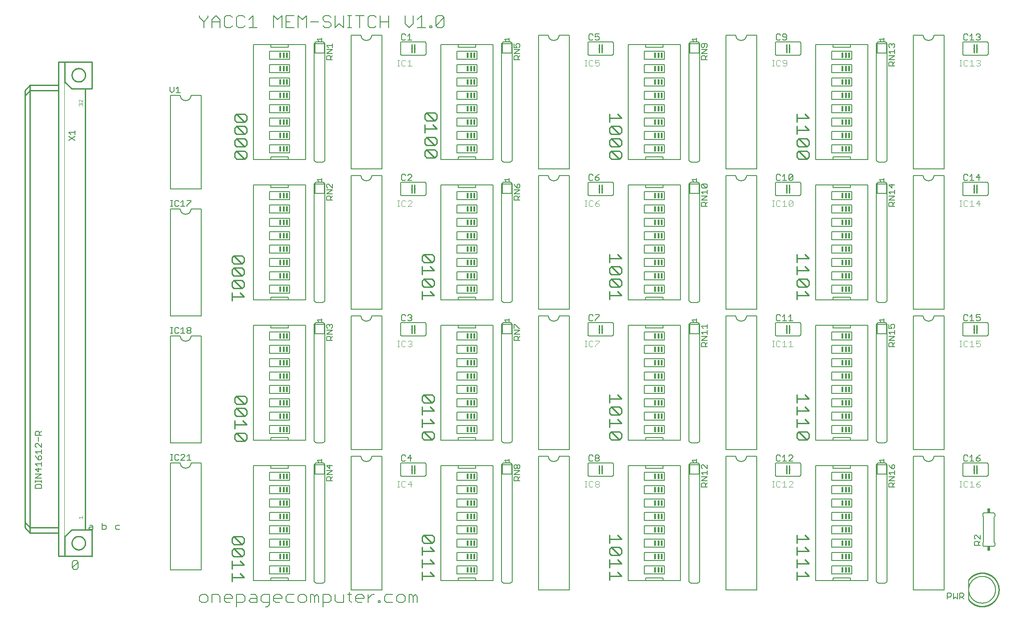
<source format=gbr>
G04 EAGLE Gerber RS-274X export*
G75*
%MOMM*%
%FSLAX34Y34*%
%LPD*%
%INSilkscreen Top*%
%IPPOS*%
%AMOC8*
5,1,8,0,0,1.08239X$1,22.5*%
G01*
%ADD10C,0.203200*%
%ADD11C,0.152400*%
%ADD12C,0.254000*%
%ADD13C,0.050800*%
%ADD14C,0.076200*%
%ADD15C,0.127000*%
%ADD16R,0.609600X0.863600*%
%ADD17C,0.101600*%
%ADD18R,0.381000X1.016000*%


D10*
X255016Y1129304D02*
X255016Y1125406D01*
X262812Y1117610D01*
X270608Y1125406D01*
X270608Y1129304D01*
X262812Y1117610D02*
X262812Y1105916D01*
X278404Y1105916D02*
X278404Y1121508D01*
X286200Y1129304D01*
X293996Y1121508D01*
X293996Y1105916D01*
X293996Y1117610D02*
X278404Y1117610D01*
X313486Y1129304D02*
X317384Y1125406D01*
X313486Y1129304D02*
X305690Y1129304D01*
X301792Y1125406D01*
X301792Y1109814D01*
X305690Y1105916D01*
X313486Y1105916D01*
X317384Y1109814D01*
X336874Y1129304D02*
X340772Y1125406D01*
X336874Y1129304D02*
X329078Y1129304D01*
X325180Y1125406D01*
X325180Y1109814D01*
X329078Y1105916D01*
X336874Y1105916D01*
X340772Y1109814D01*
X348568Y1121508D02*
X356364Y1129304D01*
X356364Y1105916D01*
X348568Y1105916D02*
X364160Y1105916D01*
X395344Y1105916D02*
X395344Y1129304D01*
X403140Y1121508D01*
X410936Y1129304D01*
X410936Y1105916D01*
X418732Y1129304D02*
X434324Y1129304D01*
X418732Y1129304D02*
X418732Y1105916D01*
X434324Y1105916D01*
X426528Y1117610D02*
X418732Y1117610D01*
X442120Y1105916D02*
X442120Y1129304D01*
X449916Y1121508D01*
X457712Y1129304D01*
X457712Y1105916D01*
X465508Y1117610D02*
X481100Y1117610D01*
X500590Y1129304D02*
X504488Y1125406D01*
X500590Y1129304D02*
X492794Y1129304D01*
X488896Y1125406D01*
X488896Y1121508D01*
X492794Y1117610D01*
X500590Y1117610D01*
X504488Y1113712D01*
X504488Y1109814D01*
X500590Y1105916D01*
X492794Y1105916D01*
X488896Y1109814D01*
X512284Y1105916D02*
X512284Y1129304D01*
X520080Y1113712D02*
X512284Y1105916D01*
X520080Y1113712D02*
X527876Y1105916D01*
X527876Y1129304D01*
X535672Y1105916D02*
X543468Y1105916D01*
X539570Y1105916D02*
X539570Y1129304D01*
X535672Y1129304D02*
X543468Y1129304D01*
X559060Y1129304D02*
X559060Y1105916D01*
X551264Y1129304D02*
X566856Y1129304D01*
X586346Y1129304D02*
X590244Y1125406D01*
X586346Y1129304D02*
X578550Y1129304D01*
X574652Y1125406D01*
X574652Y1109814D01*
X578550Y1105916D01*
X586346Y1105916D01*
X590244Y1109814D01*
X598040Y1105916D02*
X598040Y1129304D01*
X598040Y1117610D02*
X613632Y1117610D01*
X613632Y1129304D02*
X613632Y1105916D01*
X644815Y1113712D02*
X644815Y1129304D01*
X644815Y1113712D02*
X652611Y1105916D01*
X660407Y1113712D01*
X660407Y1129304D01*
X668203Y1121508D02*
X675999Y1129304D01*
X675999Y1105916D01*
X668203Y1105916D02*
X683795Y1105916D01*
X691591Y1105916D02*
X691591Y1109814D01*
X695489Y1109814D01*
X695489Y1105916D01*
X691591Y1105916D01*
X703285Y1109814D02*
X703285Y1125406D01*
X707183Y1129304D01*
X714979Y1129304D01*
X718877Y1125406D01*
X718877Y1109814D01*
X714979Y1105916D01*
X707183Y1105916D01*
X703285Y1109814D01*
X718877Y1125406D01*
X266710Y13716D02*
X258914Y13716D01*
X266710Y13716D02*
X270608Y17614D01*
X270608Y25410D01*
X266710Y29308D01*
X258914Y29308D01*
X255016Y25410D01*
X255016Y17614D01*
X258914Y13716D01*
X278404Y13716D02*
X278404Y29308D01*
X290098Y29308D01*
X293996Y25410D01*
X293996Y13716D01*
X305690Y13716D02*
X313486Y13716D01*
X305690Y13716D02*
X301792Y17614D01*
X301792Y25410D01*
X305690Y29308D01*
X313486Y29308D01*
X317384Y25410D01*
X317384Y21512D01*
X301792Y21512D01*
X325180Y29308D02*
X325180Y5920D01*
X325180Y29308D02*
X336874Y29308D01*
X340772Y25410D01*
X340772Y17614D01*
X336874Y13716D01*
X325180Y13716D01*
X352466Y29308D02*
X360262Y29308D01*
X364160Y25410D01*
X364160Y13716D01*
X352466Y13716D01*
X348568Y17614D01*
X352466Y21512D01*
X364160Y21512D01*
X379752Y5920D02*
X383650Y5920D01*
X387548Y9818D01*
X387548Y29308D01*
X375854Y29308D01*
X371956Y25410D01*
X371956Y17614D01*
X375854Y13716D01*
X387548Y13716D01*
X399242Y13716D02*
X407038Y13716D01*
X399242Y13716D02*
X395344Y17614D01*
X395344Y25410D01*
X399242Y29308D01*
X407038Y29308D01*
X410936Y25410D01*
X410936Y21512D01*
X395344Y21512D01*
X422630Y29308D02*
X434324Y29308D01*
X422630Y29308D02*
X418732Y25410D01*
X418732Y17614D01*
X422630Y13716D01*
X434324Y13716D01*
X446018Y13716D02*
X453814Y13716D01*
X457712Y17614D01*
X457712Y25410D01*
X453814Y29308D01*
X446018Y29308D01*
X442120Y25410D01*
X442120Y17614D01*
X446018Y13716D01*
X465508Y13716D02*
X465508Y29308D01*
X469406Y29308D01*
X473304Y25410D01*
X473304Y13716D01*
X473304Y25410D02*
X477202Y29308D01*
X481100Y25410D01*
X481100Y13716D01*
X488896Y5920D02*
X488896Y29308D01*
X500590Y29308D01*
X504488Y25410D01*
X504488Y17614D01*
X500590Y13716D01*
X488896Y13716D01*
X512284Y17614D02*
X512284Y29308D01*
X512284Y17614D02*
X516182Y13716D01*
X527876Y13716D01*
X527876Y29308D01*
X539570Y33206D02*
X539570Y17614D01*
X543468Y13716D01*
X543468Y29308D02*
X535672Y29308D01*
X555162Y13716D02*
X562958Y13716D01*
X555162Y13716D02*
X551264Y17614D01*
X551264Y25410D01*
X555162Y29308D01*
X562958Y29308D01*
X566856Y25410D01*
X566856Y21512D01*
X551264Y21512D01*
X574652Y13716D02*
X574652Y29308D01*
X574652Y21512D02*
X582448Y29308D01*
X586346Y29308D01*
X594142Y17614D02*
X594142Y13716D01*
X594142Y17614D02*
X598040Y17614D01*
X598040Y13716D01*
X594142Y13716D01*
X609733Y29308D02*
X621427Y29308D01*
X609733Y29308D02*
X605836Y25410D01*
X605836Y17614D01*
X609733Y13716D01*
X621427Y13716D01*
X633121Y13716D02*
X640917Y13716D01*
X644815Y17614D01*
X644815Y25410D01*
X640917Y29308D01*
X633121Y29308D01*
X629223Y25410D01*
X629223Y17614D01*
X633121Y13716D01*
X652611Y13716D02*
X652611Y29308D01*
X656509Y29308D01*
X660407Y25410D01*
X660407Y13716D01*
X660407Y25410D02*
X664305Y29308D01*
X668203Y25410D01*
X668203Y13716D01*
D11*
X13462Y79674D02*
X13462Y90520D01*
X16174Y93232D01*
X21597Y93232D01*
X24309Y90520D01*
X24309Y79674D01*
X21597Y76962D01*
X16174Y76962D01*
X13462Y79674D01*
X24309Y90520D01*
D12*
X-76200Y986790D02*
X-67310Y996950D01*
X-12700Y996950D01*
X-13970Y986790D02*
X-67310Y986790D01*
X-76200Y986790D02*
X-76200Y976630D01*
X-76200Y166370D01*
X-76200Y156210D01*
X-67310Y156210D02*
X-13970Y156210D01*
X-67310Y146050D02*
X-76200Y156210D01*
X-67310Y146050D02*
X-12700Y146050D01*
D13*
X-2200Y102900D02*
X-2200Y1041370D01*
D12*
X-12600Y1041370D02*
X-12600Y102900D01*
X-12700Y102000D02*
X50800Y101999D01*
X50800Y1041400D02*
X-1270Y1041400D01*
X-12700Y1041400D01*
X50800Y101999D02*
X50800Y101601D01*
X50800Y101999D02*
X50800Y152400D01*
X38100Y152400D01*
X12700Y152400D01*
X-1270Y139700D01*
X50800Y990600D02*
X50800Y1041400D01*
X50800Y990600D02*
X38100Y990600D01*
X12700Y990600D01*
X-1270Y1003300D01*
X38100Y990600D02*
X38100Y152400D01*
X-67310Y156210D02*
X-76200Y166370D01*
X-67310Y986790D02*
X-67310Y996950D01*
X-67310Y986790D02*
X-67310Y156210D01*
X-67310Y146050D01*
X-76200Y976630D02*
X-67310Y986790D01*
X-1270Y139700D02*
X-1270Y102870D01*
X-1270Y1003300D02*
X-1270Y1041400D01*
X12700Y1016064D02*
X12704Y1016376D01*
X12715Y1016687D01*
X12734Y1016998D01*
X12761Y1017309D01*
X12796Y1017619D01*
X12837Y1017927D01*
X12887Y1018235D01*
X12944Y1018542D01*
X13009Y1018847D01*
X13081Y1019150D01*
X13160Y1019451D01*
X13247Y1019751D01*
X13341Y1020048D01*
X13442Y1020343D01*
X13551Y1020635D01*
X13667Y1020924D01*
X13790Y1021211D01*
X13919Y1021494D01*
X14056Y1021774D01*
X14200Y1022051D01*
X14350Y1022324D01*
X14507Y1022593D01*
X14670Y1022858D01*
X14840Y1023120D01*
X15017Y1023377D01*
X15199Y1023629D01*
X15388Y1023877D01*
X15583Y1024121D01*
X15783Y1024359D01*
X15990Y1024593D01*
X16202Y1024821D01*
X16420Y1025044D01*
X16643Y1025262D01*
X16871Y1025474D01*
X17105Y1025681D01*
X17343Y1025881D01*
X17587Y1026076D01*
X17835Y1026265D01*
X18087Y1026447D01*
X18344Y1026624D01*
X18606Y1026794D01*
X18871Y1026957D01*
X19140Y1027114D01*
X19413Y1027264D01*
X19690Y1027408D01*
X19970Y1027545D01*
X20253Y1027674D01*
X20540Y1027797D01*
X20829Y1027913D01*
X21121Y1028022D01*
X21416Y1028123D01*
X21713Y1028217D01*
X22013Y1028304D01*
X22314Y1028383D01*
X22617Y1028455D01*
X22922Y1028520D01*
X23229Y1028577D01*
X23537Y1028627D01*
X23845Y1028668D01*
X24155Y1028703D01*
X24466Y1028730D01*
X24777Y1028749D01*
X25088Y1028760D01*
X25400Y1028764D01*
X25712Y1028760D01*
X26023Y1028749D01*
X26334Y1028730D01*
X26645Y1028703D01*
X26955Y1028668D01*
X27263Y1028627D01*
X27571Y1028577D01*
X27878Y1028520D01*
X28183Y1028455D01*
X28486Y1028383D01*
X28787Y1028304D01*
X29087Y1028217D01*
X29384Y1028123D01*
X29679Y1028022D01*
X29971Y1027913D01*
X30260Y1027797D01*
X30547Y1027674D01*
X30830Y1027545D01*
X31110Y1027408D01*
X31387Y1027264D01*
X31660Y1027114D01*
X31929Y1026957D01*
X32194Y1026794D01*
X32456Y1026624D01*
X32713Y1026447D01*
X32965Y1026265D01*
X33213Y1026076D01*
X33457Y1025881D01*
X33695Y1025681D01*
X33929Y1025474D01*
X34157Y1025262D01*
X34380Y1025044D01*
X34598Y1024821D01*
X34810Y1024593D01*
X35017Y1024359D01*
X35217Y1024121D01*
X35412Y1023877D01*
X35601Y1023629D01*
X35783Y1023377D01*
X35960Y1023120D01*
X36130Y1022858D01*
X36293Y1022593D01*
X36450Y1022324D01*
X36600Y1022051D01*
X36744Y1021774D01*
X36881Y1021494D01*
X37010Y1021211D01*
X37133Y1020924D01*
X37249Y1020635D01*
X37358Y1020343D01*
X37459Y1020048D01*
X37553Y1019751D01*
X37640Y1019451D01*
X37719Y1019150D01*
X37791Y1018847D01*
X37856Y1018542D01*
X37913Y1018235D01*
X37963Y1017927D01*
X38004Y1017619D01*
X38039Y1017309D01*
X38066Y1016998D01*
X38085Y1016687D01*
X38096Y1016376D01*
X38100Y1016064D01*
X38096Y1015752D01*
X38085Y1015441D01*
X38066Y1015130D01*
X38039Y1014819D01*
X38004Y1014509D01*
X37963Y1014201D01*
X37913Y1013893D01*
X37856Y1013586D01*
X37791Y1013281D01*
X37719Y1012978D01*
X37640Y1012677D01*
X37553Y1012377D01*
X37459Y1012080D01*
X37358Y1011785D01*
X37249Y1011493D01*
X37133Y1011204D01*
X37010Y1010917D01*
X36881Y1010634D01*
X36744Y1010354D01*
X36600Y1010077D01*
X36450Y1009804D01*
X36293Y1009535D01*
X36130Y1009270D01*
X35960Y1009008D01*
X35783Y1008751D01*
X35601Y1008499D01*
X35412Y1008251D01*
X35217Y1008007D01*
X35017Y1007769D01*
X34810Y1007535D01*
X34598Y1007307D01*
X34380Y1007084D01*
X34157Y1006866D01*
X33929Y1006654D01*
X33695Y1006447D01*
X33457Y1006247D01*
X33213Y1006052D01*
X32965Y1005863D01*
X32713Y1005681D01*
X32456Y1005504D01*
X32194Y1005334D01*
X31929Y1005171D01*
X31660Y1005014D01*
X31387Y1004864D01*
X31110Y1004720D01*
X30830Y1004583D01*
X30547Y1004454D01*
X30260Y1004331D01*
X29971Y1004215D01*
X29679Y1004106D01*
X29384Y1004005D01*
X29087Y1003911D01*
X28787Y1003824D01*
X28486Y1003745D01*
X28183Y1003673D01*
X27878Y1003608D01*
X27571Y1003551D01*
X27263Y1003501D01*
X26955Y1003460D01*
X26645Y1003425D01*
X26334Y1003398D01*
X26023Y1003379D01*
X25712Y1003368D01*
X25400Y1003364D01*
X25088Y1003368D01*
X24777Y1003379D01*
X24466Y1003398D01*
X24155Y1003425D01*
X23845Y1003460D01*
X23537Y1003501D01*
X23229Y1003551D01*
X22922Y1003608D01*
X22617Y1003673D01*
X22314Y1003745D01*
X22013Y1003824D01*
X21713Y1003911D01*
X21416Y1004005D01*
X21121Y1004106D01*
X20829Y1004215D01*
X20540Y1004331D01*
X20253Y1004454D01*
X19970Y1004583D01*
X19690Y1004720D01*
X19413Y1004864D01*
X19140Y1005014D01*
X18871Y1005171D01*
X18606Y1005334D01*
X18344Y1005504D01*
X18087Y1005681D01*
X17835Y1005863D01*
X17587Y1006052D01*
X17343Y1006247D01*
X17105Y1006447D01*
X16871Y1006654D01*
X16643Y1006866D01*
X16420Y1007084D01*
X16202Y1007307D01*
X15990Y1007535D01*
X15783Y1007769D01*
X15583Y1008007D01*
X15388Y1008251D01*
X15199Y1008499D01*
X15017Y1008751D01*
X14840Y1009008D01*
X14670Y1009270D01*
X14507Y1009535D01*
X14350Y1009804D01*
X14200Y1010077D01*
X14056Y1010354D01*
X13919Y1010634D01*
X13790Y1010917D01*
X13667Y1011204D01*
X13551Y1011493D01*
X13442Y1011785D01*
X13341Y1012080D01*
X13247Y1012377D01*
X13160Y1012677D01*
X13081Y1012978D01*
X13009Y1013281D01*
X12944Y1013586D01*
X12887Y1013893D01*
X12837Y1014201D01*
X12796Y1014509D01*
X12761Y1014819D01*
X12734Y1015130D01*
X12715Y1015441D01*
X12704Y1015752D01*
X12700Y1016064D01*
X12700Y126936D02*
X12704Y127248D01*
X12715Y127559D01*
X12734Y127870D01*
X12761Y128181D01*
X12796Y128491D01*
X12837Y128799D01*
X12887Y129107D01*
X12944Y129414D01*
X13009Y129719D01*
X13081Y130022D01*
X13160Y130323D01*
X13247Y130623D01*
X13341Y130920D01*
X13442Y131215D01*
X13551Y131507D01*
X13667Y131796D01*
X13790Y132083D01*
X13919Y132366D01*
X14056Y132646D01*
X14200Y132923D01*
X14350Y133196D01*
X14507Y133465D01*
X14670Y133730D01*
X14840Y133992D01*
X15017Y134249D01*
X15199Y134501D01*
X15388Y134749D01*
X15583Y134993D01*
X15783Y135231D01*
X15990Y135465D01*
X16202Y135693D01*
X16420Y135916D01*
X16643Y136134D01*
X16871Y136346D01*
X17105Y136553D01*
X17343Y136753D01*
X17587Y136948D01*
X17835Y137137D01*
X18087Y137319D01*
X18344Y137496D01*
X18606Y137666D01*
X18871Y137829D01*
X19140Y137986D01*
X19413Y138136D01*
X19690Y138280D01*
X19970Y138417D01*
X20253Y138546D01*
X20540Y138669D01*
X20829Y138785D01*
X21121Y138894D01*
X21416Y138995D01*
X21713Y139089D01*
X22013Y139176D01*
X22314Y139255D01*
X22617Y139327D01*
X22922Y139392D01*
X23229Y139449D01*
X23537Y139499D01*
X23845Y139540D01*
X24155Y139575D01*
X24466Y139602D01*
X24777Y139621D01*
X25088Y139632D01*
X25400Y139636D01*
X25712Y139632D01*
X26023Y139621D01*
X26334Y139602D01*
X26645Y139575D01*
X26955Y139540D01*
X27263Y139499D01*
X27571Y139449D01*
X27878Y139392D01*
X28183Y139327D01*
X28486Y139255D01*
X28787Y139176D01*
X29087Y139089D01*
X29384Y138995D01*
X29679Y138894D01*
X29971Y138785D01*
X30260Y138669D01*
X30547Y138546D01*
X30830Y138417D01*
X31110Y138280D01*
X31387Y138136D01*
X31660Y137986D01*
X31929Y137829D01*
X32194Y137666D01*
X32456Y137496D01*
X32713Y137319D01*
X32965Y137137D01*
X33213Y136948D01*
X33457Y136753D01*
X33695Y136553D01*
X33929Y136346D01*
X34157Y136134D01*
X34380Y135916D01*
X34598Y135693D01*
X34810Y135465D01*
X35017Y135231D01*
X35217Y134993D01*
X35412Y134749D01*
X35601Y134501D01*
X35783Y134249D01*
X35960Y133992D01*
X36130Y133730D01*
X36293Y133465D01*
X36450Y133196D01*
X36600Y132923D01*
X36744Y132646D01*
X36881Y132366D01*
X37010Y132083D01*
X37133Y131796D01*
X37249Y131507D01*
X37358Y131215D01*
X37459Y130920D01*
X37553Y130623D01*
X37640Y130323D01*
X37719Y130022D01*
X37791Y129719D01*
X37856Y129414D01*
X37913Y129107D01*
X37963Y128799D01*
X38004Y128491D01*
X38039Y128181D01*
X38066Y127870D01*
X38085Y127559D01*
X38096Y127248D01*
X38100Y126936D01*
X38096Y126624D01*
X38085Y126313D01*
X38066Y126002D01*
X38039Y125691D01*
X38004Y125381D01*
X37963Y125073D01*
X37913Y124765D01*
X37856Y124458D01*
X37791Y124153D01*
X37719Y123850D01*
X37640Y123549D01*
X37553Y123249D01*
X37459Y122952D01*
X37358Y122657D01*
X37249Y122365D01*
X37133Y122076D01*
X37010Y121789D01*
X36881Y121506D01*
X36744Y121226D01*
X36600Y120949D01*
X36450Y120676D01*
X36293Y120407D01*
X36130Y120142D01*
X35960Y119880D01*
X35783Y119623D01*
X35601Y119371D01*
X35412Y119123D01*
X35217Y118879D01*
X35017Y118641D01*
X34810Y118407D01*
X34598Y118179D01*
X34380Y117956D01*
X34157Y117738D01*
X33929Y117526D01*
X33695Y117319D01*
X33457Y117119D01*
X33213Y116924D01*
X32965Y116735D01*
X32713Y116553D01*
X32456Y116376D01*
X32194Y116206D01*
X31929Y116043D01*
X31660Y115886D01*
X31387Y115736D01*
X31110Y115592D01*
X30830Y115455D01*
X30547Y115326D01*
X30260Y115203D01*
X29971Y115087D01*
X29679Y114978D01*
X29384Y114877D01*
X29087Y114783D01*
X28787Y114696D01*
X28486Y114617D01*
X28183Y114545D01*
X27878Y114480D01*
X27571Y114423D01*
X27263Y114373D01*
X26955Y114332D01*
X26645Y114297D01*
X26334Y114270D01*
X26023Y114251D01*
X25712Y114240D01*
X25400Y114236D01*
X25088Y114240D01*
X24777Y114251D01*
X24466Y114270D01*
X24155Y114297D01*
X23845Y114332D01*
X23537Y114373D01*
X23229Y114423D01*
X22922Y114480D01*
X22617Y114545D01*
X22314Y114617D01*
X22013Y114696D01*
X21713Y114783D01*
X21416Y114877D01*
X21121Y114978D01*
X20829Y115087D01*
X20540Y115203D01*
X20253Y115326D01*
X19970Y115455D01*
X19690Y115592D01*
X19413Y115736D01*
X19140Y115886D01*
X18871Y116043D01*
X18606Y116206D01*
X18344Y116376D01*
X18087Y116553D01*
X17835Y116735D01*
X17587Y116924D01*
X17343Y117119D01*
X17105Y117319D01*
X16871Y117526D01*
X16643Y117738D01*
X16420Y117956D01*
X16202Y118179D01*
X15990Y118407D01*
X15783Y118641D01*
X15583Y118879D01*
X15388Y119123D01*
X15199Y119371D01*
X15017Y119623D01*
X14840Y119880D01*
X14670Y120142D01*
X14507Y120407D01*
X14350Y120676D01*
X14200Y120949D01*
X14056Y121226D01*
X13919Y121506D01*
X13790Y121789D01*
X13667Y122076D01*
X13551Y122365D01*
X13442Y122657D01*
X13341Y122952D01*
X13247Y123249D01*
X13160Y123549D01*
X13081Y123850D01*
X13009Y124153D01*
X12944Y124458D01*
X12887Y124765D01*
X12837Y125073D01*
X12796Y125381D01*
X12761Y125691D01*
X12734Y126002D01*
X12715Y126313D01*
X12704Y126624D01*
X12700Y126936D01*
D14*
X28232Y173237D02*
X25775Y175694D01*
X33147Y175694D01*
X33147Y173237D02*
X33147Y178152D01*
D15*
X46728Y160662D02*
X50541Y160662D01*
X52448Y158755D01*
X52448Y153035D01*
X46728Y153035D01*
X44821Y154942D01*
X46728Y156848D01*
X52448Y156848D01*
X70221Y153035D02*
X70221Y164475D01*
X70221Y153035D02*
X75941Y153035D01*
X77848Y154942D01*
X77848Y158755D01*
X75941Y160662D01*
X70221Y160662D01*
X97528Y160662D02*
X103248Y160662D01*
X97528Y160662D02*
X95621Y158755D01*
X95621Y154942D01*
X97528Y153035D01*
X103248Y153035D01*
D14*
X27003Y956963D02*
X25775Y958191D01*
X25775Y960649D01*
X27003Y961878D01*
X28232Y961878D01*
X29461Y960649D01*
X29461Y959420D01*
X29461Y960649D02*
X30690Y961878D01*
X31918Y961878D01*
X33147Y960649D01*
X33147Y958191D01*
X31918Y956963D01*
X33147Y964447D02*
X33147Y969362D01*
X33147Y964447D02*
X28232Y969362D01*
X27003Y969362D01*
X25775Y968133D01*
X25775Y965676D01*
X27003Y964447D01*
D15*
X-45085Y230493D02*
X-56525Y230493D01*
X-45085Y230493D02*
X-45085Y236213D01*
X-46992Y238120D01*
X-54618Y238120D01*
X-56525Y236213D01*
X-56525Y230493D01*
X-45085Y242187D02*
X-45085Y246000D01*
X-45085Y244094D02*
X-56525Y244094D01*
X-56525Y246000D02*
X-56525Y242187D01*
X-56525Y249983D02*
X-45085Y249983D01*
X-45085Y257610D02*
X-56525Y249983D01*
X-56525Y257610D02*
X-45085Y257610D01*
X-45085Y267397D02*
X-56525Y267397D01*
X-50805Y261677D01*
X-50805Y269303D01*
X-52712Y273371D02*
X-56525Y277184D01*
X-45085Y277184D01*
X-45085Y273371D02*
X-45085Y280997D01*
X-54618Y288878D02*
X-56525Y292691D01*
X-54618Y288878D02*
X-50805Y285065D01*
X-46992Y285065D01*
X-45085Y286972D01*
X-45085Y290785D01*
X-46992Y292691D01*
X-48898Y292691D01*
X-50805Y290785D01*
X-50805Y285065D01*
X-52712Y296759D02*
X-56525Y300572D01*
X-45085Y300572D01*
X-45085Y296759D02*
X-45085Y304385D01*
X-45085Y308453D02*
X-45085Y316079D01*
X-45085Y308453D02*
X-52712Y316079D01*
X-54618Y316079D01*
X-56525Y314173D01*
X-56525Y310359D01*
X-54618Y308453D01*
X-50805Y320147D02*
X-50805Y327773D01*
X-45085Y331841D02*
X-56525Y331841D01*
X-56525Y337561D01*
X-54618Y339467D01*
X-50805Y339467D01*
X-48898Y337561D01*
X-48898Y331841D01*
X-48898Y335654D02*
X-45085Y339467D01*
X6975Y891647D02*
X18415Y899274D01*
X18415Y891647D02*
X6975Y899274D01*
X10789Y903341D02*
X6975Y907154D01*
X18415Y907154D01*
X18415Y903341D02*
X18415Y910968D01*
D10*
X1714500Y57150D02*
X1714500Y19050D01*
D12*
X1714974Y18434D01*
X1715463Y17829D01*
X1715967Y17237D01*
X1716485Y16657D01*
X1717017Y16090D01*
X1717563Y15536D01*
X1718122Y14996D01*
X1718695Y14470D01*
X1719280Y13957D01*
X1719877Y13460D01*
X1720486Y12977D01*
X1721107Y12509D01*
X1721740Y12056D01*
X1722383Y11619D01*
X1723037Y11198D01*
X1723701Y10794D01*
X1724374Y10405D01*
X1725057Y10033D01*
X1725749Y9678D01*
X1726449Y9340D01*
X1727157Y9019D01*
X1727873Y8716D01*
X1728597Y8430D01*
X1729326Y8162D01*
X1730063Y7912D01*
X1730805Y7681D01*
X1731553Y7467D01*
X1732305Y7272D01*
X1733063Y7095D01*
X1733824Y6937D01*
X1734589Y6797D01*
X1735357Y6677D01*
X1736128Y6575D01*
X1736901Y6492D01*
X1737676Y6428D01*
X1738452Y6383D01*
X1739229Y6357D01*
X1740007Y6350D01*
X1740784Y6362D01*
X1741561Y6393D01*
X1742337Y6444D01*
X1743112Y6513D01*
X1743884Y6601D01*
X1744654Y6708D01*
X1745422Y6834D01*
X1746186Y6978D01*
X1746946Y7142D01*
X1747702Y7324D01*
X1748453Y7524D01*
X1749200Y7742D01*
X1749940Y7979D01*
X1750675Y8234D01*
X1751403Y8507D01*
X1752124Y8798D01*
X1752838Y9106D01*
X1753544Y9431D01*
X1754242Y9774D01*
X1754932Y10134D01*
X1755612Y10510D01*
X1756283Y10903D01*
X1756944Y11313D01*
X1757595Y11738D01*
X1758235Y12179D01*
X1758864Y12636D01*
X1759482Y13108D01*
X1760088Y13595D01*
X1760682Y14097D01*
X1761264Y14613D01*
X1761833Y15143D01*
X1762388Y15687D01*
X1762931Y16245D01*
X1763459Y16815D01*
X1763973Y17398D01*
X1764473Y17994D01*
X1764958Y18602D01*
X1765428Y19221D01*
X1765882Y19852D01*
X1766321Y20494D01*
X1766745Y21146D01*
X1767152Y21809D01*
X1767543Y22481D01*
X1767917Y23163D01*
X1768274Y23853D01*
X1768614Y24552D01*
X1768938Y25260D01*
X1769243Y25974D01*
X1769532Y26697D01*
X1769802Y27426D01*
X1770054Y28161D01*
X1770289Y28903D01*
X1770505Y29650D01*
X1770703Y30402D01*
X1770882Y31158D01*
X1771043Y31919D01*
X1771185Y32683D01*
X1771308Y33451D01*
X1771412Y34222D01*
X1771498Y34995D01*
X1771564Y35769D01*
X1771612Y36545D01*
X1771640Y37322D01*
X1771650Y38100D01*
X1771640Y38878D01*
X1771612Y39655D01*
X1771564Y40431D01*
X1771498Y41205D01*
X1771412Y41978D01*
X1771308Y42749D01*
X1771185Y43517D01*
X1771043Y44281D01*
X1770882Y45042D01*
X1770703Y45798D01*
X1770505Y46550D01*
X1770289Y47297D01*
X1770054Y48039D01*
X1769802Y48774D01*
X1769532Y49503D01*
X1769243Y50226D01*
X1768938Y50940D01*
X1768614Y51648D01*
X1768274Y52347D01*
X1767917Y53037D01*
X1767543Y53719D01*
X1767152Y54391D01*
X1766745Y55054D01*
X1766321Y55706D01*
X1765882Y56348D01*
X1765428Y56979D01*
X1764958Y57598D01*
X1764473Y58206D01*
X1763973Y58802D01*
X1763459Y59385D01*
X1762931Y59955D01*
X1762388Y60513D01*
X1761833Y61057D01*
X1761264Y61587D01*
X1760682Y62103D01*
X1760088Y62605D01*
X1759482Y63092D01*
X1758864Y63564D01*
X1758235Y64021D01*
X1757595Y64462D01*
X1756944Y64887D01*
X1756283Y65297D01*
X1755612Y65690D01*
X1754932Y66066D01*
X1754242Y66426D01*
X1753544Y66769D01*
X1752838Y67094D01*
X1752124Y67402D01*
X1751403Y67693D01*
X1750675Y67966D01*
X1749940Y68221D01*
X1749200Y68458D01*
X1748453Y68676D01*
X1747702Y68876D01*
X1746946Y69058D01*
X1746186Y69222D01*
X1745422Y69366D01*
X1744654Y69492D01*
X1743884Y69599D01*
X1743112Y69687D01*
X1742337Y69756D01*
X1741561Y69807D01*
X1740784Y69838D01*
X1740007Y69850D01*
X1739229Y69843D01*
X1738452Y69817D01*
X1737676Y69772D01*
X1736901Y69708D01*
X1736128Y69625D01*
X1735357Y69523D01*
X1734589Y69403D01*
X1733824Y69263D01*
X1733063Y69105D01*
X1732305Y68928D01*
X1731553Y68733D01*
X1730805Y68519D01*
X1730063Y68288D01*
X1729326Y68038D01*
X1728597Y67770D01*
X1727873Y67484D01*
X1727157Y67181D01*
X1726449Y66860D01*
X1725749Y66522D01*
X1725057Y66167D01*
X1724374Y65795D01*
X1723701Y65406D01*
X1723037Y65002D01*
X1722383Y64581D01*
X1721740Y64144D01*
X1721107Y63691D01*
X1720486Y63223D01*
X1719877Y62740D01*
X1719280Y62243D01*
X1718695Y61730D01*
X1718122Y61204D01*
X1717563Y60664D01*
X1717017Y60110D01*
X1716485Y59543D01*
X1715967Y58963D01*
X1715463Y58371D01*
X1714974Y57766D01*
X1714500Y57150D01*
D11*
X1714500Y38100D02*
X1714508Y38723D01*
X1714531Y39346D01*
X1714569Y39969D01*
X1714622Y40590D01*
X1714691Y41209D01*
X1714775Y41827D01*
X1714874Y42442D01*
X1714988Y43055D01*
X1715117Y43665D01*
X1715261Y44272D01*
X1715420Y44875D01*
X1715594Y45473D01*
X1715782Y46068D01*
X1715985Y46657D01*
X1716202Y47241D01*
X1716433Y47820D01*
X1716679Y48393D01*
X1716939Y48960D01*
X1717212Y49520D01*
X1717499Y50073D01*
X1717800Y50620D01*
X1718114Y51158D01*
X1718441Y51689D01*
X1718781Y52211D01*
X1719133Y52726D01*
X1719499Y53231D01*
X1719876Y53727D01*
X1720266Y54214D01*
X1720667Y54691D01*
X1721080Y55158D01*
X1721504Y55614D01*
X1721939Y56061D01*
X1722386Y56496D01*
X1722842Y56920D01*
X1723309Y57333D01*
X1723786Y57734D01*
X1724273Y58124D01*
X1724769Y58501D01*
X1725274Y58867D01*
X1725789Y59219D01*
X1726311Y59559D01*
X1726842Y59886D01*
X1727380Y60200D01*
X1727927Y60501D01*
X1728480Y60788D01*
X1729040Y61061D01*
X1729607Y61321D01*
X1730180Y61567D01*
X1730759Y61798D01*
X1731343Y62015D01*
X1731932Y62218D01*
X1732527Y62406D01*
X1733125Y62580D01*
X1733728Y62739D01*
X1734335Y62883D01*
X1734945Y63012D01*
X1735558Y63126D01*
X1736173Y63225D01*
X1736791Y63309D01*
X1737410Y63378D01*
X1738031Y63431D01*
X1738654Y63469D01*
X1739277Y63492D01*
X1739900Y63500D01*
X1740523Y63492D01*
X1741146Y63469D01*
X1741769Y63431D01*
X1742390Y63378D01*
X1743009Y63309D01*
X1743627Y63225D01*
X1744242Y63126D01*
X1744855Y63012D01*
X1745465Y62883D01*
X1746072Y62739D01*
X1746675Y62580D01*
X1747273Y62406D01*
X1747868Y62218D01*
X1748457Y62015D01*
X1749041Y61798D01*
X1749620Y61567D01*
X1750193Y61321D01*
X1750760Y61061D01*
X1751320Y60788D01*
X1751873Y60501D01*
X1752420Y60200D01*
X1752958Y59886D01*
X1753489Y59559D01*
X1754011Y59219D01*
X1754526Y58867D01*
X1755031Y58501D01*
X1755527Y58124D01*
X1756014Y57734D01*
X1756491Y57333D01*
X1756958Y56920D01*
X1757414Y56496D01*
X1757861Y56061D01*
X1758296Y55614D01*
X1758720Y55158D01*
X1759133Y54691D01*
X1759534Y54214D01*
X1759924Y53727D01*
X1760301Y53231D01*
X1760667Y52726D01*
X1761019Y52211D01*
X1761359Y51689D01*
X1761686Y51158D01*
X1762000Y50620D01*
X1762301Y50073D01*
X1762588Y49520D01*
X1762861Y48960D01*
X1763121Y48393D01*
X1763367Y47820D01*
X1763598Y47241D01*
X1763815Y46657D01*
X1764018Y46068D01*
X1764206Y45473D01*
X1764380Y44875D01*
X1764539Y44272D01*
X1764683Y43665D01*
X1764812Y43055D01*
X1764926Y42442D01*
X1765025Y41827D01*
X1765109Y41209D01*
X1765178Y40590D01*
X1765231Y39969D01*
X1765269Y39346D01*
X1765292Y38723D01*
X1765300Y38100D01*
X1765292Y37477D01*
X1765269Y36854D01*
X1765231Y36231D01*
X1765178Y35610D01*
X1765109Y34991D01*
X1765025Y34373D01*
X1764926Y33758D01*
X1764812Y33145D01*
X1764683Y32535D01*
X1764539Y31928D01*
X1764380Y31325D01*
X1764206Y30727D01*
X1764018Y30132D01*
X1763815Y29543D01*
X1763598Y28959D01*
X1763367Y28380D01*
X1763121Y27807D01*
X1762861Y27240D01*
X1762588Y26680D01*
X1762301Y26127D01*
X1762000Y25580D01*
X1761686Y25042D01*
X1761359Y24511D01*
X1761019Y23989D01*
X1760667Y23474D01*
X1760301Y22969D01*
X1759924Y22473D01*
X1759534Y21986D01*
X1759133Y21509D01*
X1758720Y21042D01*
X1758296Y20586D01*
X1757861Y20139D01*
X1757414Y19704D01*
X1756958Y19280D01*
X1756491Y18867D01*
X1756014Y18466D01*
X1755527Y18076D01*
X1755031Y17699D01*
X1754526Y17333D01*
X1754011Y16981D01*
X1753489Y16641D01*
X1752958Y16314D01*
X1752420Y16000D01*
X1751873Y15699D01*
X1751320Y15412D01*
X1750760Y15139D01*
X1750193Y14879D01*
X1749620Y14633D01*
X1749041Y14402D01*
X1748457Y14185D01*
X1747868Y13982D01*
X1747273Y13794D01*
X1746675Y13620D01*
X1746072Y13461D01*
X1745465Y13317D01*
X1744855Y13188D01*
X1744242Y13074D01*
X1743627Y12975D01*
X1743009Y12891D01*
X1742390Y12822D01*
X1741769Y12769D01*
X1741146Y12731D01*
X1740523Y12708D01*
X1739900Y12700D01*
X1739277Y12708D01*
X1738654Y12731D01*
X1738031Y12769D01*
X1737410Y12822D01*
X1736791Y12891D01*
X1736173Y12975D01*
X1735558Y13074D01*
X1734945Y13188D01*
X1734335Y13317D01*
X1733728Y13461D01*
X1733125Y13620D01*
X1732527Y13794D01*
X1731932Y13982D01*
X1731343Y14185D01*
X1730759Y14402D01*
X1730180Y14633D01*
X1729607Y14879D01*
X1729040Y15139D01*
X1728480Y15412D01*
X1727927Y15699D01*
X1727380Y16000D01*
X1726842Y16314D01*
X1726311Y16641D01*
X1725789Y16981D01*
X1725274Y17333D01*
X1724769Y17699D01*
X1724273Y18076D01*
X1723786Y18466D01*
X1723309Y18867D01*
X1722842Y19280D01*
X1722386Y19704D01*
X1721939Y20139D01*
X1721504Y20586D01*
X1721080Y21042D01*
X1720667Y21509D01*
X1720266Y21986D01*
X1719876Y22473D01*
X1719499Y22969D01*
X1719133Y23474D01*
X1718781Y23989D01*
X1718441Y24511D01*
X1718114Y25042D01*
X1717800Y25580D01*
X1717499Y26127D01*
X1717212Y26680D01*
X1716939Y27240D01*
X1716679Y27807D01*
X1716433Y28380D01*
X1716202Y28959D01*
X1715985Y29543D01*
X1715782Y30132D01*
X1715594Y30727D01*
X1715420Y31325D01*
X1715261Y31928D01*
X1715117Y32535D01*
X1714988Y33145D01*
X1714874Y33758D01*
X1714775Y34373D01*
X1714691Y34991D01*
X1714622Y35610D01*
X1714569Y36231D01*
X1714531Y36854D01*
X1714508Y37477D01*
X1714500Y38100D01*
D15*
X1673703Y32141D02*
X1673703Y20701D01*
X1673703Y32141D02*
X1679423Y32141D01*
X1681330Y30234D01*
X1681330Y26421D01*
X1679423Y24514D01*
X1673703Y24514D01*
X1685397Y20701D02*
X1685397Y32141D01*
X1689210Y24514D02*
X1685397Y20701D01*
X1689210Y24514D02*
X1693024Y20701D01*
X1693024Y32141D01*
X1697091Y32141D02*
X1697091Y20701D01*
X1697091Y32141D02*
X1702811Y32141D01*
X1704717Y30234D01*
X1704717Y26421D01*
X1702811Y24514D01*
X1697091Y24514D01*
X1700904Y24514D02*
X1704717Y20701D01*
D11*
X1743710Y120650D02*
X1743610Y120652D01*
X1743511Y120658D01*
X1743411Y120668D01*
X1743313Y120681D01*
X1743214Y120699D01*
X1743117Y120720D01*
X1743021Y120745D01*
X1742925Y120774D01*
X1742831Y120807D01*
X1742738Y120843D01*
X1742647Y120883D01*
X1742557Y120927D01*
X1742469Y120974D01*
X1742383Y121024D01*
X1742299Y121078D01*
X1742217Y121135D01*
X1742138Y121195D01*
X1742060Y121259D01*
X1741986Y121325D01*
X1741914Y121394D01*
X1741845Y121466D01*
X1741779Y121540D01*
X1741715Y121618D01*
X1741655Y121697D01*
X1741598Y121779D01*
X1741544Y121863D01*
X1741494Y121949D01*
X1741447Y122037D01*
X1741403Y122127D01*
X1741363Y122218D01*
X1741327Y122311D01*
X1741294Y122405D01*
X1741265Y122501D01*
X1741240Y122597D01*
X1741219Y122694D01*
X1741201Y122793D01*
X1741188Y122891D01*
X1741178Y122991D01*
X1741172Y123090D01*
X1741170Y123190D01*
X1761490Y120650D02*
X1761590Y120652D01*
X1761689Y120658D01*
X1761789Y120668D01*
X1761887Y120681D01*
X1761986Y120699D01*
X1762083Y120720D01*
X1762179Y120745D01*
X1762275Y120774D01*
X1762369Y120807D01*
X1762462Y120843D01*
X1762553Y120883D01*
X1762643Y120927D01*
X1762731Y120974D01*
X1762817Y121024D01*
X1762901Y121078D01*
X1762983Y121135D01*
X1763062Y121195D01*
X1763140Y121259D01*
X1763214Y121325D01*
X1763286Y121394D01*
X1763355Y121466D01*
X1763421Y121540D01*
X1763485Y121618D01*
X1763545Y121697D01*
X1763602Y121779D01*
X1763656Y121863D01*
X1763706Y121949D01*
X1763753Y122037D01*
X1763797Y122127D01*
X1763837Y122218D01*
X1763873Y122311D01*
X1763906Y122405D01*
X1763935Y122501D01*
X1763960Y122597D01*
X1763981Y122694D01*
X1763999Y122793D01*
X1764012Y122891D01*
X1764022Y122991D01*
X1764028Y123090D01*
X1764030Y123190D01*
X1764030Y181610D02*
X1764028Y181710D01*
X1764022Y181809D01*
X1764012Y181909D01*
X1763999Y182007D01*
X1763981Y182106D01*
X1763960Y182203D01*
X1763935Y182299D01*
X1763906Y182395D01*
X1763873Y182489D01*
X1763837Y182582D01*
X1763797Y182673D01*
X1763753Y182763D01*
X1763706Y182851D01*
X1763656Y182937D01*
X1763602Y183021D01*
X1763545Y183103D01*
X1763485Y183182D01*
X1763421Y183260D01*
X1763355Y183334D01*
X1763286Y183406D01*
X1763214Y183475D01*
X1763140Y183541D01*
X1763062Y183605D01*
X1762983Y183665D01*
X1762901Y183722D01*
X1762817Y183776D01*
X1762731Y183826D01*
X1762643Y183873D01*
X1762553Y183917D01*
X1762462Y183957D01*
X1762369Y183993D01*
X1762275Y184026D01*
X1762179Y184055D01*
X1762083Y184080D01*
X1761986Y184101D01*
X1761887Y184119D01*
X1761789Y184132D01*
X1761689Y184142D01*
X1761590Y184148D01*
X1761490Y184150D01*
X1743710Y184150D02*
X1743610Y184148D01*
X1743511Y184142D01*
X1743411Y184132D01*
X1743313Y184119D01*
X1743214Y184101D01*
X1743117Y184080D01*
X1743021Y184055D01*
X1742925Y184026D01*
X1742831Y183993D01*
X1742738Y183957D01*
X1742647Y183917D01*
X1742557Y183873D01*
X1742469Y183826D01*
X1742383Y183776D01*
X1742299Y183722D01*
X1742217Y183665D01*
X1742138Y183605D01*
X1742060Y183541D01*
X1741986Y183475D01*
X1741914Y183406D01*
X1741845Y183334D01*
X1741779Y183260D01*
X1741715Y183182D01*
X1741655Y183103D01*
X1741598Y183021D01*
X1741544Y182937D01*
X1741494Y182851D01*
X1741447Y182763D01*
X1741403Y182673D01*
X1741363Y182582D01*
X1741327Y182489D01*
X1741294Y182395D01*
X1741265Y182299D01*
X1741240Y182203D01*
X1741219Y182106D01*
X1741201Y182007D01*
X1741188Y181909D01*
X1741178Y181809D01*
X1741172Y181710D01*
X1741170Y181610D01*
X1743710Y120650D02*
X1761490Y120650D01*
X1741170Y123190D02*
X1741170Y127000D01*
X1742440Y128270D01*
X1764030Y127000D02*
X1764030Y123190D01*
X1764030Y127000D02*
X1762760Y128270D01*
X1742440Y176530D02*
X1741170Y177800D01*
X1742440Y176530D02*
X1742440Y128270D01*
X1762760Y176530D02*
X1764030Y177800D01*
X1762760Y176530D02*
X1762760Y128270D01*
X1741170Y177800D02*
X1741170Y181610D01*
X1764030Y181610D02*
X1764030Y177800D01*
X1761490Y184150D02*
X1743710Y184150D01*
D16*
X1752600Y188468D03*
X1752600Y116332D03*
D15*
X1736725Y122555D02*
X1725285Y122555D01*
X1725285Y128275D01*
X1727192Y130182D01*
X1731005Y130182D01*
X1732912Y128275D01*
X1732912Y122555D01*
X1732912Y126368D02*
X1736725Y130182D01*
X1736725Y134249D02*
X1736725Y141875D01*
X1736725Y134249D02*
X1729099Y141875D01*
X1727192Y141875D01*
X1725285Y139969D01*
X1725285Y136156D01*
X1727192Y134249D01*
D11*
X600710Y838200D02*
X600710Y1092200D01*
X542290Y1092200D02*
X542290Y838200D01*
X600710Y838200D01*
X600710Y1092200D02*
X581660Y1092200D01*
X561340Y1092200D02*
X542290Y1092200D01*
X561340Y1092200D02*
X561343Y1091953D01*
X561352Y1091705D01*
X561367Y1091458D01*
X561388Y1091212D01*
X561415Y1090966D01*
X561448Y1090721D01*
X561487Y1090476D01*
X561532Y1090233D01*
X561583Y1089991D01*
X561640Y1089750D01*
X561702Y1089511D01*
X561771Y1089273D01*
X561845Y1089037D01*
X561925Y1088803D01*
X562010Y1088571D01*
X562102Y1088341D01*
X562198Y1088113D01*
X562301Y1087888D01*
X562408Y1087665D01*
X562522Y1087445D01*
X562640Y1087228D01*
X562764Y1087013D01*
X562893Y1086802D01*
X563027Y1086594D01*
X563166Y1086389D01*
X563310Y1086188D01*
X563458Y1085990D01*
X563612Y1085796D01*
X563770Y1085606D01*
X563933Y1085420D01*
X564100Y1085238D01*
X564272Y1085060D01*
X564448Y1084886D01*
X564628Y1084716D01*
X564813Y1084551D01*
X565001Y1084391D01*
X565193Y1084235D01*
X565389Y1084083D01*
X565588Y1083937D01*
X565791Y1083795D01*
X565998Y1083659D01*
X566207Y1083527D01*
X566420Y1083401D01*
X566636Y1083280D01*
X566854Y1083164D01*
X567076Y1083054D01*
X567300Y1082949D01*
X567526Y1082849D01*
X567755Y1082755D01*
X567986Y1082667D01*
X568220Y1082584D01*
X568455Y1082507D01*
X568692Y1082436D01*
X568930Y1082370D01*
X569170Y1082311D01*
X569412Y1082257D01*
X569655Y1082209D01*
X569898Y1082167D01*
X570143Y1082131D01*
X570389Y1082101D01*
X570635Y1082077D01*
X570882Y1082059D01*
X571129Y1082047D01*
X571376Y1082041D01*
X571624Y1082041D01*
X571871Y1082047D01*
X572118Y1082059D01*
X572365Y1082077D01*
X572611Y1082101D01*
X572857Y1082131D01*
X573102Y1082167D01*
X573345Y1082209D01*
X573588Y1082257D01*
X573830Y1082311D01*
X574070Y1082370D01*
X574308Y1082436D01*
X574545Y1082507D01*
X574780Y1082584D01*
X575014Y1082667D01*
X575245Y1082755D01*
X575474Y1082849D01*
X575700Y1082949D01*
X575924Y1083054D01*
X576146Y1083164D01*
X576364Y1083280D01*
X576580Y1083401D01*
X576793Y1083527D01*
X577002Y1083659D01*
X577209Y1083795D01*
X577412Y1083937D01*
X577611Y1084083D01*
X577807Y1084235D01*
X577999Y1084391D01*
X578187Y1084551D01*
X578372Y1084716D01*
X578552Y1084886D01*
X578728Y1085060D01*
X578900Y1085238D01*
X579067Y1085420D01*
X579230Y1085606D01*
X579388Y1085796D01*
X579542Y1085990D01*
X579690Y1086188D01*
X579834Y1086389D01*
X579973Y1086594D01*
X580107Y1086802D01*
X580236Y1087013D01*
X580360Y1087228D01*
X580478Y1087445D01*
X580592Y1087665D01*
X580699Y1087888D01*
X580802Y1088113D01*
X580898Y1088341D01*
X580990Y1088571D01*
X581075Y1088803D01*
X581155Y1089037D01*
X581229Y1089273D01*
X581298Y1089511D01*
X581360Y1089750D01*
X581417Y1089991D01*
X581468Y1090233D01*
X581513Y1090476D01*
X581552Y1090721D01*
X581585Y1090966D01*
X581612Y1091212D01*
X581633Y1091458D01*
X581648Y1091705D01*
X581657Y1091953D01*
X581660Y1092200D01*
D17*
X630428Y1033018D02*
X634326Y1033018D01*
X632377Y1033018D02*
X632377Y1044712D01*
X630428Y1044712D02*
X634326Y1044712D01*
X644071Y1044712D02*
X646020Y1042763D01*
X644071Y1044712D02*
X640173Y1044712D01*
X638224Y1042763D01*
X638224Y1034967D01*
X640173Y1033018D01*
X644071Y1033018D01*
X646020Y1034967D01*
X649918Y1040814D02*
X653816Y1044712D01*
X653816Y1033018D01*
X649918Y1033018D02*
X657714Y1033018D01*
D11*
X472440Y1074420D02*
X472440Y855980D01*
X492760Y855980D02*
X492760Y1074420D01*
X491490Y1057910D02*
X473710Y1057910D01*
X473710Y1075690D01*
X487680Y1079500D02*
X487820Y1079498D01*
X487960Y1079492D01*
X488100Y1079483D01*
X488239Y1079469D01*
X488378Y1079452D01*
X488516Y1079431D01*
X488654Y1079406D01*
X488791Y1079377D01*
X488927Y1079345D01*
X489062Y1079308D01*
X489196Y1079268D01*
X489329Y1079225D01*
X489461Y1079177D01*
X489592Y1079127D01*
X489721Y1079072D01*
X489848Y1079014D01*
X489974Y1078953D01*
X490098Y1078888D01*
X490220Y1078819D01*
X490340Y1078748D01*
X490458Y1078673D01*
X490575Y1078595D01*
X490689Y1078513D01*
X490800Y1078429D01*
X490909Y1078341D01*
X491016Y1078251D01*
X491121Y1078157D01*
X491222Y1078061D01*
X491321Y1077962D01*
X491417Y1077861D01*
X491511Y1077756D01*
X491601Y1077649D01*
X491689Y1077540D01*
X491773Y1077429D01*
X491855Y1077315D01*
X491933Y1077198D01*
X492008Y1077080D01*
X492079Y1076960D01*
X492148Y1076838D01*
X492213Y1076714D01*
X492274Y1076588D01*
X492332Y1076461D01*
X492387Y1076332D01*
X492437Y1076201D01*
X492485Y1076069D01*
X492528Y1075936D01*
X492568Y1075802D01*
X492605Y1075667D01*
X492637Y1075531D01*
X492666Y1075394D01*
X492691Y1075256D01*
X492712Y1075118D01*
X492729Y1074979D01*
X492743Y1074840D01*
X492752Y1074700D01*
X492758Y1074560D01*
X492760Y1074420D01*
X472440Y855980D02*
X472442Y855840D01*
X472448Y855700D01*
X472457Y855560D01*
X472471Y855421D01*
X472488Y855282D01*
X472509Y855144D01*
X472534Y855006D01*
X472563Y854869D01*
X472595Y854733D01*
X472632Y854598D01*
X472672Y854464D01*
X472715Y854331D01*
X472763Y854199D01*
X472813Y854068D01*
X472868Y853939D01*
X472926Y853812D01*
X472987Y853686D01*
X473052Y853562D01*
X473121Y853440D01*
X473192Y853320D01*
X473267Y853202D01*
X473345Y853085D01*
X473427Y852971D01*
X473511Y852860D01*
X473599Y852751D01*
X473689Y852644D01*
X473783Y852539D01*
X473879Y852438D01*
X473978Y852339D01*
X474079Y852243D01*
X474184Y852149D01*
X474291Y852059D01*
X474400Y851971D01*
X474511Y851887D01*
X474625Y851805D01*
X474742Y851727D01*
X474860Y851652D01*
X474980Y851581D01*
X475102Y851512D01*
X475226Y851447D01*
X475352Y851386D01*
X475479Y851328D01*
X475608Y851273D01*
X475739Y851223D01*
X475871Y851175D01*
X476004Y851132D01*
X476138Y851092D01*
X476273Y851055D01*
X476409Y851023D01*
X476546Y850994D01*
X476684Y850969D01*
X476822Y850948D01*
X476961Y850931D01*
X477100Y850917D01*
X477240Y850908D01*
X477380Y850902D01*
X477520Y850900D01*
X487680Y850900D02*
X487820Y850902D01*
X487960Y850908D01*
X488100Y850917D01*
X488239Y850931D01*
X488378Y850948D01*
X488516Y850969D01*
X488654Y850994D01*
X488791Y851023D01*
X488927Y851055D01*
X489062Y851092D01*
X489196Y851132D01*
X489329Y851175D01*
X489461Y851223D01*
X489592Y851273D01*
X489721Y851328D01*
X489848Y851386D01*
X489974Y851447D01*
X490098Y851512D01*
X490220Y851581D01*
X490340Y851652D01*
X490458Y851727D01*
X490575Y851805D01*
X490689Y851887D01*
X490800Y851971D01*
X490909Y852059D01*
X491016Y852149D01*
X491121Y852243D01*
X491222Y852339D01*
X491321Y852438D01*
X491417Y852539D01*
X491511Y852644D01*
X491601Y852751D01*
X491689Y852860D01*
X491773Y852971D01*
X491855Y853085D01*
X491933Y853202D01*
X492008Y853320D01*
X492079Y853440D01*
X492148Y853562D01*
X492213Y853686D01*
X492274Y853812D01*
X492332Y853939D01*
X492387Y854068D01*
X492437Y854199D01*
X492485Y854331D01*
X492528Y854464D01*
X492568Y854598D01*
X492605Y854733D01*
X492637Y854869D01*
X492666Y855006D01*
X492691Y855144D01*
X492712Y855282D01*
X492729Y855421D01*
X492743Y855560D01*
X492752Y855700D01*
X492758Y855840D01*
X492760Y855980D01*
X472440Y1074420D02*
X472442Y1074560D01*
X472448Y1074700D01*
X472457Y1074840D01*
X472471Y1074979D01*
X472488Y1075118D01*
X472509Y1075256D01*
X472534Y1075394D01*
X472563Y1075531D01*
X472595Y1075667D01*
X472632Y1075802D01*
X472672Y1075936D01*
X472715Y1076069D01*
X472763Y1076201D01*
X472813Y1076332D01*
X472868Y1076461D01*
X472926Y1076588D01*
X472987Y1076714D01*
X473052Y1076838D01*
X473121Y1076960D01*
X473192Y1077080D01*
X473267Y1077198D01*
X473345Y1077315D01*
X473427Y1077429D01*
X473511Y1077540D01*
X473599Y1077649D01*
X473689Y1077756D01*
X473783Y1077861D01*
X473879Y1077962D01*
X473978Y1078061D01*
X474079Y1078157D01*
X474184Y1078251D01*
X474291Y1078341D01*
X474400Y1078429D01*
X474511Y1078513D01*
X474625Y1078595D01*
X474742Y1078673D01*
X474860Y1078748D01*
X474980Y1078819D01*
X475102Y1078888D01*
X475226Y1078953D01*
X475352Y1079014D01*
X475479Y1079072D01*
X475608Y1079127D01*
X475739Y1079177D01*
X475871Y1079225D01*
X476004Y1079268D01*
X476138Y1079308D01*
X476273Y1079345D01*
X476409Y1079377D01*
X476546Y1079406D01*
X476684Y1079431D01*
X476822Y1079452D01*
X476961Y1079469D01*
X477100Y1079483D01*
X477240Y1079492D01*
X477380Y1079498D01*
X477520Y1079500D01*
X477520Y850900D02*
X487680Y850900D01*
X487680Y1079500D02*
X477520Y1079500D01*
X473710Y1075690D02*
X491490Y1075690D01*
X491490Y1057910D01*
D15*
X481029Y1081174D02*
X478148Y1084055D01*
X486791Y1084055D01*
X486791Y1081174D02*
X486791Y1086936D01*
X495925Y1045053D02*
X507365Y1045053D01*
X495925Y1045053D02*
X495925Y1050773D01*
X497832Y1052680D01*
X501645Y1052680D01*
X503552Y1050773D01*
X503552Y1045053D01*
X503552Y1048866D02*
X507365Y1052680D01*
X507365Y1056747D02*
X495925Y1056747D01*
X507365Y1064374D01*
X495925Y1064374D01*
X499739Y1068441D02*
X495925Y1072254D01*
X507365Y1072254D01*
X507365Y1068441D02*
X507365Y1076067D01*
D11*
X600710Y825500D02*
X600710Y571500D01*
X542290Y571500D02*
X542290Y825500D01*
X542290Y571500D02*
X600710Y571500D01*
X600710Y825500D02*
X581660Y825500D01*
X561340Y825500D02*
X542290Y825500D01*
X561340Y825500D02*
X561343Y825253D01*
X561352Y825005D01*
X561367Y824758D01*
X561388Y824512D01*
X561415Y824266D01*
X561448Y824021D01*
X561487Y823776D01*
X561532Y823533D01*
X561583Y823291D01*
X561640Y823050D01*
X561702Y822811D01*
X561771Y822573D01*
X561845Y822337D01*
X561925Y822103D01*
X562010Y821871D01*
X562102Y821641D01*
X562198Y821413D01*
X562301Y821188D01*
X562408Y820965D01*
X562522Y820745D01*
X562640Y820528D01*
X562764Y820313D01*
X562893Y820102D01*
X563027Y819894D01*
X563166Y819689D01*
X563310Y819488D01*
X563458Y819290D01*
X563612Y819096D01*
X563770Y818906D01*
X563933Y818720D01*
X564100Y818538D01*
X564272Y818360D01*
X564448Y818186D01*
X564628Y818016D01*
X564813Y817851D01*
X565001Y817691D01*
X565193Y817535D01*
X565389Y817383D01*
X565588Y817237D01*
X565791Y817095D01*
X565998Y816959D01*
X566207Y816827D01*
X566420Y816701D01*
X566636Y816580D01*
X566854Y816464D01*
X567076Y816354D01*
X567300Y816249D01*
X567526Y816149D01*
X567755Y816055D01*
X567986Y815967D01*
X568220Y815884D01*
X568455Y815807D01*
X568692Y815736D01*
X568930Y815670D01*
X569170Y815611D01*
X569412Y815557D01*
X569655Y815509D01*
X569898Y815467D01*
X570143Y815431D01*
X570389Y815401D01*
X570635Y815377D01*
X570882Y815359D01*
X571129Y815347D01*
X571376Y815341D01*
X571624Y815341D01*
X571871Y815347D01*
X572118Y815359D01*
X572365Y815377D01*
X572611Y815401D01*
X572857Y815431D01*
X573102Y815467D01*
X573345Y815509D01*
X573588Y815557D01*
X573830Y815611D01*
X574070Y815670D01*
X574308Y815736D01*
X574545Y815807D01*
X574780Y815884D01*
X575014Y815967D01*
X575245Y816055D01*
X575474Y816149D01*
X575700Y816249D01*
X575924Y816354D01*
X576146Y816464D01*
X576364Y816580D01*
X576580Y816701D01*
X576793Y816827D01*
X577002Y816959D01*
X577209Y817095D01*
X577412Y817237D01*
X577611Y817383D01*
X577807Y817535D01*
X577999Y817691D01*
X578187Y817851D01*
X578372Y818016D01*
X578552Y818186D01*
X578728Y818360D01*
X578900Y818538D01*
X579067Y818720D01*
X579230Y818906D01*
X579388Y819096D01*
X579542Y819290D01*
X579690Y819488D01*
X579834Y819689D01*
X579973Y819894D01*
X580107Y820102D01*
X580236Y820313D01*
X580360Y820528D01*
X580478Y820745D01*
X580592Y820965D01*
X580699Y821188D01*
X580802Y821413D01*
X580898Y821641D01*
X580990Y821871D01*
X581075Y822103D01*
X581155Y822337D01*
X581229Y822573D01*
X581298Y822811D01*
X581360Y823050D01*
X581417Y823291D01*
X581468Y823533D01*
X581513Y823776D01*
X581552Y824021D01*
X581585Y824266D01*
X581612Y824512D01*
X581633Y824758D01*
X581648Y825005D01*
X581657Y825253D01*
X581660Y825500D01*
D17*
X630428Y766318D02*
X634326Y766318D01*
X632377Y766318D02*
X632377Y778012D01*
X630428Y778012D02*
X634326Y778012D01*
X644071Y778012D02*
X646020Y776063D01*
X644071Y778012D02*
X640173Y778012D01*
X638224Y776063D01*
X638224Y768267D01*
X640173Y766318D01*
X644071Y766318D01*
X646020Y768267D01*
X649918Y766318D02*
X657714Y766318D01*
X649918Y766318D02*
X657714Y774114D01*
X657714Y776063D01*
X655765Y778012D01*
X651867Y778012D01*
X649918Y776063D01*
D11*
X472440Y807720D02*
X472440Y589280D01*
X492760Y589280D02*
X492760Y807720D01*
X491490Y791210D02*
X473710Y791210D01*
X473710Y808990D01*
X487680Y812800D02*
X487820Y812798D01*
X487960Y812792D01*
X488100Y812783D01*
X488239Y812769D01*
X488378Y812752D01*
X488516Y812731D01*
X488654Y812706D01*
X488791Y812677D01*
X488927Y812645D01*
X489062Y812608D01*
X489196Y812568D01*
X489329Y812525D01*
X489461Y812477D01*
X489592Y812427D01*
X489721Y812372D01*
X489848Y812314D01*
X489974Y812253D01*
X490098Y812188D01*
X490220Y812119D01*
X490340Y812048D01*
X490458Y811973D01*
X490575Y811895D01*
X490689Y811813D01*
X490800Y811729D01*
X490909Y811641D01*
X491016Y811551D01*
X491121Y811457D01*
X491222Y811361D01*
X491321Y811262D01*
X491417Y811161D01*
X491511Y811056D01*
X491601Y810949D01*
X491689Y810840D01*
X491773Y810729D01*
X491855Y810615D01*
X491933Y810498D01*
X492008Y810380D01*
X492079Y810260D01*
X492148Y810138D01*
X492213Y810014D01*
X492274Y809888D01*
X492332Y809761D01*
X492387Y809632D01*
X492437Y809501D01*
X492485Y809369D01*
X492528Y809236D01*
X492568Y809102D01*
X492605Y808967D01*
X492637Y808831D01*
X492666Y808694D01*
X492691Y808556D01*
X492712Y808418D01*
X492729Y808279D01*
X492743Y808140D01*
X492752Y808000D01*
X492758Y807860D01*
X492760Y807720D01*
X472440Y589280D02*
X472442Y589140D01*
X472448Y589000D01*
X472457Y588860D01*
X472471Y588721D01*
X472488Y588582D01*
X472509Y588444D01*
X472534Y588306D01*
X472563Y588169D01*
X472595Y588033D01*
X472632Y587898D01*
X472672Y587764D01*
X472715Y587631D01*
X472763Y587499D01*
X472813Y587368D01*
X472868Y587239D01*
X472926Y587112D01*
X472987Y586986D01*
X473052Y586862D01*
X473121Y586740D01*
X473192Y586620D01*
X473267Y586502D01*
X473345Y586385D01*
X473427Y586271D01*
X473511Y586160D01*
X473599Y586051D01*
X473689Y585944D01*
X473783Y585839D01*
X473879Y585738D01*
X473978Y585639D01*
X474079Y585543D01*
X474184Y585449D01*
X474291Y585359D01*
X474400Y585271D01*
X474511Y585187D01*
X474625Y585105D01*
X474742Y585027D01*
X474860Y584952D01*
X474980Y584881D01*
X475102Y584812D01*
X475226Y584747D01*
X475352Y584686D01*
X475479Y584628D01*
X475608Y584573D01*
X475739Y584523D01*
X475871Y584475D01*
X476004Y584432D01*
X476138Y584392D01*
X476273Y584355D01*
X476409Y584323D01*
X476546Y584294D01*
X476684Y584269D01*
X476822Y584248D01*
X476961Y584231D01*
X477100Y584217D01*
X477240Y584208D01*
X477380Y584202D01*
X477520Y584200D01*
X487680Y584200D02*
X487820Y584202D01*
X487960Y584208D01*
X488100Y584217D01*
X488239Y584231D01*
X488378Y584248D01*
X488516Y584269D01*
X488654Y584294D01*
X488791Y584323D01*
X488927Y584355D01*
X489062Y584392D01*
X489196Y584432D01*
X489329Y584475D01*
X489461Y584523D01*
X489592Y584573D01*
X489721Y584628D01*
X489848Y584686D01*
X489974Y584747D01*
X490098Y584812D01*
X490220Y584881D01*
X490340Y584952D01*
X490458Y585027D01*
X490575Y585105D01*
X490689Y585187D01*
X490800Y585271D01*
X490909Y585359D01*
X491016Y585449D01*
X491121Y585543D01*
X491222Y585639D01*
X491321Y585738D01*
X491417Y585839D01*
X491511Y585944D01*
X491601Y586051D01*
X491689Y586160D01*
X491773Y586271D01*
X491855Y586385D01*
X491933Y586502D01*
X492008Y586620D01*
X492079Y586740D01*
X492148Y586862D01*
X492213Y586986D01*
X492274Y587112D01*
X492332Y587239D01*
X492387Y587368D01*
X492437Y587499D01*
X492485Y587631D01*
X492528Y587764D01*
X492568Y587898D01*
X492605Y588033D01*
X492637Y588169D01*
X492666Y588306D01*
X492691Y588444D01*
X492712Y588582D01*
X492729Y588721D01*
X492743Y588860D01*
X492752Y589000D01*
X492758Y589140D01*
X492760Y589280D01*
X472440Y807720D02*
X472442Y807860D01*
X472448Y808000D01*
X472457Y808140D01*
X472471Y808279D01*
X472488Y808418D01*
X472509Y808556D01*
X472534Y808694D01*
X472563Y808831D01*
X472595Y808967D01*
X472632Y809102D01*
X472672Y809236D01*
X472715Y809369D01*
X472763Y809501D01*
X472813Y809632D01*
X472868Y809761D01*
X472926Y809888D01*
X472987Y810014D01*
X473052Y810138D01*
X473121Y810260D01*
X473192Y810380D01*
X473267Y810498D01*
X473345Y810615D01*
X473427Y810729D01*
X473511Y810840D01*
X473599Y810949D01*
X473689Y811056D01*
X473783Y811161D01*
X473879Y811262D01*
X473978Y811361D01*
X474079Y811457D01*
X474184Y811551D01*
X474291Y811641D01*
X474400Y811729D01*
X474511Y811813D01*
X474625Y811895D01*
X474742Y811973D01*
X474860Y812048D01*
X474980Y812119D01*
X475102Y812188D01*
X475226Y812253D01*
X475352Y812314D01*
X475479Y812372D01*
X475608Y812427D01*
X475739Y812477D01*
X475871Y812525D01*
X476004Y812568D01*
X476138Y812608D01*
X476273Y812645D01*
X476409Y812677D01*
X476546Y812706D01*
X476684Y812731D01*
X476822Y812752D01*
X476961Y812769D01*
X477100Y812783D01*
X477240Y812792D01*
X477380Y812798D01*
X477520Y812800D01*
X477520Y584200D02*
X487680Y584200D01*
X487680Y812800D02*
X477520Y812800D01*
X473710Y808990D02*
X491490Y808990D01*
X491490Y791210D01*
D15*
X481029Y814474D02*
X478148Y817355D01*
X486791Y817355D01*
X486791Y814474D02*
X486791Y820236D01*
X495925Y778353D02*
X507365Y778353D01*
X495925Y778353D02*
X495925Y784073D01*
X497832Y785980D01*
X501645Y785980D01*
X503552Y784073D01*
X503552Y778353D01*
X503552Y782166D02*
X507365Y785980D01*
X507365Y790047D02*
X495925Y790047D01*
X507365Y797674D01*
X495925Y797674D01*
X507365Y801741D02*
X507365Y809367D01*
X507365Y801741D02*
X499739Y809367D01*
X497832Y809367D01*
X495925Y807461D01*
X495925Y803648D01*
X497832Y801741D01*
D11*
X600710Y558800D02*
X600710Y304800D01*
X542290Y304800D02*
X542290Y558800D01*
X542290Y304800D02*
X600710Y304800D01*
X600710Y558800D02*
X581660Y558800D01*
X561340Y558800D02*
X542290Y558800D01*
X561340Y558800D02*
X561343Y558553D01*
X561352Y558305D01*
X561367Y558058D01*
X561388Y557812D01*
X561415Y557566D01*
X561448Y557321D01*
X561487Y557076D01*
X561532Y556833D01*
X561583Y556591D01*
X561640Y556350D01*
X561702Y556111D01*
X561771Y555873D01*
X561845Y555637D01*
X561925Y555403D01*
X562010Y555171D01*
X562102Y554941D01*
X562198Y554713D01*
X562301Y554488D01*
X562408Y554265D01*
X562522Y554045D01*
X562640Y553828D01*
X562764Y553613D01*
X562893Y553402D01*
X563027Y553194D01*
X563166Y552989D01*
X563310Y552788D01*
X563458Y552590D01*
X563612Y552396D01*
X563770Y552206D01*
X563933Y552020D01*
X564100Y551838D01*
X564272Y551660D01*
X564448Y551486D01*
X564628Y551316D01*
X564813Y551151D01*
X565001Y550991D01*
X565193Y550835D01*
X565389Y550683D01*
X565588Y550537D01*
X565791Y550395D01*
X565998Y550259D01*
X566207Y550127D01*
X566420Y550001D01*
X566636Y549880D01*
X566854Y549764D01*
X567076Y549654D01*
X567300Y549549D01*
X567526Y549449D01*
X567755Y549355D01*
X567986Y549267D01*
X568220Y549184D01*
X568455Y549107D01*
X568692Y549036D01*
X568930Y548970D01*
X569170Y548911D01*
X569412Y548857D01*
X569655Y548809D01*
X569898Y548767D01*
X570143Y548731D01*
X570389Y548701D01*
X570635Y548677D01*
X570882Y548659D01*
X571129Y548647D01*
X571376Y548641D01*
X571624Y548641D01*
X571871Y548647D01*
X572118Y548659D01*
X572365Y548677D01*
X572611Y548701D01*
X572857Y548731D01*
X573102Y548767D01*
X573345Y548809D01*
X573588Y548857D01*
X573830Y548911D01*
X574070Y548970D01*
X574308Y549036D01*
X574545Y549107D01*
X574780Y549184D01*
X575014Y549267D01*
X575245Y549355D01*
X575474Y549449D01*
X575700Y549549D01*
X575924Y549654D01*
X576146Y549764D01*
X576364Y549880D01*
X576580Y550001D01*
X576793Y550127D01*
X577002Y550259D01*
X577209Y550395D01*
X577412Y550537D01*
X577611Y550683D01*
X577807Y550835D01*
X577999Y550991D01*
X578187Y551151D01*
X578372Y551316D01*
X578552Y551486D01*
X578728Y551660D01*
X578900Y551838D01*
X579067Y552020D01*
X579230Y552206D01*
X579388Y552396D01*
X579542Y552590D01*
X579690Y552788D01*
X579834Y552989D01*
X579973Y553194D01*
X580107Y553402D01*
X580236Y553613D01*
X580360Y553828D01*
X580478Y554045D01*
X580592Y554265D01*
X580699Y554488D01*
X580802Y554713D01*
X580898Y554941D01*
X580990Y555171D01*
X581075Y555403D01*
X581155Y555637D01*
X581229Y555873D01*
X581298Y556111D01*
X581360Y556350D01*
X581417Y556591D01*
X581468Y556833D01*
X581513Y557076D01*
X581552Y557321D01*
X581585Y557566D01*
X581612Y557812D01*
X581633Y558058D01*
X581648Y558305D01*
X581657Y558553D01*
X581660Y558800D01*
D17*
X630428Y499618D02*
X634326Y499618D01*
X632377Y499618D02*
X632377Y511312D01*
X630428Y511312D02*
X634326Y511312D01*
X644071Y511312D02*
X646020Y509363D01*
X644071Y511312D02*
X640173Y511312D01*
X638224Y509363D01*
X638224Y501567D01*
X640173Y499618D01*
X644071Y499618D01*
X646020Y501567D01*
X649918Y509363D02*
X651867Y511312D01*
X655765Y511312D01*
X657714Y509363D01*
X657714Y507414D01*
X655765Y505465D01*
X653816Y505465D01*
X655765Y505465D02*
X657714Y503516D01*
X657714Y501567D01*
X655765Y499618D01*
X651867Y499618D01*
X649918Y501567D01*
D11*
X472440Y541020D02*
X472440Y322580D01*
X492760Y322580D02*
X492760Y541020D01*
X491490Y524510D02*
X473710Y524510D01*
X473710Y542290D01*
X487680Y546100D02*
X487820Y546098D01*
X487960Y546092D01*
X488100Y546083D01*
X488239Y546069D01*
X488378Y546052D01*
X488516Y546031D01*
X488654Y546006D01*
X488791Y545977D01*
X488927Y545945D01*
X489062Y545908D01*
X489196Y545868D01*
X489329Y545825D01*
X489461Y545777D01*
X489592Y545727D01*
X489721Y545672D01*
X489848Y545614D01*
X489974Y545553D01*
X490098Y545488D01*
X490220Y545419D01*
X490340Y545348D01*
X490458Y545273D01*
X490575Y545195D01*
X490689Y545113D01*
X490800Y545029D01*
X490909Y544941D01*
X491016Y544851D01*
X491121Y544757D01*
X491222Y544661D01*
X491321Y544562D01*
X491417Y544461D01*
X491511Y544356D01*
X491601Y544249D01*
X491689Y544140D01*
X491773Y544029D01*
X491855Y543915D01*
X491933Y543798D01*
X492008Y543680D01*
X492079Y543560D01*
X492148Y543438D01*
X492213Y543314D01*
X492274Y543188D01*
X492332Y543061D01*
X492387Y542932D01*
X492437Y542801D01*
X492485Y542669D01*
X492528Y542536D01*
X492568Y542402D01*
X492605Y542267D01*
X492637Y542131D01*
X492666Y541994D01*
X492691Y541856D01*
X492712Y541718D01*
X492729Y541579D01*
X492743Y541440D01*
X492752Y541300D01*
X492758Y541160D01*
X492760Y541020D01*
X472440Y322580D02*
X472442Y322440D01*
X472448Y322300D01*
X472457Y322160D01*
X472471Y322021D01*
X472488Y321882D01*
X472509Y321744D01*
X472534Y321606D01*
X472563Y321469D01*
X472595Y321333D01*
X472632Y321198D01*
X472672Y321064D01*
X472715Y320931D01*
X472763Y320799D01*
X472813Y320668D01*
X472868Y320539D01*
X472926Y320412D01*
X472987Y320286D01*
X473052Y320162D01*
X473121Y320040D01*
X473192Y319920D01*
X473267Y319802D01*
X473345Y319685D01*
X473427Y319571D01*
X473511Y319460D01*
X473599Y319351D01*
X473689Y319244D01*
X473783Y319139D01*
X473879Y319038D01*
X473978Y318939D01*
X474079Y318843D01*
X474184Y318749D01*
X474291Y318659D01*
X474400Y318571D01*
X474511Y318487D01*
X474625Y318405D01*
X474742Y318327D01*
X474860Y318252D01*
X474980Y318181D01*
X475102Y318112D01*
X475226Y318047D01*
X475352Y317986D01*
X475479Y317928D01*
X475608Y317873D01*
X475739Y317823D01*
X475871Y317775D01*
X476004Y317732D01*
X476138Y317692D01*
X476273Y317655D01*
X476409Y317623D01*
X476546Y317594D01*
X476684Y317569D01*
X476822Y317548D01*
X476961Y317531D01*
X477100Y317517D01*
X477240Y317508D01*
X477380Y317502D01*
X477520Y317500D01*
X487680Y317500D02*
X487820Y317502D01*
X487960Y317508D01*
X488100Y317517D01*
X488239Y317531D01*
X488378Y317548D01*
X488516Y317569D01*
X488654Y317594D01*
X488791Y317623D01*
X488927Y317655D01*
X489062Y317692D01*
X489196Y317732D01*
X489329Y317775D01*
X489461Y317823D01*
X489592Y317873D01*
X489721Y317928D01*
X489848Y317986D01*
X489974Y318047D01*
X490098Y318112D01*
X490220Y318181D01*
X490340Y318252D01*
X490458Y318327D01*
X490575Y318405D01*
X490689Y318487D01*
X490800Y318571D01*
X490909Y318659D01*
X491016Y318749D01*
X491121Y318843D01*
X491222Y318939D01*
X491321Y319038D01*
X491417Y319139D01*
X491511Y319244D01*
X491601Y319351D01*
X491689Y319460D01*
X491773Y319571D01*
X491855Y319685D01*
X491933Y319802D01*
X492008Y319920D01*
X492079Y320040D01*
X492148Y320162D01*
X492213Y320286D01*
X492274Y320412D01*
X492332Y320539D01*
X492387Y320668D01*
X492437Y320799D01*
X492485Y320931D01*
X492528Y321064D01*
X492568Y321198D01*
X492605Y321333D01*
X492637Y321469D01*
X492666Y321606D01*
X492691Y321744D01*
X492712Y321882D01*
X492729Y322021D01*
X492743Y322160D01*
X492752Y322300D01*
X492758Y322440D01*
X492760Y322580D01*
X472440Y541020D02*
X472442Y541160D01*
X472448Y541300D01*
X472457Y541440D01*
X472471Y541579D01*
X472488Y541718D01*
X472509Y541856D01*
X472534Y541994D01*
X472563Y542131D01*
X472595Y542267D01*
X472632Y542402D01*
X472672Y542536D01*
X472715Y542669D01*
X472763Y542801D01*
X472813Y542932D01*
X472868Y543061D01*
X472926Y543188D01*
X472987Y543314D01*
X473052Y543438D01*
X473121Y543560D01*
X473192Y543680D01*
X473267Y543798D01*
X473345Y543915D01*
X473427Y544029D01*
X473511Y544140D01*
X473599Y544249D01*
X473689Y544356D01*
X473783Y544461D01*
X473879Y544562D01*
X473978Y544661D01*
X474079Y544757D01*
X474184Y544851D01*
X474291Y544941D01*
X474400Y545029D01*
X474511Y545113D01*
X474625Y545195D01*
X474742Y545273D01*
X474860Y545348D01*
X474980Y545419D01*
X475102Y545488D01*
X475226Y545553D01*
X475352Y545614D01*
X475479Y545672D01*
X475608Y545727D01*
X475739Y545777D01*
X475871Y545825D01*
X476004Y545868D01*
X476138Y545908D01*
X476273Y545945D01*
X476409Y545977D01*
X476546Y546006D01*
X476684Y546031D01*
X476822Y546052D01*
X476961Y546069D01*
X477100Y546083D01*
X477240Y546092D01*
X477380Y546098D01*
X477520Y546100D01*
X477520Y317500D02*
X487680Y317500D01*
X487680Y546100D02*
X477520Y546100D01*
X473710Y542290D02*
X491490Y542290D01*
X491490Y524510D01*
D15*
X481029Y547774D02*
X478148Y550655D01*
X486791Y550655D01*
X486791Y547774D02*
X486791Y553536D01*
X495925Y511653D02*
X507365Y511653D01*
X495925Y511653D02*
X495925Y517373D01*
X497832Y519280D01*
X501645Y519280D01*
X503552Y517373D01*
X503552Y511653D01*
X503552Y515466D02*
X507365Y519280D01*
X507365Y523347D02*
X495925Y523347D01*
X507365Y530974D01*
X495925Y530974D01*
X497832Y535041D02*
X495925Y536948D01*
X495925Y540761D01*
X497832Y542667D01*
X499739Y542667D01*
X501645Y540761D01*
X501645Y538854D01*
X501645Y540761D02*
X503552Y542667D01*
X505458Y542667D01*
X507365Y540761D01*
X507365Y536948D01*
X505458Y535041D01*
D11*
X600710Y292100D02*
X600710Y38100D01*
X542290Y38100D02*
X542290Y292100D01*
X542290Y38100D02*
X600710Y38100D01*
X600710Y292100D02*
X581660Y292100D01*
X561340Y292100D02*
X542290Y292100D01*
X561340Y292100D02*
X561343Y291853D01*
X561352Y291605D01*
X561367Y291358D01*
X561388Y291112D01*
X561415Y290866D01*
X561448Y290621D01*
X561487Y290376D01*
X561532Y290133D01*
X561583Y289891D01*
X561640Y289650D01*
X561702Y289411D01*
X561771Y289173D01*
X561845Y288937D01*
X561925Y288703D01*
X562010Y288471D01*
X562102Y288241D01*
X562198Y288013D01*
X562301Y287788D01*
X562408Y287565D01*
X562522Y287345D01*
X562640Y287128D01*
X562764Y286913D01*
X562893Y286702D01*
X563027Y286494D01*
X563166Y286289D01*
X563310Y286088D01*
X563458Y285890D01*
X563612Y285696D01*
X563770Y285506D01*
X563933Y285320D01*
X564100Y285138D01*
X564272Y284960D01*
X564448Y284786D01*
X564628Y284616D01*
X564813Y284451D01*
X565001Y284291D01*
X565193Y284135D01*
X565389Y283983D01*
X565588Y283837D01*
X565791Y283695D01*
X565998Y283559D01*
X566207Y283427D01*
X566420Y283301D01*
X566636Y283180D01*
X566854Y283064D01*
X567076Y282954D01*
X567300Y282849D01*
X567526Y282749D01*
X567755Y282655D01*
X567986Y282567D01*
X568220Y282484D01*
X568455Y282407D01*
X568692Y282336D01*
X568930Y282270D01*
X569170Y282211D01*
X569412Y282157D01*
X569655Y282109D01*
X569898Y282067D01*
X570143Y282031D01*
X570389Y282001D01*
X570635Y281977D01*
X570882Y281959D01*
X571129Y281947D01*
X571376Y281941D01*
X571624Y281941D01*
X571871Y281947D01*
X572118Y281959D01*
X572365Y281977D01*
X572611Y282001D01*
X572857Y282031D01*
X573102Y282067D01*
X573345Y282109D01*
X573588Y282157D01*
X573830Y282211D01*
X574070Y282270D01*
X574308Y282336D01*
X574545Y282407D01*
X574780Y282484D01*
X575014Y282567D01*
X575245Y282655D01*
X575474Y282749D01*
X575700Y282849D01*
X575924Y282954D01*
X576146Y283064D01*
X576364Y283180D01*
X576580Y283301D01*
X576793Y283427D01*
X577002Y283559D01*
X577209Y283695D01*
X577412Y283837D01*
X577611Y283983D01*
X577807Y284135D01*
X577999Y284291D01*
X578187Y284451D01*
X578372Y284616D01*
X578552Y284786D01*
X578728Y284960D01*
X578900Y285138D01*
X579067Y285320D01*
X579230Y285506D01*
X579388Y285696D01*
X579542Y285890D01*
X579690Y286088D01*
X579834Y286289D01*
X579973Y286494D01*
X580107Y286702D01*
X580236Y286913D01*
X580360Y287128D01*
X580478Y287345D01*
X580592Y287565D01*
X580699Y287788D01*
X580802Y288013D01*
X580898Y288241D01*
X580990Y288471D01*
X581075Y288703D01*
X581155Y288937D01*
X581229Y289173D01*
X581298Y289411D01*
X581360Y289650D01*
X581417Y289891D01*
X581468Y290133D01*
X581513Y290376D01*
X581552Y290621D01*
X581585Y290866D01*
X581612Y291112D01*
X581633Y291358D01*
X581648Y291605D01*
X581657Y291853D01*
X581660Y292100D01*
D17*
X630428Y232918D02*
X634326Y232918D01*
X632377Y232918D02*
X632377Y244612D01*
X630428Y244612D02*
X634326Y244612D01*
X644071Y244612D02*
X646020Y242663D01*
X644071Y244612D02*
X640173Y244612D01*
X638224Y242663D01*
X638224Y234867D01*
X640173Y232918D01*
X644071Y232918D01*
X646020Y234867D01*
X655765Y232918D02*
X655765Y244612D01*
X649918Y238765D01*
X657714Y238765D01*
D11*
X472440Y274320D02*
X472440Y55880D01*
X492760Y55880D02*
X492760Y274320D01*
X491490Y257810D02*
X473710Y257810D01*
X473710Y275590D01*
X487680Y279400D02*
X487820Y279398D01*
X487960Y279392D01*
X488100Y279383D01*
X488239Y279369D01*
X488378Y279352D01*
X488516Y279331D01*
X488654Y279306D01*
X488791Y279277D01*
X488927Y279245D01*
X489062Y279208D01*
X489196Y279168D01*
X489329Y279125D01*
X489461Y279077D01*
X489592Y279027D01*
X489721Y278972D01*
X489848Y278914D01*
X489974Y278853D01*
X490098Y278788D01*
X490220Y278719D01*
X490340Y278648D01*
X490458Y278573D01*
X490575Y278495D01*
X490689Y278413D01*
X490800Y278329D01*
X490909Y278241D01*
X491016Y278151D01*
X491121Y278057D01*
X491222Y277961D01*
X491321Y277862D01*
X491417Y277761D01*
X491511Y277656D01*
X491601Y277549D01*
X491689Y277440D01*
X491773Y277329D01*
X491855Y277215D01*
X491933Y277098D01*
X492008Y276980D01*
X492079Y276860D01*
X492148Y276738D01*
X492213Y276614D01*
X492274Y276488D01*
X492332Y276361D01*
X492387Y276232D01*
X492437Y276101D01*
X492485Y275969D01*
X492528Y275836D01*
X492568Y275702D01*
X492605Y275567D01*
X492637Y275431D01*
X492666Y275294D01*
X492691Y275156D01*
X492712Y275018D01*
X492729Y274879D01*
X492743Y274740D01*
X492752Y274600D01*
X492758Y274460D01*
X492760Y274320D01*
X472440Y55880D02*
X472442Y55740D01*
X472448Y55600D01*
X472457Y55460D01*
X472471Y55321D01*
X472488Y55182D01*
X472509Y55044D01*
X472534Y54906D01*
X472563Y54769D01*
X472595Y54633D01*
X472632Y54498D01*
X472672Y54364D01*
X472715Y54231D01*
X472763Y54099D01*
X472813Y53968D01*
X472868Y53839D01*
X472926Y53712D01*
X472987Y53586D01*
X473052Y53462D01*
X473121Y53340D01*
X473192Y53220D01*
X473267Y53102D01*
X473345Y52985D01*
X473427Y52871D01*
X473511Y52760D01*
X473599Y52651D01*
X473689Y52544D01*
X473783Y52439D01*
X473879Y52338D01*
X473978Y52239D01*
X474079Y52143D01*
X474184Y52049D01*
X474291Y51959D01*
X474400Y51871D01*
X474511Y51787D01*
X474625Y51705D01*
X474742Y51627D01*
X474860Y51552D01*
X474980Y51481D01*
X475102Y51412D01*
X475226Y51347D01*
X475352Y51286D01*
X475479Y51228D01*
X475608Y51173D01*
X475739Y51123D01*
X475871Y51075D01*
X476004Y51032D01*
X476138Y50992D01*
X476273Y50955D01*
X476409Y50923D01*
X476546Y50894D01*
X476684Y50869D01*
X476822Y50848D01*
X476961Y50831D01*
X477100Y50817D01*
X477240Y50808D01*
X477380Y50802D01*
X477520Y50800D01*
X487680Y50800D02*
X487820Y50802D01*
X487960Y50808D01*
X488100Y50817D01*
X488239Y50831D01*
X488378Y50848D01*
X488516Y50869D01*
X488654Y50894D01*
X488791Y50923D01*
X488927Y50955D01*
X489062Y50992D01*
X489196Y51032D01*
X489329Y51075D01*
X489461Y51123D01*
X489592Y51173D01*
X489721Y51228D01*
X489848Y51286D01*
X489974Y51347D01*
X490098Y51412D01*
X490220Y51481D01*
X490340Y51552D01*
X490458Y51627D01*
X490575Y51705D01*
X490689Y51787D01*
X490800Y51871D01*
X490909Y51959D01*
X491016Y52049D01*
X491121Y52143D01*
X491222Y52239D01*
X491321Y52338D01*
X491417Y52439D01*
X491511Y52544D01*
X491601Y52651D01*
X491689Y52760D01*
X491773Y52871D01*
X491855Y52985D01*
X491933Y53102D01*
X492008Y53220D01*
X492079Y53340D01*
X492148Y53462D01*
X492213Y53586D01*
X492274Y53712D01*
X492332Y53839D01*
X492387Y53968D01*
X492437Y54099D01*
X492485Y54231D01*
X492528Y54364D01*
X492568Y54498D01*
X492605Y54633D01*
X492637Y54769D01*
X492666Y54906D01*
X492691Y55044D01*
X492712Y55182D01*
X492729Y55321D01*
X492743Y55460D01*
X492752Y55600D01*
X492758Y55740D01*
X492760Y55880D01*
X472440Y274320D02*
X472442Y274460D01*
X472448Y274600D01*
X472457Y274740D01*
X472471Y274879D01*
X472488Y275018D01*
X472509Y275156D01*
X472534Y275294D01*
X472563Y275431D01*
X472595Y275567D01*
X472632Y275702D01*
X472672Y275836D01*
X472715Y275969D01*
X472763Y276101D01*
X472813Y276232D01*
X472868Y276361D01*
X472926Y276488D01*
X472987Y276614D01*
X473052Y276738D01*
X473121Y276860D01*
X473192Y276980D01*
X473267Y277098D01*
X473345Y277215D01*
X473427Y277329D01*
X473511Y277440D01*
X473599Y277549D01*
X473689Y277656D01*
X473783Y277761D01*
X473879Y277862D01*
X473978Y277961D01*
X474079Y278057D01*
X474184Y278151D01*
X474291Y278241D01*
X474400Y278329D01*
X474511Y278413D01*
X474625Y278495D01*
X474742Y278573D01*
X474860Y278648D01*
X474980Y278719D01*
X475102Y278788D01*
X475226Y278853D01*
X475352Y278914D01*
X475479Y278972D01*
X475608Y279027D01*
X475739Y279077D01*
X475871Y279125D01*
X476004Y279168D01*
X476138Y279208D01*
X476273Y279245D01*
X476409Y279277D01*
X476546Y279306D01*
X476684Y279331D01*
X476822Y279352D01*
X476961Y279369D01*
X477100Y279383D01*
X477240Y279392D01*
X477380Y279398D01*
X477520Y279400D01*
X477520Y50800D02*
X487680Y50800D01*
X487680Y279400D02*
X477520Y279400D01*
X473710Y275590D02*
X491490Y275590D01*
X491490Y257810D01*
D15*
X481029Y281074D02*
X478148Y283955D01*
X486791Y283955D01*
X486791Y281074D02*
X486791Y286836D01*
X495925Y244953D02*
X507365Y244953D01*
X495925Y244953D02*
X495925Y250673D01*
X497832Y252580D01*
X501645Y252580D01*
X503552Y250673D01*
X503552Y244953D01*
X503552Y248766D02*
X507365Y252580D01*
X507365Y256647D02*
X495925Y256647D01*
X507365Y264274D01*
X495925Y264274D01*
X495925Y274061D02*
X507365Y274061D01*
X501645Y268341D02*
X495925Y274061D01*
X501645Y275967D02*
X501645Y268341D01*
D11*
X956310Y838200D02*
X956310Y1092200D01*
X897890Y1092200D02*
X897890Y838200D01*
X956310Y838200D01*
X956310Y1092200D02*
X937260Y1092200D01*
X916940Y1092200D02*
X897890Y1092200D01*
X916940Y1092200D02*
X916943Y1091953D01*
X916952Y1091705D01*
X916967Y1091458D01*
X916988Y1091212D01*
X917015Y1090966D01*
X917048Y1090721D01*
X917087Y1090476D01*
X917132Y1090233D01*
X917183Y1089991D01*
X917240Y1089750D01*
X917302Y1089511D01*
X917371Y1089273D01*
X917445Y1089037D01*
X917525Y1088803D01*
X917610Y1088571D01*
X917702Y1088341D01*
X917798Y1088113D01*
X917901Y1087888D01*
X918008Y1087665D01*
X918122Y1087445D01*
X918240Y1087228D01*
X918364Y1087013D01*
X918493Y1086802D01*
X918627Y1086594D01*
X918766Y1086389D01*
X918910Y1086188D01*
X919058Y1085990D01*
X919212Y1085796D01*
X919370Y1085606D01*
X919533Y1085420D01*
X919700Y1085238D01*
X919872Y1085060D01*
X920048Y1084886D01*
X920228Y1084716D01*
X920413Y1084551D01*
X920601Y1084391D01*
X920793Y1084235D01*
X920989Y1084083D01*
X921188Y1083937D01*
X921391Y1083795D01*
X921598Y1083659D01*
X921807Y1083527D01*
X922020Y1083401D01*
X922236Y1083280D01*
X922454Y1083164D01*
X922676Y1083054D01*
X922900Y1082949D01*
X923126Y1082849D01*
X923355Y1082755D01*
X923586Y1082667D01*
X923820Y1082584D01*
X924055Y1082507D01*
X924292Y1082436D01*
X924530Y1082370D01*
X924770Y1082311D01*
X925012Y1082257D01*
X925255Y1082209D01*
X925498Y1082167D01*
X925743Y1082131D01*
X925989Y1082101D01*
X926235Y1082077D01*
X926482Y1082059D01*
X926729Y1082047D01*
X926976Y1082041D01*
X927224Y1082041D01*
X927471Y1082047D01*
X927718Y1082059D01*
X927965Y1082077D01*
X928211Y1082101D01*
X928457Y1082131D01*
X928702Y1082167D01*
X928945Y1082209D01*
X929188Y1082257D01*
X929430Y1082311D01*
X929670Y1082370D01*
X929908Y1082436D01*
X930145Y1082507D01*
X930380Y1082584D01*
X930614Y1082667D01*
X930845Y1082755D01*
X931074Y1082849D01*
X931300Y1082949D01*
X931524Y1083054D01*
X931746Y1083164D01*
X931964Y1083280D01*
X932180Y1083401D01*
X932393Y1083527D01*
X932602Y1083659D01*
X932809Y1083795D01*
X933012Y1083937D01*
X933211Y1084083D01*
X933407Y1084235D01*
X933599Y1084391D01*
X933787Y1084551D01*
X933972Y1084716D01*
X934152Y1084886D01*
X934328Y1085060D01*
X934500Y1085238D01*
X934667Y1085420D01*
X934830Y1085606D01*
X934988Y1085796D01*
X935142Y1085990D01*
X935290Y1086188D01*
X935434Y1086389D01*
X935573Y1086594D01*
X935707Y1086802D01*
X935836Y1087013D01*
X935960Y1087228D01*
X936078Y1087445D01*
X936192Y1087665D01*
X936299Y1087888D01*
X936402Y1088113D01*
X936498Y1088341D01*
X936590Y1088571D01*
X936675Y1088803D01*
X936755Y1089037D01*
X936829Y1089273D01*
X936898Y1089511D01*
X936960Y1089750D01*
X937017Y1089991D01*
X937068Y1090233D01*
X937113Y1090476D01*
X937152Y1090721D01*
X937185Y1090966D01*
X937212Y1091212D01*
X937233Y1091458D01*
X937248Y1091705D01*
X937257Y1091953D01*
X937260Y1092200D01*
D17*
X986028Y1033018D02*
X989926Y1033018D01*
X987977Y1033018D02*
X987977Y1044712D01*
X986028Y1044712D02*
X989926Y1044712D01*
X999671Y1044712D02*
X1001620Y1042763D01*
X999671Y1044712D02*
X995773Y1044712D01*
X993824Y1042763D01*
X993824Y1034967D01*
X995773Y1033018D01*
X999671Y1033018D01*
X1001620Y1034967D01*
X1005518Y1044712D02*
X1013314Y1044712D01*
X1005518Y1044712D02*
X1005518Y1038865D01*
X1009416Y1040814D01*
X1011365Y1040814D01*
X1013314Y1038865D01*
X1013314Y1034967D01*
X1011365Y1033018D01*
X1007467Y1033018D01*
X1005518Y1034967D01*
D11*
X828040Y1074420D02*
X828040Y855980D01*
X848360Y855980D02*
X848360Y1074420D01*
X847090Y1057910D02*
X829310Y1057910D01*
X829310Y1075690D01*
X843280Y1079500D02*
X843420Y1079498D01*
X843560Y1079492D01*
X843700Y1079483D01*
X843839Y1079469D01*
X843978Y1079452D01*
X844116Y1079431D01*
X844254Y1079406D01*
X844391Y1079377D01*
X844527Y1079345D01*
X844662Y1079308D01*
X844796Y1079268D01*
X844929Y1079225D01*
X845061Y1079177D01*
X845192Y1079127D01*
X845321Y1079072D01*
X845448Y1079014D01*
X845574Y1078953D01*
X845698Y1078888D01*
X845820Y1078819D01*
X845940Y1078748D01*
X846058Y1078673D01*
X846175Y1078595D01*
X846289Y1078513D01*
X846400Y1078429D01*
X846509Y1078341D01*
X846616Y1078251D01*
X846721Y1078157D01*
X846822Y1078061D01*
X846921Y1077962D01*
X847017Y1077861D01*
X847111Y1077756D01*
X847201Y1077649D01*
X847289Y1077540D01*
X847373Y1077429D01*
X847455Y1077315D01*
X847533Y1077198D01*
X847608Y1077080D01*
X847679Y1076960D01*
X847748Y1076838D01*
X847813Y1076714D01*
X847874Y1076588D01*
X847932Y1076461D01*
X847987Y1076332D01*
X848037Y1076201D01*
X848085Y1076069D01*
X848128Y1075936D01*
X848168Y1075802D01*
X848205Y1075667D01*
X848237Y1075531D01*
X848266Y1075394D01*
X848291Y1075256D01*
X848312Y1075118D01*
X848329Y1074979D01*
X848343Y1074840D01*
X848352Y1074700D01*
X848358Y1074560D01*
X848360Y1074420D01*
X828040Y855980D02*
X828042Y855840D01*
X828048Y855700D01*
X828057Y855560D01*
X828071Y855421D01*
X828088Y855282D01*
X828109Y855144D01*
X828134Y855006D01*
X828163Y854869D01*
X828195Y854733D01*
X828232Y854598D01*
X828272Y854464D01*
X828315Y854331D01*
X828363Y854199D01*
X828413Y854068D01*
X828468Y853939D01*
X828526Y853812D01*
X828587Y853686D01*
X828652Y853562D01*
X828721Y853440D01*
X828792Y853320D01*
X828867Y853202D01*
X828945Y853085D01*
X829027Y852971D01*
X829111Y852860D01*
X829199Y852751D01*
X829289Y852644D01*
X829383Y852539D01*
X829479Y852438D01*
X829578Y852339D01*
X829679Y852243D01*
X829784Y852149D01*
X829891Y852059D01*
X830000Y851971D01*
X830111Y851887D01*
X830225Y851805D01*
X830342Y851727D01*
X830460Y851652D01*
X830580Y851581D01*
X830702Y851512D01*
X830826Y851447D01*
X830952Y851386D01*
X831079Y851328D01*
X831208Y851273D01*
X831339Y851223D01*
X831471Y851175D01*
X831604Y851132D01*
X831738Y851092D01*
X831873Y851055D01*
X832009Y851023D01*
X832146Y850994D01*
X832284Y850969D01*
X832422Y850948D01*
X832561Y850931D01*
X832700Y850917D01*
X832840Y850908D01*
X832980Y850902D01*
X833120Y850900D01*
X843280Y850900D02*
X843420Y850902D01*
X843560Y850908D01*
X843700Y850917D01*
X843839Y850931D01*
X843978Y850948D01*
X844116Y850969D01*
X844254Y850994D01*
X844391Y851023D01*
X844527Y851055D01*
X844662Y851092D01*
X844796Y851132D01*
X844929Y851175D01*
X845061Y851223D01*
X845192Y851273D01*
X845321Y851328D01*
X845448Y851386D01*
X845574Y851447D01*
X845698Y851512D01*
X845820Y851581D01*
X845940Y851652D01*
X846058Y851727D01*
X846175Y851805D01*
X846289Y851887D01*
X846400Y851971D01*
X846509Y852059D01*
X846616Y852149D01*
X846721Y852243D01*
X846822Y852339D01*
X846921Y852438D01*
X847017Y852539D01*
X847111Y852644D01*
X847201Y852751D01*
X847289Y852860D01*
X847373Y852971D01*
X847455Y853085D01*
X847533Y853202D01*
X847608Y853320D01*
X847679Y853440D01*
X847748Y853562D01*
X847813Y853686D01*
X847874Y853812D01*
X847932Y853939D01*
X847987Y854068D01*
X848037Y854199D01*
X848085Y854331D01*
X848128Y854464D01*
X848168Y854598D01*
X848205Y854733D01*
X848237Y854869D01*
X848266Y855006D01*
X848291Y855144D01*
X848312Y855282D01*
X848329Y855421D01*
X848343Y855560D01*
X848352Y855700D01*
X848358Y855840D01*
X848360Y855980D01*
X828040Y1074420D02*
X828042Y1074560D01*
X828048Y1074700D01*
X828057Y1074840D01*
X828071Y1074979D01*
X828088Y1075118D01*
X828109Y1075256D01*
X828134Y1075394D01*
X828163Y1075531D01*
X828195Y1075667D01*
X828232Y1075802D01*
X828272Y1075936D01*
X828315Y1076069D01*
X828363Y1076201D01*
X828413Y1076332D01*
X828468Y1076461D01*
X828526Y1076588D01*
X828587Y1076714D01*
X828652Y1076838D01*
X828721Y1076960D01*
X828792Y1077080D01*
X828867Y1077198D01*
X828945Y1077315D01*
X829027Y1077429D01*
X829111Y1077540D01*
X829199Y1077649D01*
X829289Y1077756D01*
X829383Y1077861D01*
X829479Y1077962D01*
X829578Y1078061D01*
X829679Y1078157D01*
X829784Y1078251D01*
X829891Y1078341D01*
X830000Y1078429D01*
X830111Y1078513D01*
X830225Y1078595D01*
X830342Y1078673D01*
X830460Y1078748D01*
X830580Y1078819D01*
X830702Y1078888D01*
X830826Y1078953D01*
X830952Y1079014D01*
X831079Y1079072D01*
X831208Y1079127D01*
X831339Y1079177D01*
X831471Y1079225D01*
X831604Y1079268D01*
X831738Y1079308D01*
X831873Y1079345D01*
X832009Y1079377D01*
X832146Y1079406D01*
X832284Y1079431D01*
X832422Y1079452D01*
X832561Y1079469D01*
X832700Y1079483D01*
X832840Y1079492D01*
X832980Y1079498D01*
X833120Y1079500D01*
X833120Y850900D02*
X843280Y850900D01*
X843280Y1079500D02*
X833120Y1079500D01*
X829310Y1075690D02*
X847090Y1075690D01*
X847090Y1057910D01*
D15*
X836629Y1081174D02*
X833748Y1084055D01*
X842391Y1084055D01*
X842391Y1081174D02*
X842391Y1086936D01*
X851525Y1045053D02*
X862965Y1045053D01*
X851525Y1045053D02*
X851525Y1050773D01*
X853432Y1052680D01*
X857245Y1052680D01*
X859152Y1050773D01*
X859152Y1045053D01*
X859152Y1048866D02*
X862965Y1052680D01*
X862965Y1056747D02*
X851525Y1056747D01*
X862965Y1064374D01*
X851525Y1064374D01*
X851525Y1068441D02*
X851525Y1076067D01*
X851525Y1068441D02*
X857245Y1068441D01*
X855339Y1072254D01*
X855339Y1074161D01*
X857245Y1076067D01*
X861058Y1076067D01*
X862965Y1074161D01*
X862965Y1070348D01*
X861058Y1068441D01*
D11*
X956310Y825500D02*
X956310Y571500D01*
X897890Y571500D02*
X897890Y825500D01*
X897890Y571500D02*
X956310Y571500D01*
X956310Y825500D02*
X937260Y825500D01*
X916940Y825500D02*
X897890Y825500D01*
X916940Y825500D02*
X916943Y825253D01*
X916952Y825005D01*
X916967Y824758D01*
X916988Y824512D01*
X917015Y824266D01*
X917048Y824021D01*
X917087Y823776D01*
X917132Y823533D01*
X917183Y823291D01*
X917240Y823050D01*
X917302Y822811D01*
X917371Y822573D01*
X917445Y822337D01*
X917525Y822103D01*
X917610Y821871D01*
X917702Y821641D01*
X917798Y821413D01*
X917901Y821188D01*
X918008Y820965D01*
X918122Y820745D01*
X918240Y820528D01*
X918364Y820313D01*
X918493Y820102D01*
X918627Y819894D01*
X918766Y819689D01*
X918910Y819488D01*
X919058Y819290D01*
X919212Y819096D01*
X919370Y818906D01*
X919533Y818720D01*
X919700Y818538D01*
X919872Y818360D01*
X920048Y818186D01*
X920228Y818016D01*
X920413Y817851D01*
X920601Y817691D01*
X920793Y817535D01*
X920989Y817383D01*
X921188Y817237D01*
X921391Y817095D01*
X921598Y816959D01*
X921807Y816827D01*
X922020Y816701D01*
X922236Y816580D01*
X922454Y816464D01*
X922676Y816354D01*
X922900Y816249D01*
X923126Y816149D01*
X923355Y816055D01*
X923586Y815967D01*
X923820Y815884D01*
X924055Y815807D01*
X924292Y815736D01*
X924530Y815670D01*
X924770Y815611D01*
X925012Y815557D01*
X925255Y815509D01*
X925498Y815467D01*
X925743Y815431D01*
X925989Y815401D01*
X926235Y815377D01*
X926482Y815359D01*
X926729Y815347D01*
X926976Y815341D01*
X927224Y815341D01*
X927471Y815347D01*
X927718Y815359D01*
X927965Y815377D01*
X928211Y815401D01*
X928457Y815431D01*
X928702Y815467D01*
X928945Y815509D01*
X929188Y815557D01*
X929430Y815611D01*
X929670Y815670D01*
X929908Y815736D01*
X930145Y815807D01*
X930380Y815884D01*
X930614Y815967D01*
X930845Y816055D01*
X931074Y816149D01*
X931300Y816249D01*
X931524Y816354D01*
X931746Y816464D01*
X931964Y816580D01*
X932180Y816701D01*
X932393Y816827D01*
X932602Y816959D01*
X932809Y817095D01*
X933012Y817237D01*
X933211Y817383D01*
X933407Y817535D01*
X933599Y817691D01*
X933787Y817851D01*
X933972Y818016D01*
X934152Y818186D01*
X934328Y818360D01*
X934500Y818538D01*
X934667Y818720D01*
X934830Y818906D01*
X934988Y819096D01*
X935142Y819290D01*
X935290Y819488D01*
X935434Y819689D01*
X935573Y819894D01*
X935707Y820102D01*
X935836Y820313D01*
X935960Y820528D01*
X936078Y820745D01*
X936192Y820965D01*
X936299Y821188D01*
X936402Y821413D01*
X936498Y821641D01*
X936590Y821871D01*
X936675Y822103D01*
X936755Y822337D01*
X936829Y822573D01*
X936898Y822811D01*
X936960Y823050D01*
X937017Y823291D01*
X937068Y823533D01*
X937113Y823776D01*
X937152Y824021D01*
X937185Y824266D01*
X937212Y824512D01*
X937233Y824758D01*
X937248Y825005D01*
X937257Y825253D01*
X937260Y825500D01*
D17*
X986028Y766318D02*
X989926Y766318D01*
X987977Y766318D02*
X987977Y778012D01*
X986028Y778012D02*
X989926Y778012D01*
X999671Y778012D02*
X1001620Y776063D01*
X999671Y778012D02*
X995773Y778012D01*
X993824Y776063D01*
X993824Y768267D01*
X995773Y766318D01*
X999671Y766318D01*
X1001620Y768267D01*
X1009416Y776063D02*
X1013314Y778012D01*
X1009416Y776063D02*
X1005518Y772165D01*
X1005518Y768267D01*
X1007467Y766318D01*
X1011365Y766318D01*
X1013314Y768267D01*
X1013314Y770216D01*
X1011365Y772165D01*
X1005518Y772165D01*
D11*
X828040Y807720D02*
X828040Y589280D01*
X848360Y589280D02*
X848360Y807720D01*
X847090Y791210D02*
X829310Y791210D01*
X829310Y808990D01*
X843280Y812800D02*
X843420Y812798D01*
X843560Y812792D01*
X843700Y812783D01*
X843839Y812769D01*
X843978Y812752D01*
X844116Y812731D01*
X844254Y812706D01*
X844391Y812677D01*
X844527Y812645D01*
X844662Y812608D01*
X844796Y812568D01*
X844929Y812525D01*
X845061Y812477D01*
X845192Y812427D01*
X845321Y812372D01*
X845448Y812314D01*
X845574Y812253D01*
X845698Y812188D01*
X845820Y812119D01*
X845940Y812048D01*
X846058Y811973D01*
X846175Y811895D01*
X846289Y811813D01*
X846400Y811729D01*
X846509Y811641D01*
X846616Y811551D01*
X846721Y811457D01*
X846822Y811361D01*
X846921Y811262D01*
X847017Y811161D01*
X847111Y811056D01*
X847201Y810949D01*
X847289Y810840D01*
X847373Y810729D01*
X847455Y810615D01*
X847533Y810498D01*
X847608Y810380D01*
X847679Y810260D01*
X847748Y810138D01*
X847813Y810014D01*
X847874Y809888D01*
X847932Y809761D01*
X847987Y809632D01*
X848037Y809501D01*
X848085Y809369D01*
X848128Y809236D01*
X848168Y809102D01*
X848205Y808967D01*
X848237Y808831D01*
X848266Y808694D01*
X848291Y808556D01*
X848312Y808418D01*
X848329Y808279D01*
X848343Y808140D01*
X848352Y808000D01*
X848358Y807860D01*
X848360Y807720D01*
X828040Y589280D02*
X828042Y589140D01*
X828048Y589000D01*
X828057Y588860D01*
X828071Y588721D01*
X828088Y588582D01*
X828109Y588444D01*
X828134Y588306D01*
X828163Y588169D01*
X828195Y588033D01*
X828232Y587898D01*
X828272Y587764D01*
X828315Y587631D01*
X828363Y587499D01*
X828413Y587368D01*
X828468Y587239D01*
X828526Y587112D01*
X828587Y586986D01*
X828652Y586862D01*
X828721Y586740D01*
X828792Y586620D01*
X828867Y586502D01*
X828945Y586385D01*
X829027Y586271D01*
X829111Y586160D01*
X829199Y586051D01*
X829289Y585944D01*
X829383Y585839D01*
X829479Y585738D01*
X829578Y585639D01*
X829679Y585543D01*
X829784Y585449D01*
X829891Y585359D01*
X830000Y585271D01*
X830111Y585187D01*
X830225Y585105D01*
X830342Y585027D01*
X830460Y584952D01*
X830580Y584881D01*
X830702Y584812D01*
X830826Y584747D01*
X830952Y584686D01*
X831079Y584628D01*
X831208Y584573D01*
X831339Y584523D01*
X831471Y584475D01*
X831604Y584432D01*
X831738Y584392D01*
X831873Y584355D01*
X832009Y584323D01*
X832146Y584294D01*
X832284Y584269D01*
X832422Y584248D01*
X832561Y584231D01*
X832700Y584217D01*
X832840Y584208D01*
X832980Y584202D01*
X833120Y584200D01*
X843280Y584200D02*
X843420Y584202D01*
X843560Y584208D01*
X843700Y584217D01*
X843839Y584231D01*
X843978Y584248D01*
X844116Y584269D01*
X844254Y584294D01*
X844391Y584323D01*
X844527Y584355D01*
X844662Y584392D01*
X844796Y584432D01*
X844929Y584475D01*
X845061Y584523D01*
X845192Y584573D01*
X845321Y584628D01*
X845448Y584686D01*
X845574Y584747D01*
X845698Y584812D01*
X845820Y584881D01*
X845940Y584952D01*
X846058Y585027D01*
X846175Y585105D01*
X846289Y585187D01*
X846400Y585271D01*
X846509Y585359D01*
X846616Y585449D01*
X846721Y585543D01*
X846822Y585639D01*
X846921Y585738D01*
X847017Y585839D01*
X847111Y585944D01*
X847201Y586051D01*
X847289Y586160D01*
X847373Y586271D01*
X847455Y586385D01*
X847533Y586502D01*
X847608Y586620D01*
X847679Y586740D01*
X847748Y586862D01*
X847813Y586986D01*
X847874Y587112D01*
X847932Y587239D01*
X847987Y587368D01*
X848037Y587499D01*
X848085Y587631D01*
X848128Y587764D01*
X848168Y587898D01*
X848205Y588033D01*
X848237Y588169D01*
X848266Y588306D01*
X848291Y588444D01*
X848312Y588582D01*
X848329Y588721D01*
X848343Y588860D01*
X848352Y589000D01*
X848358Y589140D01*
X848360Y589280D01*
X828040Y807720D02*
X828042Y807860D01*
X828048Y808000D01*
X828057Y808140D01*
X828071Y808279D01*
X828088Y808418D01*
X828109Y808556D01*
X828134Y808694D01*
X828163Y808831D01*
X828195Y808967D01*
X828232Y809102D01*
X828272Y809236D01*
X828315Y809369D01*
X828363Y809501D01*
X828413Y809632D01*
X828468Y809761D01*
X828526Y809888D01*
X828587Y810014D01*
X828652Y810138D01*
X828721Y810260D01*
X828792Y810380D01*
X828867Y810498D01*
X828945Y810615D01*
X829027Y810729D01*
X829111Y810840D01*
X829199Y810949D01*
X829289Y811056D01*
X829383Y811161D01*
X829479Y811262D01*
X829578Y811361D01*
X829679Y811457D01*
X829784Y811551D01*
X829891Y811641D01*
X830000Y811729D01*
X830111Y811813D01*
X830225Y811895D01*
X830342Y811973D01*
X830460Y812048D01*
X830580Y812119D01*
X830702Y812188D01*
X830826Y812253D01*
X830952Y812314D01*
X831079Y812372D01*
X831208Y812427D01*
X831339Y812477D01*
X831471Y812525D01*
X831604Y812568D01*
X831738Y812608D01*
X831873Y812645D01*
X832009Y812677D01*
X832146Y812706D01*
X832284Y812731D01*
X832422Y812752D01*
X832561Y812769D01*
X832700Y812783D01*
X832840Y812792D01*
X832980Y812798D01*
X833120Y812800D01*
X833120Y584200D02*
X843280Y584200D01*
X843280Y812800D02*
X833120Y812800D01*
X829310Y808990D02*
X847090Y808990D01*
X847090Y791210D01*
D15*
X836629Y814474D02*
X833748Y817355D01*
X842391Y817355D01*
X842391Y814474D02*
X842391Y820236D01*
X851525Y778353D02*
X862965Y778353D01*
X851525Y778353D02*
X851525Y784073D01*
X853432Y785980D01*
X857245Y785980D01*
X859152Y784073D01*
X859152Y778353D01*
X859152Y782166D02*
X862965Y785980D01*
X862965Y790047D02*
X851525Y790047D01*
X862965Y797674D01*
X851525Y797674D01*
X853432Y805554D02*
X851525Y809367D01*
X853432Y805554D02*
X857245Y801741D01*
X861058Y801741D01*
X862965Y803648D01*
X862965Y807461D01*
X861058Y809367D01*
X859152Y809367D01*
X857245Y807461D01*
X857245Y801741D01*
D11*
X956310Y558800D02*
X956310Y304800D01*
X897890Y304800D02*
X897890Y558800D01*
X897890Y304800D02*
X956310Y304800D01*
X956310Y558800D02*
X937260Y558800D01*
X916940Y558800D02*
X897890Y558800D01*
X916940Y558800D02*
X916943Y558553D01*
X916952Y558305D01*
X916967Y558058D01*
X916988Y557812D01*
X917015Y557566D01*
X917048Y557321D01*
X917087Y557076D01*
X917132Y556833D01*
X917183Y556591D01*
X917240Y556350D01*
X917302Y556111D01*
X917371Y555873D01*
X917445Y555637D01*
X917525Y555403D01*
X917610Y555171D01*
X917702Y554941D01*
X917798Y554713D01*
X917901Y554488D01*
X918008Y554265D01*
X918122Y554045D01*
X918240Y553828D01*
X918364Y553613D01*
X918493Y553402D01*
X918627Y553194D01*
X918766Y552989D01*
X918910Y552788D01*
X919058Y552590D01*
X919212Y552396D01*
X919370Y552206D01*
X919533Y552020D01*
X919700Y551838D01*
X919872Y551660D01*
X920048Y551486D01*
X920228Y551316D01*
X920413Y551151D01*
X920601Y550991D01*
X920793Y550835D01*
X920989Y550683D01*
X921188Y550537D01*
X921391Y550395D01*
X921598Y550259D01*
X921807Y550127D01*
X922020Y550001D01*
X922236Y549880D01*
X922454Y549764D01*
X922676Y549654D01*
X922900Y549549D01*
X923126Y549449D01*
X923355Y549355D01*
X923586Y549267D01*
X923820Y549184D01*
X924055Y549107D01*
X924292Y549036D01*
X924530Y548970D01*
X924770Y548911D01*
X925012Y548857D01*
X925255Y548809D01*
X925498Y548767D01*
X925743Y548731D01*
X925989Y548701D01*
X926235Y548677D01*
X926482Y548659D01*
X926729Y548647D01*
X926976Y548641D01*
X927224Y548641D01*
X927471Y548647D01*
X927718Y548659D01*
X927965Y548677D01*
X928211Y548701D01*
X928457Y548731D01*
X928702Y548767D01*
X928945Y548809D01*
X929188Y548857D01*
X929430Y548911D01*
X929670Y548970D01*
X929908Y549036D01*
X930145Y549107D01*
X930380Y549184D01*
X930614Y549267D01*
X930845Y549355D01*
X931074Y549449D01*
X931300Y549549D01*
X931524Y549654D01*
X931746Y549764D01*
X931964Y549880D01*
X932180Y550001D01*
X932393Y550127D01*
X932602Y550259D01*
X932809Y550395D01*
X933012Y550537D01*
X933211Y550683D01*
X933407Y550835D01*
X933599Y550991D01*
X933787Y551151D01*
X933972Y551316D01*
X934152Y551486D01*
X934328Y551660D01*
X934500Y551838D01*
X934667Y552020D01*
X934830Y552206D01*
X934988Y552396D01*
X935142Y552590D01*
X935290Y552788D01*
X935434Y552989D01*
X935573Y553194D01*
X935707Y553402D01*
X935836Y553613D01*
X935960Y553828D01*
X936078Y554045D01*
X936192Y554265D01*
X936299Y554488D01*
X936402Y554713D01*
X936498Y554941D01*
X936590Y555171D01*
X936675Y555403D01*
X936755Y555637D01*
X936829Y555873D01*
X936898Y556111D01*
X936960Y556350D01*
X937017Y556591D01*
X937068Y556833D01*
X937113Y557076D01*
X937152Y557321D01*
X937185Y557566D01*
X937212Y557812D01*
X937233Y558058D01*
X937248Y558305D01*
X937257Y558553D01*
X937260Y558800D01*
D17*
X986028Y499618D02*
X989926Y499618D01*
X987977Y499618D02*
X987977Y511312D01*
X986028Y511312D02*
X989926Y511312D01*
X999671Y511312D02*
X1001620Y509363D01*
X999671Y511312D02*
X995773Y511312D01*
X993824Y509363D01*
X993824Y501567D01*
X995773Y499618D01*
X999671Y499618D01*
X1001620Y501567D01*
X1005518Y511312D02*
X1013314Y511312D01*
X1013314Y509363D01*
X1005518Y501567D01*
X1005518Y499618D01*
D11*
X828040Y541020D02*
X828040Y322580D01*
X848360Y322580D02*
X848360Y541020D01*
X847090Y524510D02*
X829310Y524510D01*
X829310Y542290D01*
X843280Y546100D02*
X843420Y546098D01*
X843560Y546092D01*
X843700Y546083D01*
X843839Y546069D01*
X843978Y546052D01*
X844116Y546031D01*
X844254Y546006D01*
X844391Y545977D01*
X844527Y545945D01*
X844662Y545908D01*
X844796Y545868D01*
X844929Y545825D01*
X845061Y545777D01*
X845192Y545727D01*
X845321Y545672D01*
X845448Y545614D01*
X845574Y545553D01*
X845698Y545488D01*
X845820Y545419D01*
X845940Y545348D01*
X846058Y545273D01*
X846175Y545195D01*
X846289Y545113D01*
X846400Y545029D01*
X846509Y544941D01*
X846616Y544851D01*
X846721Y544757D01*
X846822Y544661D01*
X846921Y544562D01*
X847017Y544461D01*
X847111Y544356D01*
X847201Y544249D01*
X847289Y544140D01*
X847373Y544029D01*
X847455Y543915D01*
X847533Y543798D01*
X847608Y543680D01*
X847679Y543560D01*
X847748Y543438D01*
X847813Y543314D01*
X847874Y543188D01*
X847932Y543061D01*
X847987Y542932D01*
X848037Y542801D01*
X848085Y542669D01*
X848128Y542536D01*
X848168Y542402D01*
X848205Y542267D01*
X848237Y542131D01*
X848266Y541994D01*
X848291Y541856D01*
X848312Y541718D01*
X848329Y541579D01*
X848343Y541440D01*
X848352Y541300D01*
X848358Y541160D01*
X848360Y541020D01*
X828040Y322580D02*
X828042Y322440D01*
X828048Y322300D01*
X828057Y322160D01*
X828071Y322021D01*
X828088Y321882D01*
X828109Y321744D01*
X828134Y321606D01*
X828163Y321469D01*
X828195Y321333D01*
X828232Y321198D01*
X828272Y321064D01*
X828315Y320931D01*
X828363Y320799D01*
X828413Y320668D01*
X828468Y320539D01*
X828526Y320412D01*
X828587Y320286D01*
X828652Y320162D01*
X828721Y320040D01*
X828792Y319920D01*
X828867Y319802D01*
X828945Y319685D01*
X829027Y319571D01*
X829111Y319460D01*
X829199Y319351D01*
X829289Y319244D01*
X829383Y319139D01*
X829479Y319038D01*
X829578Y318939D01*
X829679Y318843D01*
X829784Y318749D01*
X829891Y318659D01*
X830000Y318571D01*
X830111Y318487D01*
X830225Y318405D01*
X830342Y318327D01*
X830460Y318252D01*
X830580Y318181D01*
X830702Y318112D01*
X830826Y318047D01*
X830952Y317986D01*
X831079Y317928D01*
X831208Y317873D01*
X831339Y317823D01*
X831471Y317775D01*
X831604Y317732D01*
X831738Y317692D01*
X831873Y317655D01*
X832009Y317623D01*
X832146Y317594D01*
X832284Y317569D01*
X832422Y317548D01*
X832561Y317531D01*
X832700Y317517D01*
X832840Y317508D01*
X832980Y317502D01*
X833120Y317500D01*
X843280Y317500D02*
X843420Y317502D01*
X843560Y317508D01*
X843700Y317517D01*
X843839Y317531D01*
X843978Y317548D01*
X844116Y317569D01*
X844254Y317594D01*
X844391Y317623D01*
X844527Y317655D01*
X844662Y317692D01*
X844796Y317732D01*
X844929Y317775D01*
X845061Y317823D01*
X845192Y317873D01*
X845321Y317928D01*
X845448Y317986D01*
X845574Y318047D01*
X845698Y318112D01*
X845820Y318181D01*
X845940Y318252D01*
X846058Y318327D01*
X846175Y318405D01*
X846289Y318487D01*
X846400Y318571D01*
X846509Y318659D01*
X846616Y318749D01*
X846721Y318843D01*
X846822Y318939D01*
X846921Y319038D01*
X847017Y319139D01*
X847111Y319244D01*
X847201Y319351D01*
X847289Y319460D01*
X847373Y319571D01*
X847455Y319685D01*
X847533Y319802D01*
X847608Y319920D01*
X847679Y320040D01*
X847748Y320162D01*
X847813Y320286D01*
X847874Y320412D01*
X847932Y320539D01*
X847987Y320668D01*
X848037Y320799D01*
X848085Y320931D01*
X848128Y321064D01*
X848168Y321198D01*
X848205Y321333D01*
X848237Y321469D01*
X848266Y321606D01*
X848291Y321744D01*
X848312Y321882D01*
X848329Y322021D01*
X848343Y322160D01*
X848352Y322300D01*
X848358Y322440D01*
X848360Y322580D01*
X828040Y541020D02*
X828042Y541160D01*
X828048Y541300D01*
X828057Y541440D01*
X828071Y541579D01*
X828088Y541718D01*
X828109Y541856D01*
X828134Y541994D01*
X828163Y542131D01*
X828195Y542267D01*
X828232Y542402D01*
X828272Y542536D01*
X828315Y542669D01*
X828363Y542801D01*
X828413Y542932D01*
X828468Y543061D01*
X828526Y543188D01*
X828587Y543314D01*
X828652Y543438D01*
X828721Y543560D01*
X828792Y543680D01*
X828867Y543798D01*
X828945Y543915D01*
X829027Y544029D01*
X829111Y544140D01*
X829199Y544249D01*
X829289Y544356D01*
X829383Y544461D01*
X829479Y544562D01*
X829578Y544661D01*
X829679Y544757D01*
X829784Y544851D01*
X829891Y544941D01*
X830000Y545029D01*
X830111Y545113D01*
X830225Y545195D01*
X830342Y545273D01*
X830460Y545348D01*
X830580Y545419D01*
X830702Y545488D01*
X830826Y545553D01*
X830952Y545614D01*
X831079Y545672D01*
X831208Y545727D01*
X831339Y545777D01*
X831471Y545825D01*
X831604Y545868D01*
X831738Y545908D01*
X831873Y545945D01*
X832009Y545977D01*
X832146Y546006D01*
X832284Y546031D01*
X832422Y546052D01*
X832561Y546069D01*
X832700Y546083D01*
X832840Y546092D01*
X832980Y546098D01*
X833120Y546100D01*
X833120Y317500D02*
X843280Y317500D01*
X843280Y546100D02*
X833120Y546100D01*
X829310Y542290D02*
X847090Y542290D01*
X847090Y524510D01*
D15*
X836629Y547774D02*
X833748Y550655D01*
X842391Y550655D01*
X842391Y547774D02*
X842391Y553536D01*
X851525Y511653D02*
X862965Y511653D01*
X851525Y511653D02*
X851525Y517373D01*
X853432Y519280D01*
X857245Y519280D01*
X859152Y517373D01*
X859152Y511653D01*
X859152Y515466D02*
X862965Y519280D01*
X862965Y523347D02*
X851525Y523347D01*
X862965Y530974D01*
X851525Y530974D01*
X851525Y535041D02*
X851525Y542667D01*
X853432Y542667D01*
X861058Y535041D01*
X862965Y535041D01*
D11*
X956310Y292100D02*
X956310Y38100D01*
X897890Y38100D02*
X897890Y292100D01*
X897890Y38100D02*
X956310Y38100D01*
X956310Y292100D02*
X937260Y292100D01*
X916940Y292100D02*
X897890Y292100D01*
X916940Y292100D02*
X916943Y291853D01*
X916952Y291605D01*
X916967Y291358D01*
X916988Y291112D01*
X917015Y290866D01*
X917048Y290621D01*
X917087Y290376D01*
X917132Y290133D01*
X917183Y289891D01*
X917240Y289650D01*
X917302Y289411D01*
X917371Y289173D01*
X917445Y288937D01*
X917525Y288703D01*
X917610Y288471D01*
X917702Y288241D01*
X917798Y288013D01*
X917901Y287788D01*
X918008Y287565D01*
X918122Y287345D01*
X918240Y287128D01*
X918364Y286913D01*
X918493Y286702D01*
X918627Y286494D01*
X918766Y286289D01*
X918910Y286088D01*
X919058Y285890D01*
X919212Y285696D01*
X919370Y285506D01*
X919533Y285320D01*
X919700Y285138D01*
X919872Y284960D01*
X920048Y284786D01*
X920228Y284616D01*
X920413Y284451D01*
X920601Y284291D01*
X920793Y284135D01*
X920989Y283983D01*
X921188Y283837D01*
X921391Y283695D01*
X921598Y283559D01*
X921807Y283427D01*
X922020Y283301D01*
X922236Y283180D01*
X922454Y283064D01*
X922676Y282954D01*
X922900Y282849D01*
X923126Y282749D01*
X923355Y282655D01*
X923586Y282567D01*
X923820Y282484D01*
X924055Y282407D01*
X924292Y282336D01*
X924530Y282270D01*
X924770Y282211D01*
X925012Y282157D01*
X925255Y282109D01*
X925498Y282067D01*
X925743Y282031D01*
X925989Y282001D01*
X926235Y281977D01*
X926482Y281959D01*
X926729Y281947D01*
X926976Y281941D01*
X927224Y281941D01*
X927471Y281947D01*
X927718Y281959D01*
X927965Y281977D01*
X928211Y282001D01*
X928457Y282031D01*
X928702Y282067D01*
X928945Y282109D01*
X929188Y282157D01*
X929430Y282211D01*
X929670Y282270D01*
X929908Y282336D01*
X930145Y282407D01*
X930380Y282484D01*
X930614Y282567D01*
X930845Y282655D01*
X931074Y282749D01*
X931300Y282849D01*
X931524Y282954D01*
X931746Y283064D01*
X931964Y283180D01*
X932180Y283301D01*
X932393Y283427D01*
X932602Y283559D01*
X932809Y283695D01*
X933012Y283837D01*
X933211Y283983D01*
X933407Y284135D01*
X933599Y284291D01*
X933787Y284451D01*
X933972Y284616D01*
X934152Y284786D01*
X934328Y284960D01*
X934500Y285138D01*
X934667Y285320D01*
X934830Y285506D01*
X934988Y285696D01*
X935142Y285890D01*
X935290Y286088D01*
X935434Y286289D01*
X935573Y286494D01*
X935707Y286702D01*
X935836Y286913D01*
X935960Y287128D01*
X936078Y287345D01*
X936192Y287565D01*
X936299Y287788D01*
X936402Y288013D01*
X936498Y288241D01*
X936590Y288471D01*
X936675Y288703D01*
X936755Y288937D01*
X936829Y289173D01*
X936898Y289411D01*
X936960Y289650D01*
X937017Y289891D01*
X937068Y290133D01*
X937113Y290376D01*
X937152Y290621D01*
X937185Y290866D01*
X937212Y291112D01*
X937233Y291358D01*
X937248Y291605D01*
X937257Y291853D01*
X937260Y292100D01*
D17*
X986028Y232918D02*
X989926Y232918D01*
X987977Y232918D02*
X987977Y244612D01*
X986028Y244612D02*
X989926Y244612D01*
X999671Y244612D02*
X1001620Y242663D01*
X999671Y244612D02*
X995773Y244612D01*
X993824Y242663D01*
X993824Y234867D01*
X995773Y232918D01*
X999671Y232918D01*
X1001620Y234867D01*
X1005518Y242663D02*
X1007467Y244612D01*
X1011365Y244612D01*
X1013314Y242663D01*
X1013314Y240714D01*
X1011365Y238765D01*
X1013314Y236816D01*
X1013314Y234867D01*
X1011365Y232918D01*
X1007467Y232918D01*
X1005518Y234867D01*
X1005518Y236816D01*
X1007467Y238765D01*
X1005518Y240714D01*
X1005518Y242663D01*
X1007467Y238765D02*
X1011365Y238765D01*
D11*
X828040Y274320D02*
X828040Y55880D01*
X848360Y55880D02*
X848360Y274320D01*
X847090Y257810D02*
X829310Y257810D01*
X829310Y275590D01*
X843280Y279400D02*
X843420Y279398D01*
X843560Y279392D01*
X843700Y279383D01*
X843839Y279369D01*
X843978Y279352D01*
X844116Y279331D01*
X844254Y279306D01*
X844391Y279277D01*
X844527Y279245D01*
X844662Y279208D01*
X844796Y279168D01*
X844929Y279125D01*
X845061Y279077D01*
X845192Y279027D01*
X845321Y278972D01*
X845448Y278914D01*
X845574Y278853D01*
X845698Y278788D01*
X845820Y278719D01*
X845940Y278648D01*
X846058Y278573D01*
X846175Y278495D01*
X846289Y278413D01*
X846400Y278329D01*
X846509Y278241D01*
X846616Y278151D01*
X846721Y278057D01*
X846822Y277961D01*
X846921Y277862D01*
X847017Y277761D01*
X847111Y277656D01*
X847201Y277549D01*
X847289Y277440D01*
X847373Y277329D01*
X847455Y277215D01*
X847533Y277098D01*
X847608Y276980D01*
X847679Y276860D01*
X847748Y276738D01*
X847813Y276614D01*
X847874Y276488D01*
X847932Y276361D01*
X847987Y276232D01*
X848037Y276101D01*
X848085Y275969D01*
X848128Y275836D01*
X848168Y275702D01*
X848205Y275567D01*
X848237Y275431D01*
X848266Y275294D01*
X848291Y275156D01*
X848312Y275018D01*
X848329Y274879D01*
X848343Y274740D01*
X848352Y274600D01*
X848358Y274460D01*
X848360Y274320D01*
X828040Y55880D02*
X828042Y55740D01*
X828048Y55600D01*
X828057Y55460D01*
X828071Y55321D01*
X828088Y55182D01*
X828109Y55044D01*
X828134Y54906D01*
X828163Y54769D01*
X828195Y54633D01*
X828232Y54498D01*
X828272Y54364D01*
X828315Y54231D01*
X828363Y54099D01*
X828413Y53968D01*
X828468Y53839D01*
X828526Y53712D01*
X828587Y53586D01*
X828652Y53462D01*
X828721Y53340D01*
X828792Y53220D01*
X828867Y53102D01*
X828945Y52985D01*
X829027Y52871D01*
X829111Y52760D01*
X829199Y52651D01*
X829289Y52544D01*
X829383Y52439D01*
X829479Y52338D01*
X829578Y52239D01*
X829679Y52143D01*
X829784Y52049D01*
X829891Y51959D01*
X830000Y51871D01*
X830111Y51787D01*
X830225Y51705D01*
X830342Y51627D01*
X830460Y51552D01*
X830580Y51481D01*
X830702Y51412D01*
X830826Y51347D01*
X830952Y51286D01*
X831079Y51228D01*
X831208Y51173D01*
X831339Y51123D01*
X831471Y51075D01*
X831604Y51032D01*
X831738Y50992D01*
X831873Y50955D01*
X832009Y50923D01*
X832146Y50894D01*
X832284Y50869D01*
X832422Y50848D01*
X832561Y50831D01*
X832700Y50817D01*
X832840Y50808D01*
X832980Y50802D01*
X833120Y50800D01*
X843280Y50800D02*
X843420Y50802D01*
X843560Y50808D01*
X843700Y50817D01*
X843839Y50831D01*
X843978Y50848D01*
X844116Y50869D01*
X844254Y50894D01*
X844391Y50923D01*
X844527Y50955D01*
X844662Y50992D01*
X844796Y51032D01*
X844929Y51075D01*
X845061Y51123D01*
X845192Y51173D01*
X845321Y51228D01*
X845448Y51286D01*
X845574Y51347D01*
X845698Y51412D01*
X845820Y51481D01*
X845940Y51552D01*
X846058Y51627D01*
X846175Y51705D01*
X846289Y51787D01*
X846400Y51871D01*
X846509Y51959D01*
X846616Y52049D01*
X846721Y52143D01*
X846822Y52239D01*
X846921Y52338D01*
X847017Y52439D01*
X847111Y52544D01*
X847201Y52651D01*
X847289Y52760D01*
X847373Y52871D01*
X847455Y52985D01*
X847533Y53102D01*
X847608Y53220D01*
X847679Y53340D01*
X847748Y53462D01*
X847813Y53586D01*
X847874Y53712D01*
X847932Y53839D01*
X847987Y53968D01*
X848037Y54099D01*
X848085Y54231D01*
X848128Y54364D01*
X848168Y54498D01*
X848205Y54633D01*
X848237Y54769D01*
X848266Y54906D01*
X848291Y55044D01*
X848312Y55182D01*
X848329Y55321D01*
X848343Y55460D01*
X848352Y55600D01*
X848358Y55740D01*
X848360Y55880D01*
X828040Y274320D02*
X828042Y274460D01*
X828048Y274600D01*
X828057Y274740D01*
X828071Y274879D01*
X828088Y275018D01*
X828109Y275156D01*
X828134Y275294D01*
X828163Y275431D01*
X828195Y275567D01*
X828232Y275702D01*
X828272Y275836D01*
X828315Y275969D01*
X828363Y276101D01*
X828413Y276232D01*
X828468Y276361D01*
X828526Y276488D01*
X828587Y276614D01*
X828652Y276738D01*
X828721Y276860D01*
X828792Y276980D01*
X828867Y277098D01*
X828945Y277215D01*
X829027Y277329D01*
X829111Y277440D01*
X829199Y277549D01*
X829289Y277656D01*
X829383Y277761D01*
X829479Y277862D01*
X829578Y277961D01*
X829679Y278057D01*
X829784Y278151D01*
X829891Y278241D01*
X830000Y278329D01*
X830111Y278413D01*
X830225Y278495D01*
X830342Y278573D01*
X830460Y278648D01*
X830580Y278719D01*
X830702Y278788D01*
X830826Y278853D01*
X830952Y278914D01*
X831079Y278972D01*
X831208Y279027D01*
X831339Y279077D01*
X831471Y279125D01*
X831604Y279168D01*
X831738Y279208D01*
X831873Y279245D01*
X832009Y279277D01*
X832146Y279306D01*
X832284Y279331D01*
X832422Y279352D01*
X832561Y279369D01*
X832700Y279383D01*
X832840Y279392D01*
X832980Y279398D01*
X833120Y279400D01*
X833120Y50800D02*
X843280Y50800D01*
X843280Y279400D02*
X833120Y279400D01*
X829310Y275590D02*
X847090Y275590D01*
X847090Y257810D01*
D15*
X836629Y281074D02*
X833748Y283955D01*
X842391Y283955D01*
X842391Y281074D02*
X842391Y286836D01*
X851525Y244953D02*
X862965Y244953D01*
X851525Y244953D02*
X851525Y250673D01*
X853432Y252580D01*
X857245Y252580D01*
X859152Y250673D01*
X859152Y244953D01*
X859152Y248766D02*
X862965Y252580D01*
X862965Y256647D02*
X851525Y256647D01*
X862965Y264274D01*
X851525Y264274D01*
X853432Y268341D02*
X851525Y270248D01*
X851525Y274061D01*
X853432Y275967D01*
X855339Y275967D01*
X857245Y274061D01*
X859152Y275967D01*
X861058Y275967D01*
X862965Y274061D01*
X862965Y270248D01*
X861058Y268341D01*
X859152Y268341D01*
X857245Y270248D01*
X855339Y268341D01*
X853432Y268341D01*
X857245Y270248D02*
X857245Y274061D01*
D11*
X1311910Y838200D02*
X1311910Y1092200D01*
X1253490Y1092200D02*
X1253490Y838200D01*
X1311910Y838200D01*
X1311910Y1092200D02*
X1292860Y1092200D01*
X1272540Y1092200D02*
X1253490Y1092200D01*
X1272540Y1092200D02*
X1272543Y1091953D01*
X1272552Y1091705D01*
X1272567Y1091458D01*
X1272588Y1091212D01*
X1272615Y1090966D01*
X1272648Y1090721D01*
X1272687Y1090476D01*
X1272732Y1090233D01*
X1272783Y1089991D01*
X1272840Y1089750D01*
X1272902Y1089511D01*
X1272971Y1089273D01*
X1273045Y1089037D01*
X1273125Y1088803D01*
X1273210Y1088571D01*
X1273302Y1088341D01*
X1273398Y1088113D01*
X1273501Y1087888D01*
X1273608Y1087665D01*
X1273722Y1087445D01*
X1273840Y1087228D01*
X1273964Y1087013D01*
X1274093Y1086802D01*
X1274227Y1086594D01*
X1274366Y1086389D01*
X1274510Y1086188D01*
X1274658Y1085990D01*
X1274812Y1085796D01*
X1274970Y1085606D01*
X1275133Y1085420D01*
X1275300Y1085238D01*
X1275472Y1085060D01*
X1275648Y1084886D01*
X1275828Y1084716D01*
X1276013Y1084551D01*
X1276201Y1084391D01*
X1276393Y1084235D01*
X1276589Y1084083D01*
X1276788Y1083937D01*
X1276991Y1083795D01*
X1277198Y1083659D01*
X1277407Y1083527D01*
X1277620Y1083401D01*
X1277836Y1083280D01*
X1278054Y1083164D01*
X1278276Y1083054D01*
X1278500Y1082949D01*
X1278726Y1082849D01*
X1278955Y1082755D01*
X1279186Y1082667D01*
X1279420Y1082584D01*
X1279655Y1082507D01*
X1279892Y1082436D01*
X1280130Y1082370D01*
X1280370Y1082311D01*
X1280612Y1082257D01*
X1280855Y1082209D01*
X1281098Y1082167D01*
X1281343Y1082131D01*
X1281589Y1082101D01*
X1281835Y1082077D01*
X1282082Y1082059D01*
X1282329Y1082047D01*
X1282576Y1082041D01*
X1282824Y1082041D01*
X1283071Y1082047D01*
X1283318Y1082059D01*
X1283565Y1082077D01*
X1283811Y1082101D01*
X1284057Y1082131D01*
X1284302Y1082167D01*
X1284545Y1082209D01*
X1284788Y1082257D01*
X1285030Y1082311D01*
X1285270Y1082370D01*
X1285508Y1082436D01*
X1285745Y1082507D01*
X1285980Y1082584D01*
X1286214Y1082667D01*
X1286445Y1082755D01*
X1286674Y1082849D01*
X1286900Y1082949D01*
X1287124Y1083054D01*
X1287346Y1083164D01*
X1287564Y1083280D01*
X1287780Y1083401D01*
X1287993Y1083527D01*
X1288202Y1083659D01*
X1288409Y1083795D01*
X1288612Y1083937D01*
X1288811Y1084083D01*
X1289007Y1084235D01*
X1289199Y1084391D01*
X1289387Y1084551D01*
X1289572Y1084716D01*
X1289752Y1084886D01*
X1289928Y1085060D01*
X1290100Y1085238D01*
X1290267Y1085420D01*
X1290430Y1085606D01*
X1290588Y1085796D01*
X1290742Y1085990D01*
X1290890Y1086188D01*
X1291034Y1086389D01*
X1291173Y1086594D01*
X1291307Y1086802D01*
X1291436Y1087013D01*
X1291560Y1087228D01*
X1291678Y1087445D01*
X1291792Y1087665D01*
X1291899Y1087888D01*
X1292002Y1088113D01*
X1292098Y1088341D01*
X1292190Y1088571D01*
X1292275Y1088803D01*
X1292355Y1089037D01*
X1292429Y1089273D01*
X1292498Y1089511D01*
X1292560Y1089750D01*
X1292617Y1089991D01*
X1292668Y1090233D01*
X1292713Y1090476D01*
X1292752Y1090721D01*
X1292785Y1090966D01*
X1292812Y1091212D01*
X1292833Y1091458D01*
X1292848Y1091705D01*
X1292857Y1091953D01*
X1292860Y1092200D01*
D17*
X1341628Y1033018D02*
X1345526Y1033018D01*
X1343577Y1033018D02*
X1343577Y1044712D01*
X1341628Y1044712D02*
X1345526Y1044712D01*
X1355271Y1044712D02*
X1357220Y1042763D01*
X1355271Y1044712D02*
X1351373Y1044712D01*
X1349424Y1042763D01*
X1349424Y1034967D01*
X1351373Y1033018D01*
X1355271Y1033018D01*
X1357220Y1034967D01*
X1361118Y1034967D02*
X1363067Y1033018D01*
X1366965Y1033018D01*
X1368914Y1034967D01*
X1368914Y1042763D01*
X1366965Y1044712D01*
X1363067Y1044712D01*
X1361118Y1042763D01*
X1361118Y1040814D01*
X1363067Y1038865D01*
X1368914Y1038865D01*
D11*
X1183640Y1074420D02*
X1183640Y855980D01*
X1203960Y855980D02*
X1203960Y1074420D01*
X1202690Y1057910D02*
X1184910Y1057910D01*
X1184910Y1075690D01*
X1198880Y1079500D02*
X1199020Y1079498D01*
X1199160Y1079492D01*
X1199300Y1079483D01*
X1199439Y1079469D01*
X1199578Y1079452D01*
X1199716Y1079431D01*
X1199854Y1079406D01*
X1199991Y1079377D01*
X1200127Y1079345D01*
X1200262Y1079308D01*
X1200396Y1079268D01*
X1200529Y1079225D01*
X1200661Y1079177D01*
X1200792Y1079127D01*
X1200921Y1079072D01*
X1201048Y1079014D01*
X1201174Y1078953D01*
X1201298Y1078888D01*
X1201420Y1078819D01*
X1201540Y1078748D01*
X1201658Y1078673D01*
X1201775Y1078595D01*
X1201889Y1078513D01*
X1202000Y1078429D01*
X1202109Y1078341D01*
X1202216Y1078251D01*
X1202321Y1078157D01*
X1202422Y1078061D01*
X1202521Y1077962D01*
X1202617Y1077861D01*
X1202711Y1077756D01*
X1202801Y1077649D01*
X1202889Y1077540D01*
X1202973Y1077429D01*
X1203055Y1077315D01*
X1203133Y1077198D01*
X1203208Y1077080D01*
X1203279Y1076960D01*
X1203348Y1076838D01*
X1203413Y1076714D01*
X1203474Y1076588D01*
X1203532Y1076461D01*
X1203587Y1076332D01*
X1203637Y1076201D01*
X1203685Y1076069D01*
X1203728Y1075936D01*
X1203768Y1075802D01*
X1203805Y1075667D01*
X1203837Y1075531D01*
X1203866Y1075394D01*
X1203891Y1075256D01*
X1203912Y1075118D01*
X1203929Y1074979D01*
X1203943Y1074840D01*
X1203952Y1074700D01*
X1203958Y1074560D01*
X1203960Y1074420D01*
X1183640Y855980D02*
X1183642Y855840D01*
X1183648Y855700D01*
X1183657Y855560D01*
X1183671Y855421D01*
X1183688Y855282D01*
X1183709Y855144D01*
X1183734Y855006D01*
X1183763Y854869D01*
X1183795Y854733D01*
X1183832Y854598D01*
X1183872Y854464D01*
X1183915Y854331D01*
X1183963Y854199D01*
X1184013Y854068D01*
X1184068Y853939D01*
X1184126Y853812D01*
X1184187Y853686D01*
X1184252Y853562D01*
X1184321Y853440D01*
X1184392Y853320D01*
X1184467Y853202D01*
X1184545Y853085D01*
X1184627Y852971D01*
X1184711Y852860D01*
X1184799Y852751D01*
X1184889Y852644D01*
X1184983Y852539D01*
X1185079Y852438D01*
X1185178Y852339D01*
X1185279Y852243D01*
X1185384Y852149D01*
X1185491Y852059D01*
X1185600Y851971D01*
X1185711Y851887D01*
X1185825Y851805D01*
X1185942Y851727D01*
X1186060Y851652D01*
X1186180Y851581D01*
X1186302Y851512D01*
X1186426Y851447D01*
X1186552Y851386D01*
X1186679Y851328D01*
X1186808Y851273D01*
X1186939Y851223D01*
X1187071Y851175D01*
X1187204Y851132D01*
X1187338Y851092D01*
X1187473Y851055D01*
X1187609Y851023D01*
X1187746Y850994D01*
X1187884Y850969D01*
X1188022Y850948D01*
X1188161Y850931D01*
X1188300Y850917D01*
X1188440Y850908D01*
X1188580Y850902D01*
X1188720Y850900D01*
X1198880Y850900D02*
X1199020Y850902D01*
X1199160Y850908D01*
X1199300Y850917D01*
X1199439Y850931D01*
X1199578Y850948D01*
X1199716Y850969D01*
X1199854Y850994D01*
X1199991Y851023D01*
X1200127Y851055D01*
X1200262Y851092D01*
X1200396Y851132D01*
X1200529Y851175D01*
X1200661Y851223D01*
X1200792Y851273D01*
X1200921Y851328D01*
X1201048Y851386D01*
X1201174Y851447D01*
X1201298Y851512D01*
X1201420Y851581D01*
X1201540Y851652D01*
X1201658Y851727D01*
X1201775Y851805D01*
X1201889Y851887D01*
X1202000Y851971D01*
X1202109Y852059D01*
X1202216Y852149D01*
X1202321Y852243D01*
X1202422Y852339D01*
X1202521Y852438D01*
X1202617Y852539D01*
X1202711Y852644D01*
X1202801Y852751D01*
X1202889Y852860D01*
X1202973Y852971D01*
X1203055Y853085D01*
X1203133Y853202D01*
X1203208Y853320D01*
X1203279Y853440D01*
X1203348Y853562D01*
X1203413Y853686D01*
X1203474Y853812D01*
X1203532Y853939D01*
X1203587Y854068D01*
X1203637Y854199D01*
X1203685Y854331D01*
X1203728Y854464D01*
X1203768Y854598D01*
X1203805Y854733D01*
X1203837Y854869D01*
X1203866Y855006D01*
X1203891Y855144D01*
X1203912Y855282D01*
X1203929Y855421D01*
X1203943Y855560D01*
X1203952Y855700D01*
X1203958Y855840D01*
X1203960Y855980D01*
X1183640Y1074420D02*
X1183642Y1074560D01*
X1183648Y1074700D01*
X1183657Y1074840D01*
X1183671Y1074979D01*
X1183688Y1075118D01*
X1183709Y1075256D01*
X1183734Y1075394D01*
X1183763Y1075531D01*
X1183795Y1075667D01*
X1183832Y1075802D01*
X1183872Y1075936D01*
X1183915Y1076069D01*
X1183963Y1076201D01*
X1184013Y1076332D01*
X1184068Y1076461D01*
X1184126Y1076588D01*
X1184187Y1076714D01*
X1184252Y1076838D01*
X1184321Y1076960D01*
X1184392Y1077080D01*
X1184467Y1077198D01*
X1184545Y1077315D01*
X1184627Y1077429D01*
X1184711Y1077540D01*
X1184799Y1077649D01*
X1184889Y1077756D01*
X1184983Y1077861D01*
X1185079Y1077962D01*
X1185178Y1078061D01*
X1185279Y1078157D01*
X1185384Y1078251D01*
X1185491Y1078341D01*
X1185600Y1078429D01*
X1185711Y1078513D01*
X1185825Y1078595D01*
X1185942Y1078673D01*
X1186060Y1078748D01*
X1186180Y1078819D01*
X1186302Y1078888D01*
X1186426Y1078953D01*
X1186552Y1079014D01*
X1186679Y1079072D01*
X1186808Y1079127D01*
X1186939Y1079177D01*
X1187071Y1079225D01*
X1187204Y1079268D01*
X1187338Y1079308D01*
X1187473Y1079345D01*
X1187609Y1079377D01*
X1187746Y1079406D01*
X1187884Y1079431D01*
X1188022Y1079452D01*
X1188161Y1079469D01*
X1188300Y1079483D01*
X1188440Y1079492D01*
X1188580Y1079498D01*
X1188720Y1079500D01*
X1188720Y850900D02*
X1198880Y850900D01*
X1198880Y1079500D02*
X1188720Y1079500D01*
X1184910Y1075690D02*
X1202690Y1075690D01*
X1202690Y1057910D01*
D15*
X1192229Y1081174D02*
X1189348Y1084055D01*
X1197991Y1084055D01*
X1197991Y1081174D02*
X1197991Y1086936D01*
X1207125Y1045053D02*
X1218565Y1045053D01*
X1207125Y1045053D02*
X1207125Y1050773D01*
X1209032Y1052680D01*
X1212845Y1052680D01*
X1214752Y1050773D01*
X1214752Y1045053D01*
X1214752Y1048866D02*
X1218565Y1052680D01*
X1218565Y1056747D02*
X1207125Y1056747D01*
X1218565Y1064374D01*
X1207125Y1064374D01*
X1216658Y1068441D02*
X1218565Y1070348D01*
X1218565Y1074161D01*
X1216658Y1076067D01*
X1209032Y1076067D01*
X1207125Y1074161D01*
X1207125Y1070348D01*
X1209032Y1068441D01*
X1210939Y1068441D01*
X1212845Y1070348D01*
X1212845Y1076067D01*
D11*
X1311910Y825500D02*
X1311910Y571500D01*
X1253490Y571500D02*
X1253490Y825500D01*
X1253490Y571500D02*
X1311910Y571500D01*
X1311910Y825500D02*
X1292860Y825500D01*
X1272540Y825500D02*
X1253490Y825500D01*
X1272540Y825500D02*
X1272543Y825253D01*
X1272552Y825005D01*
X1272567Y824758D01*
X1272588Y824512D01*
X1272615Y824266D01*
X1272648Y824021D01*
X1272687Y823776D01*
X1272732Y823533D01*
X1272783Y823291D01*
X1272840Y823050D01*
X1272902Y822811D01*
X1272971Y822573D01*
X1273045Y822337D01*
X1273125Y822103D01*
X1273210Y821871D01*
X1273302Y821641D01*
X1273398Y821413D01*
X1273501Y821188D01*
X1273608Y820965D01*
X1273722Y820745D01*
X1273840Y820528D01*
X1273964Y820313D01*
X1274093Y820102D01*
X1274227Y819894D01*
X1274366Y819689D01*
X1274510Y819488D01*
X1274658Y819290D01*
X1274812Y819096D01*
X1274970Y818906D01*
X1275133Y818720D01*
X1275300Y818538D01*
X1275472Y818360D01*
X1275648Y818186D01*
X1275828Y818016D01*
X1276013Y817851D01*
X1276201Y817691D01*
X1276393Y817535D01*
X1276589Y817383D01*
X1276788Y817237D01*
X1276991Y817095D01*
X1277198Y816959D01*
X1277407Y816827D01*
X1277620Y816701D01*
X1277836Y816580D01*
X1278054Y816464D01*
X1278276Y816354D01*
X1278500Y816249D01*
X1278726Y816149D01*
X1278955Y816055D01*
X1279186Y815967D01*
X1279420Y815884D01*
X1279655Y815807D01*
X1279892Y815736D01*
X1280130Y815670D01*
X1280370Y815611D01*
X1280612Y815557D01*
X1280855Y815509D01*
X1281098Y815467D01*
X1281343Y815431D01*
X1281589Y815401D01*
X1281835Y815377D01*
X1282082Y815359D01*
X1282329Y815347D01*
X1282576Y815341D01*
X1282824Y815341D01*
X1283071Y815347D01*
X1283318Y815359D01*
X1283565Y815377D01*
X1283811Y815401D01*
X1284057Y815431D01*
X1284302Y815467D01*
X1284545Y815509D01*
X1284788Y815557D01*
X1285030Y815611D01*
X1285270Y815670D01*
X1285508Y815736D01*
X1285745Y815807D01*
X1285980Y815884D01*
X1286214Y815967D01*
X1286445Y816055D01*
X1286674Y816149D01*
X1286900Y816249D01*
X1287124Y816354D01*
X1287346Y816464D01*
X1287564Y816580D01*
X1287780Y816701D01*
X1287993Y816827D01*
X1288202Y816959D01*
X1288409Y817095D01*
X1288612Y817237D01*
X1288811Y817383D01*
X1289007Y817535D01*
X1289199Y817691D01*
X1289387Y817851D01*
X1289572Y818016D01*
X1289752Y818186D01*
X1289928Y818360D01*
X1290100Y818538D01*
X1290267Y818720D01*
X1290430Y818906D01*
X1290588Y819096D01*
X1290742Y819290D01*
X1290890Y819488D01*
X1291034Y819689D01*
X1291173Y819894D01*
X1291307Y820102D01*
X1291436Y820313D01*
X1291560Y820528D01*
X1291678Y820745D01*
X1291792Y820965D01*
X1291899Y821188D01*
X1292002Y821413D01*
X1292098Y821641D01*
X1292190Y821871D01*
X1292275Y822103D01*
X1292355Y822337D01*
X1292429Y822573D01*
X1292498Y822811D01*
X1292560Y823050D01*
X1292617Y823291D01*
X1292668Y823533D01*
X1292713Y823776D01*
X1292752Y824021D01*
X1292785Y824266D01*
X1292812Y824512D01*
X1292833Y824758D01*
X1292848Y825005D01*
X1292857Y825253D01*
X1292860Y825500D01*
D17*
X1341628Y766318D02*
X1345526Y766318D01*
X1343577Y766318D02*
X1343577Y778012D01*
X1341628Y778012D02*
X1345526Y778012D01*
X1355271Y778012D02*
X1357220Y776063D01*
X1355271Y778012D02*
X1351373Y778012D01*
X1349424Y776063D01*
X1349424Y768267D01*
X1351373Y766318D01*
X1355271Y766318D01*
X1357220Y768267D01*
X1361118Y774114D02*
X1365016Y778012D01*
X1365016Y766318D01*
X1361118Y766318D02*
X1368914Y766318D01*
X1372812Y768267D02*
X1372812Y776063D01*
X1374761Y778012D01*
X1378659Y778012D01*
X1380608Y776063D01*
X1380608Y768267D01*
X1378659Y766318D01*
X1374761Y766318D01*
X1372812Y768267D01*
X1380608Y776063D01*
D11*
X1183640Y807720D02*
X1183640Y589280D01*
X1203960Y589280D02*
X1203960Y807720D01*
X1202690Y791210D02*
X1184910Y791210D01*
X1184910Y808990D01*
X1198880Y812800D02*
X1199020Y812798D01*
X1199160Y812792D01*
X1199300Y812783D01*
X1199439Y812769D01*
X1199578Y812752D01*
X1199716Y812731D01*
X1199854Y812706D01*
X1199991Y812677D01*
X1200127Y812645D01*
X1200262Y812608D01*
X1200396Y812568D01*
X1200529Y812525D01*
X1200661Y812477D01*
X1200792Y812427D01*
X1200921Y812372D01*
X1201048Y812314D01*
X1201174Y812253D01*
X1201298Y812188D01*
X1201420Y812119D01*
X1201540Y812048D01*
X1201658Y811973D01*
X1201775Y811895D01*
X1201889Y811813D01*
X1202000Y811729D01*
X1202109Y811641D01*
X1202216Y811551D01*
X1202321Y811457D01*
X1202422Y811361D01*
X1202521Y811262D01*
X1202617Y811161D01*
X1202711Y811056D01*
X1202801Y810949D01*
X1202889Y810840D01*
X1202973Y810729D01*
X1203055Y810615D01*
X1203133Y810498D01*
X1203208Y810380D01*
X1203279Y810260D01*
X1203348Y810138D01*
X1203413Y810014D01*
X1203474Y809888D01*
X1203532Y809761D01*
X1203587Y809632D01*
X1203637Y809501D01*
X1203685Y809369D01*
X1203728Y809236D01*
X1203768Y809102D01*
X1203805Y808967D01*
X1203837Y808831D01*
X1203866Y808694D01*
X1203891Y808556D01*
X1203912Y808418D01*
X1203929Y808279D01*
X1203943Y808140D01*
X1203952Y808000D01*
X1203958Y807860D01*
X1203960Y807720D01*
X1183640Y589280D02*
X1183642Y589140D01*
X1183648Y589000D01*
X1183657Y588860D01*
X1183671Y588721D01*
X1183688Y588582D01*
X1183709Y588444D01*
X1183734Y588306D01*
X1183763Y588169D01*
X1183795Y588033D01*
X1183832Y587898D01*
X1183872Y587764D01*
X1183915Y587631D01*
X1183963Y587499D01*
X1184013Y587368D01*
X1184068Y587239D01*
X1184126Y587112D01*
X1184187Y586986D01*
X1184252Y586862D01*
X1184321Y586740D01*
X1184392Y586620D01*
X1184467Y586502D01*
X1184545Y586385D01*
X1184627Y586271D01*
X1184711Y586160D01*
X1184799Y586051D01*
X1184889Y585944D01*
X1184983Y585839D01*
X1185079Y585738D01*
X1185178Y585639D01*
X1185279Y585543D01*
X1185384Y585449D01*
X1185491Y585359D01*
X1185600Y585271D01*
X1185711Y585187D01*
X1185825Y585105D01*
X1185942Y585027D01*
X1186060Y584952D01*
X1186180Y584881D01*
X1186302Y584812D01*
X1186426Y584747D01*
X1186552Y584686D01*
X1186679Y584628D01*
X1186808Y584573D01*
X1186939Y584523D01*
X1187071Y584475D01*
X1187204Y584432D01*
X1187338Y584392D01*
X1187473Y584355D01*
X1187609Y584323D01*
X1187746Y584294D01*
X1187884Y584269D01*
X1188022Y584248D01*
X1188161Y584231D01*
X1188300Y584217D01*
X1188440Y584208D01*
X1188580Y584202D01*
X1188720Y584200D01*
X1198880Y584200D02*
X1199020Y584202D01*
X1199160Y584208D01*
X1199300Y584217D01*
X1199439Y584231D01*
X1199578Y584248D01*
X1199716Y584269D01*
X1199854Y584294D01*
X1199991Y584323D01*
X1200127Y584355D01*
X1200262Y584392D01*
X1200396Y584432D01*
X1200529Y584475D01*
X1200661Y584523D01*
X1200792Y584573D01*
X1200921Y584628D01*
X1201048Y584686D01*
X1201174Y584747D01*
X1201298Y584812D01*
X1201420Y584881D01*
X1201540Y584952D01*
X1201658Y585027D01*
X1201775Y585105D01*
X1201889Y585187D01*
X1202000Y585271D01*
X1202109Y585359D01*
X1202216Y585449D01*
X1202321Y585543D01*
X1202422Y585639D01*
X1202521Y585738D01*
X1202617Y585839D01*
X1202711Y585944D01*
X1202801Y586051D01*
X1202889Y586160D01*
X1202973Y586271D01*
X1203055Y586385D01*
X1203133Y586502D01*
X1203208Y586620D01*
X1203279Y586740D01*
X1203348Y586862D01*
X1203413Y586986D01*
X1203474Y587112D01*
X1203532Y587239D01*
X1203587Y587368D01*
X1203637Y587499D01*
X1203685Y587631D01*
X1203728Y587764D01*
X1203768Y587898D01*
X1203805Y588033D01*
X1203837Y588169D01*
X1203866Y588306D01*
X1203891Y588444D01*
X1203912Y588582D01*
X1203929Y588721D01*
X1203943Y588860D01*
X1203952Y589000D01*
X1203958Y589140D01*
X1203960Y589280D01*
X1183640Y807720D02*
X1183642Y807860D01*
X1183648Y808000D01*
X1183657Y808140D01*
X1183671Y808279D01*
X1183688Y808418D01*
X1183709Y808556D01*
X1183734Y808694D01*
X1183763Y808831D01*
X1183795Y808967D01*
X1183832Y809102D01*
X1183872Y809236D01*
X1183915Y809369D01*
X1183963Y809501D01*
X1184013Y809632D01*
X1184068Y809761D01*
X1184126Y809888D01*
X1184187Y810014D01*
X1184252Y810138D01*
X1184321Y810260D01*
X1184392Y810380D01*
X1184467Y810498D01*
X1184545Y810615D01*
X1184627Y810729D01*
X1184711Y810840D01*
X1184799Y810949D01*
X1184889Y811056D01*
X1184983Y811161D01*
X1185079Y811262D01*
X1185178Y811361D01*
X1185279Y811457D01*
X1185384Y811551D01*
X1185491Y811641D01*
X1185600Y811729D01*
X1185711Y811813D01*
X1185825Y811895D01*
X1185942Y811973D01*
X1186060Y812048D01*
X1186180Y812119D01*
X1186302Y812188D01*
X1186426Y812253D01*
X1186552Y812314D01*
X1186679Y812372D01*
X1186808Y812427D01*
X1186939Y812477D01*
X1187071Y812525D01*
X1187204Y812568D01*
X1187338Y812608D01*
X1187473Y812645D01*
X1187609Y812677D01*
X1187746Y812706D01*
X1187884Y812731D01*
X1188022Y812752D01*
X1188161Y812769D01*
X1188300Y812783D01*
X1188440Y812792D01*
X1188580Y812798D01*
X1188720Y812800D01*
X1188720Y584200D02*
X1198880Y584200D01*
X1198880Y812800D02*
X1188720Y812800D01*
X1184910Y808990D02*
X1202690Y808990D01*
X1202690Y791210D01*
D15*
X1192229Y814474D02*
X1189348Y817355D01*
X1197991Y817355D01*
X1197991Y814474D02*
X1197991Y820236D01*
X1207125Y766659D02*
X1218565Y766659D01*
X1207125Y766659D02*
X1207125Y772379D01*
X1209032Y774286D01*
X1212845Y774286D01*
X1214752Y772379D01*
X1214752Y766659D01*
X1214752Y770472D02*
X1218565Y774286D01*
X1218565Y778353D02*
X1207125Y778353D01*
X1218565Y785980D01*
X1207125Y785980D01*
X1210939Y790047D02*
X1207125Y793860D01*
X1218565Y793860D01*
X1218565Y790047D02*
X1218565Y797673D01*
X1216658Y801741D02*
X1209032Y801741D01*
X1207125Y803648D01*
X1207125Y807461D01*
X1209032Y809367D01*
X1216658Y809367D01*
X1218565Y807461D01*
X1218565Y803648D01*
X1216658Y801741D01*
X1209032Y809367D01*
D11*
X1311910Y558800D02*
X1311910Y304800D01*
X1253490Y304800D02*
X1253490Y558800D01*
X1253490Y304800D02*
X1311910Y304800D01*
X1311910Y558800D02*
X1292860Y558800D01*
X1272540Y558800D02*
X1253490Y558800D01*
X1272540Y558800D02*
X1272543Y558553D01*
X1272552Y558305D01*
X1272567Y558058D01*
X1272588Y557812D01*
X1272615Y557566D01*
X1272648Y557321D01*
X1272687Y557076D01*
X1272732Y556833D01*
X1272783Y556591D01*
X1272840Y556350D01*
X1272902Y556111D01*
X1272971Y555873D01*
X1273045Y555637D01*
X1273125Y555403D01*
X1273210Y555171D01*
X1273302Y554941D01*
X1273398Y554713D01*
X1273501Y554488D01*
X1273608Y554265D01*
X1273722Y554045D01*
X1273840Y553828D01*
X1273964Y553613D01*
X1274093Y553402D01*
X1274227Y553194D01*
X1274366Y552989D01*
X1274510Y552788D01*
X1274658Y552590D01*
X1274812Y552396D01*
X1274970Y552206D01*
X1275133Y552020D01*
X1275300Y551838D01*
X1275472Y551660D01*
X1275648Y551486D01*
X1275828Y551316D01*
X1276013Y551151D01*
X1276201Y550991D01*
X1276393Y550835D01*
X1276589Y550683D01*
X1276788Y550537D01*
X1276991Y550395D01*
X1277198Y550259D01*
X1277407Y550127D01*
X1277620Y550001D01*
X1277836Y549880D01*
X1278054Y549764D01*
X1278276Y549654D01*
X1278500Y549549D01*
X1278726Y549449D01*
X1278955Y549355D01*
X1279186Y549267D01*
X1279420Y549184D01*
X1279655Y549107D01*
X1279892Y549036D01*
X1280130Y548970D01*
X1280370Y548911D01*
X1280612Y548857D01*
X1280855Y548809D01*
X1281098Y548767D01*
X1281343Y548731D01*
X1281589Y548701D01*
X1281835Y548677D01*
X1282082Y548659D01*
X1282329Y548647D01*
X1282576Y548641D01*
X1282824Y548641D01*
X1283071Y548647D01*
X1283318Y548659D01*
X1283565Y548677D01*
X1283811Y548701D01*
X1284057Y548731D01*
X1284302Y548767D01*
X1284545Y548809D01*
X1284788Y548857D01*
X1285030Y548911D01*
X1285270Y548970D01*
X1285508Y549036D01*
X1285745Y549107D01*
X1285980Y549184D01*
X1286214Y549267D01*
X1286445Y549355D01*
X1286674Y549449D01*
X1286900Y549549D01*
X1287124Y549654D01*
X1287346Y549764D01*
X1287564Y549880D01*
X1287780Y550001D01*
X1287993Y550127D01*
X1288202Y550259D01*
X1288409Y550395D01*
X1288612Y550537D01*
X1288811Y550683D01*
X1289007Y550835D01*
X1289199Y550991D01*
X1289387Y551151D01*
X1289572Y551316D01*
X1289752Y551486D01*
X1289928Y551660D01*
X1290100Y551838D01*
X1290267Y552020D01*
X1290430Y552206D01*
X1290588Y552396D01*
X1290742Y552590D01*
X1290890Y552788D01*
X1291034Y552989D01*
X1291173Y553194D01*
X1291307Y553402D01*
X1291436Y553613D01*
X1291560Y553828D01*
X1291678Y554045D01*
X1291792Y554265D01*
X1291899Y554488D01*
X1292002Y554713D01*
X1292098Y554941D01*
X1292190Y555171D01*
X1292275Y555403D01*
X1292355Y555637D01*
X1292429Y555873D01*
X1292498Y556111D01*
X1292560Y556350D01*
X1292617Y556591D01*
X1292668Y556833D01*
X1292713Y557076D01*
X1292752Y557321D01*
X1292785Y557566D01*
X1292812Y557812D01*
X1292833Y558058D01*
X1292848Y558305D01*
X1292857Y558553D01*
X1292860Y558800D01*
D17*
X1341628Y499618D02*
X1345526Y499618D01*
X1343577Y499618D02*
X1343577Y511312D01*
X1341628Y511312D02*
X1345526Y511312D01*
X1355271Y511312D02*
X1357220Y509363D01*
X1355271Y511312D02*
X1351373Y511312D01*
X1349424Y509363D01*
X1349424Y501567D01*
X1351373Y499618D01*
X1355271Y499618D01*
X1357220Y501567D01*
X1361118Y507414D02*
X1365016Y511312D01*
X1365016Y499618D01*
X1361118Y499618D02*
X1368914Y499618D01*
X1372812Y507414D02*
X1376710Y511312D01*
X1376710Y499618D01*
X1372812Y499618D02*
X1380608Y499618D01*
D11*
X1183640Y541020D02*
X1183640Y322580D01*
X1203960Y322580D02*
X1203960Y541020D01*
X1202690Y524510D02*
X1184910Y524510D01*
X1184910Y542290D01*
X1198880Y546100D02*
X1199020Y546098D01*
X1199160Y546092D01*
X1199300Y546083D01*
X1199439Y546069D01*
X1199578Y546052D01*
X1199716Y546031D01*
X1199854Y546006D01*
X1199991Y545977D01*
X1200127Y545945D01*
X1200262Y545908D01*
X1200396Y545868D01*
X1200529Y545825D01*
X1200661Y545777D01*
X1200792Y545727D01*
X1200921Y545672D01*
X1201048Y545614D01*
X1201174Y545553D01*
X1201298Y545488D01*
X1201420Y545419D01*
X1201540Y545348D01*
X1201658Y545273D01*
X1201775Y545195D01*
X1201889Y545113D01*
X1202000Y545029D01*
X1202109Y544941D01*
X1202216Y544851D01*
X1202321Y544757D01*
X1202422Y544661D01*
X1202521Y544562D01*
X1202617Y544461D01*
X1202711Y544356D01*
X1202801Y544249D01*
X1202889Y544140D01*
X1202973Y544029D01*
X1203055Y543915D01*
X1203133Y543798D01*
X1203208Y543680D01*
X1203279Y543560D01*
X1203348Y543438D01*
X1203413Y543314D01*
X1203474Y543188D01*
X1203532Y543061D01*
X1203587Y542932D01*
X1203637Y542801D01*
X1203685Y542669D01*
X1203728Y542536D01*
X1203768Y542402D01*
X1203805Y542267D01*
X1203837Y542131D01*
X1203866Y541994D01*
X1203891Y541856D01*
X1203912Y541718D01*
X1203929Y541579D01*
X1203943Y541440D01*
X1203952Y541300D01*
X1203958Y541160D01*
X1203960Y541020D01*
X1183640Y322580D02*
X1183642Y322440D01*
X1183648Y322300D01*
X1183657Y322160D01*
X1183671Y322021D01*
X1183688Y321882D01*
X1183709Y321744D01*
X1183734Y321606D01*
X1183763Y321469D01*
X1183795Y321333D01*
X1183832Y321198D01*
X1183872Y321064D01*
X1183915Y320931D01*
X1183963Y320799D01*
X1184013Y320668D01*
X1184068Y320539D01*
X1184126Y320412D01*
X1184187Y320286D01*
X1184252Y320162D01*
X1184321Y320040D01*
X1184392Y319920D01*
X1184467Y319802D01*
X1184545Y319685D01*
X1184627Y319571D01*
X1184711Y319460D01*
X1184799Y319351D01*
X1184889Y319244D01*
X1184983Y319139D01*
X1185079Y319038D01*
X1185178Y318939D01*
X1185279Y318843D01*
X1185384Y318749D01*
X1185491Y318659D01*
X1185600Y318571D01*
X1185711Y318487D01*
X1185825Y318405D01*
X1185942Y318327D01*
X1186060Y318252D01*
X1186180Y318181D01*
X1186302Y318112D01*
X1186426Y318047D01*
X1186552Y317986D01*
X1186679Y317928D01*
X1186808Y317873D01*
X1186939Y317823D01*
X1187071Y317775D01*
X1187204Y317732D01*
X1187338Y317692D01*
X1187473Y317655D01*
X1187609Y317623D01*
X1187746Y317594D01*
X1187884Y317569D01*
X1188022Y317548D01*
X1188161Y317531D01*
X1188300Y317517D01*
X1188440Y317508D01*
X1188580Y317502D01*
X1188720Y317500D01*
X1198880Y317500D02*
X1199020Y317502D01*
X1199160Y317508D01*
X1199300Y317517D01*
X1199439Y317531D01*
X1199578Y317548D01*
X1199716Y317569D01*
X1199854Y317594D01*
X1199991Y317623D01*
X1200127Y317655D01*
X1200262Y317692D01*
X1200396Y317732D01*
X1200529Y317775D01*
X1200661Y317823D01*
X1200792Y317873D01*
X1200921Y317928D01*
X1201048Y317986D01*
X1201174Y318047D01*
X1201298Y318112D01*
X1201420Y318181D01*
X1201540Y318252D01*
X1201658Y318327D01*
X1201775Y318405D01*
X1201889Y318487D01*
X1202000Y318571D01*
X1202109Y318659D01*
X1202216Y318749D01*
X1202321Y318843D01*
X1202422Y318939D01*
X1202521Y319038D01*
X1202617Y319139D01*
X1202711Y319244D01*
X1202801Y319351D01*
X1202889Y319460D01*
X1202973Y319571D01*
X1203055Y319685D01*
X1203133Y319802D01*
X1203208Y319920D01*
X1203279Y320040D01*
X1203348Y320162D01*
X1203413Y320286D01*
X1203474Y320412D01*
X1203532Y320539D01*
X1203587Y320668D01*
X1203637Y320799D01*
X1203685Y320931D01*
X1203728Y321064D01*
X1203768Y321198D01*
X1203805Y321333D01*
X1203837Y321469D01*
X1203866Y321606D01*
X1203891Y321744D01*
X1203912Y321882D01*
X1203929Y322021D01*
X1203943Y322160D01*
X1203952Y322300D01*
X1203958Y322440D01*
X1203960Y322580D01*
X1183640Y541020D02*
X1183642Y541160D01*
X1183648Y541300D01*
X1183657Y541440D01*
X1183671Y541579D01*
X1183688Y541718D01*
X1183709Y541856D01*
X1183734Y541994D01*
X1183763Y542131D01*
X1183795Y542267D01*
X1183832Y542402D01*
X1183872Y542536D01*
X1183915Y542669D01*
X1183963Y542801D01*
X1184013Y542932D01*
X1184068Y543061D01*
X1184126Y543188D01*
X1184187Y543314D01*
X1184252Y543438D01*
X1184321Y543560D01*
X1184392Y543680D01*
X1184467Y543798D01*
X1184545Y543915D01*
X1184627Y544029D01*
X1184711Y544140D01*
X1184799Y544249D01*
X1184889Y544356D01*
X1184983Y544461D01*
X1185079Y544562D01*
X1185178Y544661D01*
X1185279Y544757D01*
X1185384Y544851D01*
X1185491Y544941D01*
X1185600Y545029D01*
X1185711Y545113D01*
X1185825Y545195D01*
X1185942Y545273D01*
X1186060Y545348D01*
X1186180Y545419D01*
X1186302Y545488D01*
X1186426Y545553D01*
X1186552Y545614D01*
X1186679Y545672D01*
X1186808Y545727D01*
X1186939Y545777D01*
X1187071Y545825D01*
X1187204Y545868D01*
X1187338Y545908D01*
X1187473Y545945D01*
X1187609Y545977D01*
X1187746Y546006D01*
X1187884Y546031D01*
X1188022Y546052D01*
X1188161Y546069D01*
X1188300Y546083D01*
X1188440Y546092D01*
X1188580Y546098D01*
X1188720Y546100D01*
X1188720Y317500D02*
X1198880Y317500D01*
X1198880Y546100D02*
X1188720Y546100D01*
X1184910Y542290D02*
X1202690Y542290D01*
X1202690Y524510D01*
D15*
X1192229Y547774D02*
X1189348Y550655D01*
X1197991Y550655D01*
X1197991Y547774D02*
X1197991Y553536D01*
X1207125Y499959D02*
X1218565Y499959D01*
X1207125Y499959D02*
X1207125Y505679D01*
X1209032Y507586D01*
X1212845Y507586D01*
X1214752Y505679D01*
X1214752Y499959D01*
X1214752Y503772D02*
X1218565Y507586D01*
X1218565Y511653D02*
X1207125Y511653D01*
X1218565Y519280D01*
X1207125Y519280D01*
X1210939Y523347D02*
X1207125Y527160D01*
X1218565Y527160D01*
X1218565Y523347D02*
X1218565Y530973D01*
X1210939Y535041D02*
X1207125Y538854D01*
X1218565Y538854D01*
X1218565Y535041D02*
X1218565Y542667D01*
D11*
X1311910Y292100D02*
X1311910Y38100D01*
X1253490Y38100D02*
X1253490Y292100D01*
X1253490Y38100D02*
X1311910Y38100D01*
X1311910Y292100D02*
X1292860Y292100D01*
X1272540Y292100D02*
X1253490Y292100D01*
X1272540Y292100D02*
X1272543Y291853D01*
X1272552Y291605D01*
X1272567Y291358D01*
X1272588Y291112D01*
X1272615Y290866D01*
X1272648Y290621D01*
X1272687Y290376D01*
X1272732Y290133D01*
X1272783Y289891D01*
X1272840Y289650D01*
X1272902Y289411D01*
X1272971Y289173D01*
X1273045Y288937D01*
X1273125Y288703D01*
X1273210Y288471D01*
X1273302Y288241D01*
X1273398Y288013D01*
X1273501Y287788D01*
X1273608Y287565D01*
X1273722Y287345D01*
X1273840Y287128D01*
X1273964Y286913D01*
X1274093Y286702D01*
X1274227Y286494D01*
X1274366Y286289D01*
X1274510Y286088D01*
X1274658Y285890D01*
X1274812Y285696D01*
X1274970Y285506D01*
X1275133Y285320D01*
X1275300Y285138D01*
X1275472Y284960D01*
X1275648Y284786D01*
X1275828Y284616D01*
X1276013Y284451D01*
X1276201Y284291D01*
X1276393Y284135D01*
X1276589Y283983D01*
X1276788Y283837D01*
X1276991Y283695D01*
X1277198Y283559D01*
X1277407Y283427D01*
X1277620Y283301D01*
X1277836Y283180D01*
X1278054Y283064D01*
X1278276Y282954D01*
X1278500Y282849D01*
X1278726Y282749D01*
X1278955Y282655D01*
X1279186Y282567D01*
X1279420Y282484D01*
X1279655Y282407D01*
X1279892Y282336D01*
X1280130Y282270D01*
X1280370Y282211D01*
X1280612Y282157D01*
X1280855Y282109D01*
X1281098Y282067D01*
X1281343Y282031D01*
X1281589Y282001D01*
X1281835Y281977D01*
X1282082Y281959D01*
X1282329Y281947D01*
X1282576Y281941D01*
X1282824Y281941D01*
X1283071Y281947D01*
X1283318Y281959D01*
X1283565Y281977D01*
X1283811Y282001D01*
X1284057Y282031D01*
X1284302Y282067D01*
X1284545Y282109D01*
X1284788Y282157D01*
X1285030Y282211D01*
X1285270Y282270D01*
X1285508Y282336D01*
X1285745Y282407D01*
X1285980Y282484D01*
X1286214Y282567D01*
X1286445Y282655D01*
X1286674Y282749D01*
X1286900Y282849D01*
X1287124Y282954D01*
X1287346Y283064D01*
X1287564Y283180D01*
X1287780Y283301D01*
X1287993Y283427D01*
X1288202Y283559D01*
X1288409Y283695D01*
X1288612Y283837D01*
X1288811Y283983D01*
X1289007Y284135D01*
X1289199Y284291D01*
X1289387Y284451D01*
X1289572Y284616D01*
X1289752Y284786D01*
X1289928Y284960D01*
X1290100Y285138D01*
X1290267Y285320D01*
X1290430Y285506D01*
X1290588Y285696D01*
X1290742Y285890D01*
X1290890Y286088D01*
X1291034Y286289D01*
X1291173Y286494D01*
X1291307Y286702D01*
X1291436Y286913D01*
X1291560Y287128D01*
X1291678Y287345D01*
X1291792Y287565D01*
X1291899Y287788D01*
X1292002Y288013D01*
X1292098Y288241D01*
X1292190Y288471D01*
X1292275Y288703D01*
X1292355Y288937D01*
X1292429Y289173D01*
X1292498Y289411D01*
X1292560Y289650D01*
X1292617Y289891D01*
X1292668Y290133D01*
X1292713Y290376D01*
X1292752Y290621D01*
X1292785Y290866D01*
X1292812Y291112D01*
X1292833Y291358D01*
X1292848Y291605D01*
X1292857Y291853D01*
X1292860Y292100D01*
D17*
X1341628Y232918D02*
X1345526Y232918D01*
X1343577Y232918D02*
X1343577Y244612D01*
X1341628Y244612D02*
X1345526Y244612D01*
X1355271Y244612D02*
X1357220Y242663D01*
X1355271Y244612D02*
X1351373Y244612D01*
X1349424Y242663D01*
X1349424Y234867D01*
X1351373Y232918D01*
X1355271Y232918D01*
X1357220Y234867D01*
X1361118Y240714D02*
X1365016Y244612D01*
X1365016Y232918D01*
X1361118Y232918D02*
X1368914Y232918D01*
X1372812Y232918D02*
X1380608Y232918D01*
X1372812Y232918D02*
X1380608Y240714D01*
X1380608Y242663D01*
X1378659Y244612D01*
X1374761Y244612D01*
X1372812Y242663D01*
D11*
X1183640Y274320D02*
X1183640Y55880D01*
X1203960Y55880D02*
X1203960Y274320D01*
X1202690Y257810D02*
X1184910Y257810D01*
X1184910Y275590D01*
X1198880Y279400D02*
X1199020Y279398D01*
X1199160Y279392D01*
X1199300Y279383D01*
X1199439Y279369D01*
X1199578Y279352D01*
X1199716Y279331D01*
X1199854Y279306D01*
X1199991Y279277D01*
X1200127Y279245D01*
X1200262Y279208D01*
X1200396Y279168D01*
X1200529Y279125D01*
X1200661Y279077D01*
X1200792Y279027D01*
X1200921Y278972D01*
X1201048Y278914D01*
X1201174Y278853D01*
X1201298Y278788D01*
X1201420Y278719D01*
X1201540Y278648D01*
X1201658Y278573D01*
X1201775Y278495D01*
X1201889Y278413D01*
X1202000Y278329D01*
X1202109Y278241D01*
X1202216Y278151D01*
X1202321Y278057D01*
X1202422Y277961D01*
X1202521Y277862D01*
X1202617Y277761D01*
X1202711Y277656D01*
X1202801Y277549D01*
X1202889Y277440D01*
X1202973Y277329D01*
X1203055Y277215D01*
X1203133Y277098D01*
X1203208Y276980D01*
X1203279Y276860D01*
X1203348Y276738D01*
X1203413Y276614D01*
X1203474Y276488D01*
X1203532Y276361D01*
X1203587Y276232D01*
X1203637Y276101D01*
X1203685Y275969D01*
X1203728Y275836D01*
X1203768Y275702D01*
X1203805Y275567D01*
X1203837Y275431D01*
X1203866Y275294D01*
X1203891Y275156D01*
X1203912Y275018D01*
X1203929Y274879D01*
X1203943Y274740D01*
X1203952Y274600D01*
X1203958Y274460D01*
X1203960Y274320D01*
X1183640Y55880D02*
X1183642Y55740D01*
X1183648Y55600D01*
X1183657Y55460D01*
X1183671Y55321D01*
X1183688Y55182D01*
X1183709Y55044D01*
X1183734Y54906D01*
X1183763Y54769D01*
X1183795Y54633D01*
X1183832Y54498D01*
X1183872Y54364D01*
X1183915Y54231D01*
X1183963Y54099D01*
X1184013Y53968D01*
X1184068Y53839D01*
X1184126Y53712D01*
X1184187Y53586D01*
X1184252Y53462D01*
X1184321Y53340D01*
X1184392Y53220D01*
X1184467Y53102D01*
X1184545Y52985D01*
X1184627Y52871D01*
X1184711Y52760D01*
X1184799Y52651D01*
X1184889Y52544D01*
X1184983Y52439D01*
X1185079Y52338D01*
X1185178Y52239D01*
X1185279Y52143D01*
X1185384Y52049D01*
X1185491Y51959D01*
X1185600Y51871D01*
X1185711Y51787D01*
X1185825Y51705D01*
X1185942Y51627D01*
X1186060Y51552D01*
X1186180Y51481D01*
X1186302Y51412D01*
X1186426Y51347D01*
X1186552Y51286D01*
X1186679Y51228D01*
X1186808Y51173D01*
X1186939Y51123D01*
X1187071Y51075D01*
X1187204Y51032D01*
X1187338Y50992D01*
X1187473Y50955D01*
X1187609Y50923D01*
X1187746Y50894D01*
X1187884Y50869D01*
X1188022Y50848D01*
X1188161Y50831D01*
X1188300Y50817D01*
X1188440Y50808D01*
X1188580Y50802D01*
X1188720Y50800D01*
X1198880Y50800D02*
X1199020Y50802D01*
X1199160Y50808D01*
X1199300Y50817D01*
X1199439Y50831D01*
X1199578Y50848D01*
X1199716Y50869D01*
X1199854Y50894D01*
X1199991Y50923D01*
X1200127Y50955D01*
X1200262Y50992D01*
X1200396Y51032D01*
X1200529Y51075D01*
X1200661Y51123D01*
X1200792Y51173D01*
X1200921Y51228D01*
X1201048Y51286D01*
X1201174Y51347D01*
X1201298Y51412D01*
X1201420Y51481D01*
X1201540Y51552D01*
X1201658Y51627D01*
X1201775Y51705D01*
X1201889Y51787D01*
X1202000Y51871D01*
X1202109Y51959D01*
X1202216Y52049D01*
X1202321Y52143D01*
X1202422Y52239D01*
X1202521Y52338D01*
X1202617Y52439D01*
X1202711Y52544D01*
X1202801Y52651D01*
X1202889Y52760D01*
X1202973Y52871D01*
X1203055Y52985D01*
X1203133Y53102D01*
X1203208Y53220D01*
X1203279Y53340D01*
X1203348Y53462D01*
X1203413Y53586D01*
X1203474Y53712D01*
X1203532Y53839D01*
X1203587Y53968D01*
X1203637Y54099D01*
X1203685Y54231D01*
X1203728Y54364D01*
X1203768Y54498D01*
X1203805Y54633D01*
X1203837Y54769D01*
X1203866Y54906D01*
X1203891Y55044D01*
X1203912Y55182D01*
X1203929Y55321D01*
X1203943Y55460D01*
X1203952Y55600D01*
X1203958Y55740D01*
X1203960Y55880D01*
X1183640Y274320D02*
X1183642Y274460D01*
X1183648Y274600D01*
X1183657Y274740D01*
X1183671Y274879D01*
X1183688Y275018D01*
X1183709Y275156D01*
X1183734Y275294D01*
X1183763Y275431D01*
X1183795Y275567D01*
X1183832Y275702D01*
X1183872Y275836D01*
X1183915Y275969D01*
X1183963Y276101D01*
X1184013Y276232D01*
X1184068Y276361D01*
X1184126Y276488D01*
X1184187Y276614D01*
X1184252Y276738D01*
X1184321Y276860D01*
X1184392Y276980D01*
X1184467Y277098D01*
X1184545Y277215D01*
X1184627Y277329D01*
X1184711Y277440D01*
X1184799Y277549D01*
X1184889Y277656D01*
X1184983Y277761D01*
X1185079Y277862D01*
X1185178Y277961D01*
X1185279Y278057D01*
X1185384Y278151D01*
X1185491Y278241D01*
X1185600Y278329D01*
X1185711Y278413D01*
X1185825Y278495D01*
X1185942Y278573D01*
X1186060Y278648D01*
X1186180Y278719D01*
X1186302Y278788D01*
X1186426Y278853D01*
X1186552Y278914D01*
X1186679Y278972D01*
X1186808Y279027D01*
X1186939Y279077D01*
X1187071Y279125D01*
X1187204Y279168D01*
X1187338Y279208D01*
X1187473Y279245D01*
X1187609Y279277D01*
X1187746Y279306D01*
X1187884Y279331D01*
X1188022Y279352D01*
X1188161Y279369D01*
X1188300Y279383D01*
X1188440Y279392D01*
X1188580Y279398D01*
X1188720Y279400D01*
X1188720Y50800D02*
X1198880Y50800D01*
X1198880Y279400D02*
X1188720Y279400D01*
X1184910Y275590D02*
X1202690Y275590D01*
X1202690Y257810D01*
D15*
X1192229Y281074D02*
X1189348Y283955D01*
X1197991Y283955D01*
X1197991Y281074D02*
X1197991Y286836D01*
X1207125Y233259D02*
X1218565Y233259D01*
X1207125Y233259D02*
X1207125Y238979D01*
X1209032Y240886D01*
X1212845Y240886D01*
X1214752Y238979D01*
X1214752Y233259D01*
X1214752Y237072D02*
X1218565Y240886D01*
X1218565Y244953D02*
X1207125Y244953D01*
X1218565Y252580D01*
X1207125Y252580D01*
X1210939Y256647D02*
X1207125Y260460D01*
X1218565Y260460D01*
X1218565Y256647D02*
X1218565Y264273D01*
X1218565Y268341D02*
X1218565Y275967D01*
X1218565Y268341D02*
X1210939Y275967D01*
X1209032Y275967D01*
X1207125Y274061D01*
X1207125Y270248D01*
X1209032Y268341D01*
D11*
X1667510Y838200D02*
X1667510Y1092200D01*
X1609090Y1092200D02*
X1609090Y838200D01*
X1667510Y838200D01*
X1667510Y1092200D02*
X1648460Y1092200D01*
X1628140Y1092200D02*
X1609090Y1092200D01*
X1628140Y1092200D02*
X1628143Y1091953D01*
X1628152Y1091705D01*
X1628167Y1091458D01*
X1628188Y1091212D01*
X1628215Y1090966D01*
X1628248Y1090721D01*
X1628287Y1090476D01*
X1628332Y1090233D01*
X1628383Y1089991D01*
X1628440Y1089750D01*
X1628502Y1089511D01*
X1628571Y1089273D01*
X1628645Y1089037D01*
X1628725Y1088803D01*
X1628810Y1088571D01*
X1628902Y1088341D01*
X1628998Y1088113D01*
X1629101Y1087888D01*
X1629208Y1087665D01*
X1629322Y1087445D01*
X1629440Y1087228D01*
X1629564Y1087013D01*
X1629693Y1086802D01*
X1629827Y1086594D01*
X1629966Y1086389D01*
X1630110Y1086188D01*
X1630258Y1085990D01*
X1630412Y1085796D01*
X1630570Y1085606D01*
X1630733Y1085420D01*
X1630900Y1085238D01*
X1631072Y1085060D01*
X1631248Y1084886D01*
X1631428Y1084716D01*
X1631613Y1084551D01*
X1631801Y1084391D01*
X1631993Y1084235D01*
X1632189Y1084083D01*
X1632388Y1083937D01*
X1632591Y1083795D01*
X1632798Y1083659D01*
X1633007Y1083527D01*
X1633220Y1083401D01*
X1633436Y1083280D01*
X1633654Y1083164D01*
X1633876Y1083054D01*
X1634100Y1082949D01*
X1634326Y1082849D01*
X1634555Y1082755D01*
X1634786Y1082667D01*
X1635020Y1082584D01*
X1635255Y1082507D01*
X1635492Y1082436D01*
X1635730Y1082370D01*
X1635970Y1082311D01*
X1636212Y1082257D01*
X1636455Y1082209D01*
X1636698Y1082167D01*
X1636943Y1082131D01*
X1637189Y1082101D01*
X1637435Y1082077D01*
X1637682Y1082059D01*
X1637929Y1082047D01*
X1638176Y1082041D01*
X1638424Y1082041D01*
X1638671Y1082047D01*
X1638918Y1082059D01*
X1639165Y1082077D01*
X1639411Y1082101D01*
X1639657Y1082131D01*
X1639902Y1082167D01*
X1640145Y1082209D01*
X1640388Y1082257D01*
X1640630Y1082311D01*
X1640870Y1082370D01*
X1641108Y1082436D01*
X1641345Y1082507D01*
X1641580Y1082584D01*
X1641814Y1082667D01*
X1642045Y1082755D01*
X1642274Y1082849D01*
X1642500Y1082949D01*
X1642724Y1083054D01*
X1642946Y1083164D01*
X1643164Y1083280D01*
X1643380Y1083401D01*
X1643593Y1083527D01*
X1643802Y1083659D01*
X1644009Y1083795D01*
X1644212Y1083937D01*
X1644411Y1084083D01*
X1644607Y1084235D01*
X1644799Y1084391D01*
X1644987Y1084551D01*
X1645172Y1084716D01*
X1645352Y1084886D01*
X1645528Y1085060D01*
X1645700Y1085238D01*
X1645867Y1085420D01*
X1646030Y1085606D01*
X1646188Y1085796D01*
X1646342Y1085990D01*
X1646490Y1086188D01*
X1646634Y1086389D01*
X1646773Y1086594D01*
X1646907Y1086802D01*
X1647036Y1087013D01*
X1647160Y1087228D01*
X1647278Y1087445D01*
X1647392Y1087665D01*
X1647499Y1087888D01*
X1647602Y1088113D01*
X1647698Y1088341D01*
X1647790Y1088571D01*
X1647875Y1088803D01*
X1647955Y1089037D01*
X1648029Y1089273D01*
X1648098Y1089511D01*
X1648160Y1089750D01*
X1648217Y1089991D01*
X1648268Y1090233D01*
X1648313Y1090476D01*
X1648352Y1090721D01*
X1648385Y1090966D01*
X1648412Y1091212D01*
X1648433Y1091458D01*
X1648448Y1091705D01*
X1648457Y1091953D01*
X1648460Y1092200D01*
D17*
X1697228Y1033018D02*
X1701126Y1033018D01*
X1699177Y1033018D02*
X1699177Y1044712D01*
X1697228Y1044712D02*
X1701126Y1044712D01*
X1710871Y1044712D02*
X1712820Y1042763D01*
X1710871Y1044712D02*
X1706973Y1044712D01*
X1705024Y1042763D01*
X1705024Y1034967D01*
X1706973Y1033018D01*
X1710871Y1033018D01*
X1712820Y1034967D01*
X1716718Y1040814D02*
X1720616Y1044712D01*
X1720616Y1033018D01*
X1716718Y1033018D02*
X1724514Y1033018D01*
X1728412Y1042763D02*
X1730361Y1044712D01*
X1734259Y1044712D01*
X1736208Y1042763D01*
X1736208Y1040814D01*
X1734259Y1038865D01*
X1732310Y1038865D01*
X1734259Y1038865D02*
X1736208Y1036916D01*
X1736208Y1034967D01*
X1734259Y1033018D01*
X1730361Y1033018D01*
X1728412Y1034967D01*
D11*
X1539240Y1074420D02*
X1539240Y855980D01*
X1559560Y855980D02*
X1559560Y1074420D01*
X1558290Y1057910D02*
X1540510Y1057910D01*
X1540510Y1075690D01*
X1554480Y1079500D02*
X1554620Y1079498D01*
X1554760Y1079492D01*
X1554900Y1079483D01*
X1555039Y1079469D01*
X1555178Y1079452D01*
X1555316Y1079431D01*
X1555454Y1079406D01*
X1555591Y1079377D01*
X1555727Y1079345D01*
X1555862Y1079308D01*
X1555996Y1079268D01*
X1556129Y1079225D01*
X1556261Y1079177D01*
X1556392Y1079127D01*
X1556521Y1079072D01*
X1556648Y1079014D01*
X1556774Y1078953D01*
X1556898Y1078888D01*
X1557020Y1078819D01*
X1557140Y1078748D01*
X1557258Y1078673D01*
X1557375Y1078595D01*
X1557489Y1078513D01*
X1557600Y1078429D01*
X1557709Y1078341D01*
X1557816Y1078251D01*
X1557921Y1078157D01*
X1558022Y1078061D01*
X1558121Y1077962D01*
X1558217Y1077861D01*
X1558311Y1077756D01*
X1558401Y1077649D01*
X1558489Y1077540D01*
X1558573Y1077429D01*
X1558655Y1077315D01*
X1558733Y1077198D01*
X1558808Y1077080D01*
X1558879Y1076960D01*
X1558948Y1076838D01*
X1559013Y1076714D01*
X1559074Y1076588D01*
X1559132Y1076461D01*
X1559187Y1076332D01*
X1559237Y1076201D01*
X1559285Y1076069D01*
X1559328Y1075936D01*
X1559368Y1075802D01*
X1559405Y1075667D01*
X1559437Y1075531D01*
X1559466Y1075394D01*
X1559491Y1075256D01*
X1559512Y1075118D01*
X1559529Y1074979D01*
X1559543Y1074840D01*
X1559552Y1074700D01*
X1559558Y1074560D01*
X1559560Y1074420D01*
X1539240Y855980D02*
X1539242Y855840D01*
X1539248Y855700D01*
X1539257Y855560D01*
X1539271Y855421D01*
X1539288Y855282D01*
X1539309Y855144D01*
X1539334Y855006D01*
X1539363Y854869D01*
X1539395Y854733D01*
X1539432Y854598D01*
X1539472Y854464D01*
X1539515Y854331D01*
X1539563Y854199D01*
X1539613Y854068D01*
X1539668Y853939D01*
X1539726Y853812D01*
X1539787Y853686D01*
X1539852Y853562D01*
X1539921Y853440D01*
X1539992Y853320D01*
X1540067Y853202D01*
X1540145Y853085D01*
X1540227Y852971D01*
X1540311Y852860D01*
X1540399Y852751D01*
X1540489Y852644D01*
X1540583Y852539D01*
X1540679Y852438D01*
X1540778Y852339D01*
X1540879Y852243D01*
X1540984Y852149D01*
X1541091Y852059D01*
X1541200Y851971D01*
X1541311Y851887D01*
X1541425Y851805D01*
X1541542Y851727D01*
X1541660Y851652D01*
X1541780Y851581D01*
X1541902Y851512D01*
X1542026Y851447D01*
X1542152Y851386D01*
X1542279Y851328D01*
X1542408Y851273D01*
X1542539Y851223D01*
X1542671Y851175D01*
X1542804Y851132D01*
X1542938Y851092D01*
X1543073Y851055D01*
X1543209Y851023D01*
X1543346Y850994D01*
X1543484Y850969D01*
X1543622Y850948D01*
X1543761Y850931D01*
X1543900Y850917D01*
X1544040Y850908D01*
X1544180Y850902D01*
X1544320Y850900D01*
X1554480Y850900D02*
X1554620Y850902D01*
X1554760Y850908D01*
X1554900Y850917D01*
X1555039Y850931D01*
X1555178Y850948D01*
X1555316Y850969D01*
X1555454Y850994D01*
X1555591Y851023D01*
X1555727Y851055D01*
X1555862Y851092D01*
X1555996Y851132D01*
X1556129Y851175D01*
X1556261Y851223D01*
X1556392Y851273D01*
X1556521Y851328D01*
X1556648Y851386D01*
X1556774Y851447D01*
X1556898Y851512D01*
X1557020Y851581D01*
X1557140Y851652D01*
X1557258Y851727D01*
X1557375Y851805D01*
X1557489Y851887D01*
X1557600Y851971D01*
X1557709Y852059D01*
X1557816Y852149D01*
X1557921Y852243D01*
X1558022Y852339D01*
X1558121Y852438D01*
X1558217Y852539D01*
X1558311Y852644D01*
X1558401Y852751D01*
X1558489Y852860D01*
X1558573Y852971D01*
X1558655Y853085D01*
X1558733Y853202D01*
X1558808Y853320D01*
X1558879Y853440D01*
X1558948Y853562D01*
X1559013Y853686D01*
X1559074Y853812D01*
X1559132Y853939D01*
X1559187Y854068D01*
X1559237Y854199D01*
X1559285Y854331D01*
X1559328Y854464D01*
X1559368Y854598D01*
X1559405Y854733D01*
X1559437Y854869D01*
X1559466Y855006D01*
X1559491Y855144D01*
X1559512Y855282D01*
X1559529Y855421D01*
X1559543Y855560D01*
X1559552Y855700D01*
X1559558Y855840D01*
X1559560Y855980D01*
X1539240Y1074420D02*
X1539242Y1074560D01*
X1539248Y1074700D01*
X1539257Y1074840D01*
X1539271Y1074979D01*
X1539288Y1075118D01*
X1539309Y1075256D01*
X1539334Y1075394D01*
X1539363Y1075531D01*
X1539395Y1075667D01*
X1539432Y1075802D01*
X1539472Y1075936D01*
X1539515Y1076069D01*
X1539563Y1076201D01*
X1539613Y1076332D01*
X1539668Y1076461D01*
X1539726Y1076588D01*
X1539787Y1076714D01*
X1539852Y1076838D01*
X1539921Y1076960D01*
X1539992Y1077080D01*
X1540067Y1077198D01*
X1540145Y1077315D01*
X1540227Y1077429D01*
X1540311Y1077540D01*
X1540399Y1077649D01*
X1540489Y1077756D01*
X1540583Y1077861D01*
X1540679Y1077962D01*
X1540778Y1078061D01*
X1540879Y1078157D01*
X1540984Y1078251D01*
X1541091Y1078341D01*
X1541200Y1078429D01*
X1541311Y1078513D01*
X1541425Y1078595D01*
X1541542Y1078673D01*
X1541660Y1078748D01*
X1541780Y1078819D01*
X1541902Y1078888D01*
X1542026Y1078953D01*
X1542152Y1079014D01*
X1542279Y1079072D01*
X1542408Y1079127D01*
X1542539Y1079177D01*
X1542671Y1079225D01*
X1542804Y1079268D01*
X1542938Y1079308D01*
X1543073Y1079345D01*
X1543209Y1079377D01*
X1543346Y1079406D01*
X1543484Y1079431D01*
X1543622Y1079452D01*
X1543761Y1079469D01*
X1543900Y1079483D01*
X1544040Y1079492D01*
X1544180Y1079498D01*
X1544320Y1079500D01*
X1544320Y850900D02*
X1554480Y850900D01*
X1554480Y1079500D02*
X1544320Y1079500D01*
X1540510Y1075690D02*
X1558290Y1075690D01*
X1558290Y1057910D01*
D15*
X1547829Y1081174D02*
X1544948Y1084055D01*
X1553591Y1084055D01*
X1553591Y1081174D02*
X1553591Y1086936D01*
X1562725Y1033359D02*
X1574165Y1033359D01*
X1562725Y1033359D02*
X1562725Y1039079D01*
X1564632Y1040986D01*
X1568445Y1040986D01*
X1570352Y1039079D01*
X1570352Y1033359D01*
X1570352Y1037172D02*
X1574165Y1040986D01*
X1574165Y1045053D02*
X1562725Y1045053D01*
X1574165Y1052680D01*
X1562725Y1052680D01*
X1566539Y1056747D02*
X1562725Y1060560D01*
X1574165Y1060560D01*
X1574165Y1056747D02*
X1574165Y1064373D01*
X1564632Y1068441D02*
X1562725Y1070348D01*
X1562725Y1074161D01*
X1564632Y1076067D01*
X1566539Y1076067D01*
X1568445Y1074161D01*
X1568445Y1072254D01*
X1568445Y1074161D02*
X1570352Y1076067D01*
X1572258Y1076067D01*
X1574165Y1074161D01*
X1574165Y1070348D01*
X1572258Y1068441D01*
D11*
X1667510Y825500D02*
X1667510Y571500D01*
X1609090Y571500D02*
X1609090Y825500D01*
X1609090Y571500D02*
X1667510Y571500D01*
X1667510Y825500D02*
X1648460Y825500D01*
X1628140Y825500D02*
X1609090Y825500D01*
X1628140Y825500D02*
X1628143Y825253D01*
X1628152Y825005D01*
X1628167Y824758D01*
X1628188Y824512D01*
X1628215Y824266D01*
X1628248Y824021D01*
X1628287Y823776D01*
X1628332Y823533D01*
X1628383Y823291D01*
X1628440Y823050D01*
X1628502Y822811D01*
X1628571Y822573D01*
X1628645Y822337D01*
X1628725Y822103D01*
X1628810Y821871D01*
X1628902Y821641D01*
X1628998Y821413D01*
X1629101Y821188D01*
X1629208Y820965D01*
X1629322Y820745D01*
X1629440Y820528D01*
X1629564Y820313D01*
X1629693Y820102D01*
X1629827Y819894D01*
X1629966Y819689D01*
X1630110Y819488D01*
X1630258Y819290D01*
X1630412Y819096D01*
X1630570Y818906D01*
X1630733Y818720D01*
X1630900Y818538D01*
X1631072Y818360D01*
X1631248Y818186D01*
X1631428Y818016D01*
X1631613Y817851D01*
X1631801Y817691D01*
X1631993Y817535D01*
X1632189Y817383D01*
X1632388Y817237D01*
X1632591Y817095D01*
X1632798Y816959D01*
X1633007Y816827D01*
X1633220Y816701D01*
X1633436Y816580D01*
X1633654Y816464D01*
X1633876Y816354D01*
X1634100Y816249D01*
X1634326Y816149D01*
X1634555Y816055D01*
X1634786Y815967D01*
X1635020Y815884D01*
X1635255Y815807D01*
X1635492Y815736D01*
X1635730Y815670D01*
X1635970Y815611D01*
X1636212Y815557D01*
X1636455Y815509D01*
X1636698Y815467D01*
X1636943Y815431D01*
X1637189Y815401D01*
X1637435Y815377D01*
X1637682Y815359D01*
X1637929Y815347D01*
X1638176Y815341D01*
X1638424Y815341D01*
X1638671Y815347D01*
X1638918Y815359D01*
X1639165Y815377D01*
X1639411Y815401D01*
X1639657Y815431D01*
X1639902Y815467D01*
X1640145Y815509D01*
X1640388Y815557D01*
X1640630Y815611D01*
X1640870Y815670D01*
X1641108Y815736D01*
X1641345Y815807D01*
X1641580Y815884D01*
X1641814Y815967D01*
X1642045Y816055D01*
X1642274Y816149D01*
X1642500Y816249D01*
X1642724Y816354D01*
X1642946Y816464D01*
X1643164Y816580D01*
X1643380Y816701D01*
X1643593Y816827D01*
X1643802Y816959D01*
X1644009Y817095D01*
X1644212Y817237D01*
X1644411Y817383D01*
X1644607Y817535D01*
X1644799Y817691D01*
X1644987Y817851D01*
X1645172Y818016D01*
X1645352Y818186D01*
X1645528Y818360D01*
X1645700Y818538D01*
X1645867Y818720D01*
X1646030Y818906D01*
X1646188Y819096D01*
X1646342Y819290D01*
X1646490Y819488D01*
X1646634Y819689D01*
X1646773Y819894D01*
X1646907Y820102D01*
X1647036Y820313D01*
X1647160Y820528D01*
X1647278Y820745D01*
X1647392Y820965D01*
X1647499Y821188D01*
X1647602Y821413D01*
X1647698Y821641D01*
X1647790Y821871D01*
X1647875Y822103D01*
X1647955Y822337D01*
X1648029Y822573D01*
X1648098Y822811D01*
X1648160Y823050D01*
X1648217Y823291D01*
X1648268Y823533D01*
X1648313Y823776D01*
X1648352Y824021D01*
X1648385Y824266D01*
X1648412Y824512D01*
X1648433Y824758D01*
X1648448Y825005D01*
X1648457Y825253D01*
X1648460Y825500D01*
D17*
X1697228Y766318D02*
X1701126Y766318D01*
X1699177Y766318D02*
X1699177Y778012D01*
X1697228Y778012D02*
X1701126Y778012D01*
X1710871Y778012D02*
X1712820Y776063D01*
X1710871Y778012D02*
X1706973Y778012D01*
X1705024Y776063D01*
X1705024Y768267D01*
X1706973Y766318D01*
X1710871Y766318D01*
X1712820Y768267D01*
X1716718Y774114D02*
X1720616Y778012D01*
X1720616Y766318D01*
X1716718Y766318D02*
X1724514Y766318D01*
X1734259Y766318D02*
X1734259Y778012D01*
X1728412Y772165D01*
X1736208Y772165D01*
D11*
X1539240Y807720D02*
X1539240Y589280D01*
X1559560Y589280D02*
X1559560Y807720D01*
X1558290Y791210D02*
X1540510Y791210D01*
X1540510Y808990D01*
X1554480Y812800D02*
X1554620Y812798D01*
X1554760Y812792D01*
X1554900Y812783D01*
X1555039Y812769D01*
X1555178Y812752D01*
X1555316Y812731D01*
X1555454Y812706D01*
X1555591Y812677D01*
X1555727Y812645D01*
X1555862Y812608D01*
X1555996Y812568D01*
X1556129Y812525D01*
X1556261Y812477D01*
X1556392Y812427D01*
X1556521Y812372D01*
X1556648Y812314D01*
X1556774Y812253D01*
X1556898Y812188D01*
X1557020Y812119D01*
X1557140Y812048D01*
X1557258Y811973D01*
X1557375Y811895D01*
X1557489Y811813D01*
X1557600Y811729D01*
X1557709Y811641D01*
X1557816Y811551D01*
X1557921Y811457D01*
X1558022Y811361D01*
X1558121Y811262D01*
X1558217Y811161D01*
X1558311Y811056D01*
X1558401Y810949D01*
X1558489Y810840D01*
X1558573Y810729D01*
X1558655Y810615D01*
X1558733Y810498D01*
X1558808Y810380D01*
X1558879Y810260D01*
X1558948Y810138D01*
X1559013Y810014D01*
X1559074Y809888D01*
X1559132Y809761D01*
X1559187Y809632D01*
X1559237Y809501D01*
X1559285Y809369D01*
X1559328Y809236D01*
X1559368Y809102D01*
X1559405Y808967D01*
X1559437Y808831D01*
X1559466Y808694D01*
X1559491Y808556D01*
X1559512Y808418D01*
X1559529Y808279D01*
X1559543Y808140D01*
X1559552Y808000D01*
X1559558Y807860D01*
X1559560Y807720D01*
X1539240Y589280D02*
X1539242Y589140D01*
X1539248Y589000D01*
X1539257Y588860D01*
X1539271Y588721D01*
X1539288Y588582D01*
X1539309Y588444D01*
X1539334Y588306D01*
X1539363Y588169D01*
X1539395Y588033D01*
X1539432Y587898D01*
X1539472Y587764D01*
X1539515Y587631D01*
X1539563Y587499D01*
X1539613Y587368D01*
X1539668Y587239D01*
X1539726Y587112D01*
X1539787Y586986D01*
X1539852Y586862D01*
X1539921Y586740D01*
X1539992Y586620D01*
X1540067Y586502D01*
X1540145Y586385D01*
X1540227Y586271D01*
X1540311Y586160D01*
X1540399Y586051D01*
X1540489Y585944D01*
X1540583Y585839D01*
X1540679Y585738D01*
X1540778Y585639D01*
X1540879Y585543D01*
X1540984Y585449D01*
X1541091Y585359D01*
X1541200Y585271D01*
X1541311Y585187D01*
X1541425Y585105D01*
X1541542Y585027D01*
X1541660Y584952D01*
X1541780Y584881D01*
X1541902Y584812D01*
X1542026Y584747D01*
X1542152Y584686D01*
X1542279Y584628D01*
X1542408Y584573D01*
X1542539Y584523D01*
X1542671Y584475D01*
X1542804Y584432D01*
X1542938Y584392D01*
X1543073Y584355D01*
X1543209Y584323D01*
X1543346Y584294D01*
X1543484Y584269D01*
X1543622Y584248D01*
X1543761Y584231D01*
X1543900Y584217D01*
X1544040Y584208D01*
X1544180Y584202D01*
X1544320Y584200D01*
X1554480Y584200D02*
X1554620Y584202D01*
X1554760Y584208D01*
X1554900Y584217D01*
X1555039Y584231D01*
X1555178Y584248D01*
X1555316Y584269D01*
X1555454Y584294D01*
X1555591Y584323D01*
X1555727Y584355D01*
X1555862Y584392D01*
X1555996Y584432D01*
X1556129Y584475D01*
X1556261Y584523D01*
X1556392Y584573D01*
X1556521Y584628D01*
X1556648Y584686D01*
X1556774Y584747D01*
X1556898Y584812D01*
X1557020Y584881D01*
X1557140Y584952D01*
X1557258Y585027D01*
X1557375Y585105D01*
X1557489Y585187D01*
X1557600Y585271D01*
X1557709Y585359D01*
X1557816Y585449D01*
X1557921Y585543D01*
X1558022Y585639D01*
X1558121Y585738D01*
X1558217Y585839D01*
X1558311Y585944D01*
X1558401Y586051D01*
X1558489Y586160D01*
X1558573Y586271D01*
X1558655Y586385D01*
X1558733Y586502D01*
X1558808Y586620D01*
X1558879Y586740D01*
X1558948Y586862D01*
X1559013Y586986D01*
X1559074Y587112D01*
X1559132Y587239D01*
X1559187Y587368D01*
X1559237Y587499D01*
X1559285Y587631D01*
X1559328Y587764D01*
X1559368Y587898D01*
X1559405Y588033D01*
X1559437Y588169D01*
X1559466Y588306D01*
X1559491Y588444D01*
X1559512Y588582D01*
X1559529Y588721D01*
X1559543Y588860D01*
X1559552Y589000D01*
X1559558Y589140D01*
X1559560Y589280D01*
X1539240Y807720D02*
X1539242Y807860D01*
X1539248Y808000D01*
X1539257Y808140D01*
X1539271Y808279D01*
X1539288Y808418D01*
X1539309Y808556D01*
X1539334Y808694D01*
X1539363Y808831D01*
X1539395Y808967D01*
X1539432Y809102D01*
X1539472Y809236D01*
X1539515Y809369D01*
X1539563Y809501D01*
X1539613Y809632D01*
X1539668Y809761D01*
X1539726Y809888D01*
X1539787Y810014D01*
X1539852Y810138D01*
X1539921Y810260D01*
X1539992Y810380D01*
X1540067Y810498D01*
X1540145Y810615D01*
X1540227Y810729D01*
X1540311Y810840D01*
X1540399Y810949D01*
X1540489Y811056D01*
X1540583Y811161D01*
X1540679Y811262D01*
X1540778Y811361D01*
X1540879Y811457D01*
X1540984Y811551D01*
X1541091Y811641D01*
X1541200Y811729D01*
X1541311Y811813D01*
X1541425Y811895D01*
X1541542Y811973D01*
X1541660Y812048D01*
X1541780Y812119D01*
X1541902Y812188D01*
X1542026Y812253D01*
X1542152Y812314D01*
X1542279Y812372D01*
X1542408Y812427D01*
X1542539Y812477D01*
X1542671Y812525D01*
X1542804Y812568D01*
X1542938Y812608D01*
X1543073Y812645D01*
X1543209Y812677D01*
X1543346Y812706D01*
X1543484Y812731D01*
X1543622Y812752D01*
X1543761Y812769D01*
X1543900Y812783D01*
X1544040Y812792D01*
X1544180Y812798D01*
X1544320Y812800D01*
X1544320Y584200D02*
X1554480Y584200D01*
X1554480Y812800D02*
X1544320Y812800D01*
X1540510Y808990D02*
X1558290Y808990D01*
X1558290Y791210D01*
D15*
X1547829Y814474D02*
X1544948Y817355D01*
X1553591Y817355D01*
X1553591Y814474D02*
X1553591Y820236D01*
X1562725Y766659D02*
X1574165Y766659D01*
X1562725Y766659D02*
X1562725Y772379D01*
X1564632Y774286D01*
X1568445Y774286D01*
X1570352Y772379D01*
X1570352Y766659D01*
X1570352Y770472D02*
X1574165Y774286D01*
X1574165Y778353D02*
X1562725Y778353D01*
X1574165Y785980D01*
X1562725Y785980D01*
X1566539Y790047D02*
X1562725Y793860D01*
X1574165Y793860D01*
X1574165Y790047D02*
X1574165Y797673D01*
X1574165Y807461D02*
X1562725Y807461D01*
X1568445Y801741D01*
X1568445Y809367D01*
D11*
X1667510Y558800D02*
X1667510Y304800D01*
X1609090Y304800D02*
X1609090Y558800D01*
X1609090Y304800D02*
X1667510Y304800D01*
X1667510Y558800D02*
X1648460Y558800D01*
X1628140Y558800D02*
X1609090Y558800D01*
X1628140Y558800D02*
X1628143Y558553D01*
X1628152Y558305D01*
X1628167Y558058D01*
X1628188Y557812D01*
X1628215Y557566D01*
X1628248Y557321D01*
X1628287Y557076D01*
X1628332Y556833D01*
X1628383Y556591D01*
X1628440Y556350D01*
X1628502Y556111D01*
X1628571Y555873D01*
X1628645Y555637D01*
X1628725Y555403D01*
X1628810Y555171D01*
X1628902Y554941D01*
X1628998Y554713D01*
X1629101Y554488D01*
X1629208Y554265D01*
X1629322Y554045D01*
X1629440Y553828D01*
X1629564Y553613D01*
X1629693Y553402D01*
X1629827Y553194D01*
X1629966Y552989D01*
X1630110Y552788D01*
X1630258Y552590D01*
X1630412Y552396D01*
X1630570Y552206D01*
X1630733Y552020D01*
X1630900Y551838D01*
X1631072Y551660D01*
X1631248Y551486D01*
X1631428Y551316D01*
X1631613Y551151D01*
X1631801Y550991D01*
X1631993Y550835D01*
X1632189Y550683D01*
X1632388Y550537D01*
X1632591Y550395D01*
X1632798Y550259D01*
X1633007Y550127D01*
X1633220Y550001D01*
X1633436Y549880D01*
X1633654Y549764D01*
X1633876Y549654D01*
X1634100Y549549D01*
X1634326Y549449D01*
X1634555Y549355D01*
X1634786Y549267D01*
X1635020Y549184D01*
X1635255Y549107D01*
X1635492Y549036D01*
X1635730Y548970D01*
X1635970Y548911D01*
X1636212Y548857D01*
X1636455Y548809D01*
X1636698Y548767D01*
X1636943Y548731D01*
X1637189Y548701D01*
X1637435Y548677D01*
X1637682Y548659D01*
X1637929Y548647D01*
X1638176Y548641D01*
X1638424Y548641D01*
X1638671Y548647D01*
X1638918Y548659D01*
X1639165Y548677D01*
X1639411Y548701D01*
X1639657Y548731D01*
X1639902Y548767D01*
X1640145Y548809D01*
X1640388Y548857D01*
X1640630Y548911D01*
X1640870Y548970D01*
X1641108Y549036D01*
X1641345Y549107D01*
X1641580Y549184D01*
X1641814Y549267D01*
X1642045Y549355D01*
X1642274Y549449D01*
X1642500Y549549D01*
X1642724Y549654D01*
X1642946Y549764D01*
X1643164Y549880D01*
X1643380Y550001D01*
X1643593Y550127D01*
X1643802Y550259D01*
X1644009Y550395D01*
X1644212Y550537D01*
X1644411Y550683D01*
X1644607Y550835D01*
X1644799Y550991D01*
X1644987Y551151D01*
X1645172Y551316D01*
X1645352Y551486D01*
X1645528Y551660D01*
X1645700Y551838D01*
X1645867Y552020D01*
X1646030Y552206D01*
X1646188Y552396D01*
X1646342Y552590D01*
X1646490Y552788D01*
X1646634Y552989D01*
X1646773Y553194D01*
X1646907Y553402D01*
X1647036Y553613D01*
X1647160Y553828D01*
X1647278Y554045D01*
X1647392Y554265D01*
X1647499Y554488D01*
X1647602Y554713D01*
X1647698Y554941D01*
X1647790Y555171D01*
X1647875Y555403D01*
X1647955Y555637D01*
X1648029Y555873D01*
X1648098Y556111D01*
X1648160Y556350D01*
X1648217Y556591D01*
X1648268Y556833D01*
X1648313Y557076D01*
X1648352Y557321D01*
X1648385Y557566D01*
X1648412Y557812D01*
X1648433Y558058D01*
X1648448Y558305D01*
X1648457Y558553D01*
X1648460Y558800D01*
D17*
X1697228Y499618D02*
X1701126Y499618D01*
X1699177Y499618D02*
X1699177Y511312D01*
X1697228Y511312D02*
X1701126Y511312D01*
X1710871Y511312D02*
X1712820Y509363D01*
X1710871Y511312D02*
X1706973Y511312D01*
X1705024Y509363D01*
X1705024Y501567D01*
X1706973Y499618D01*
X1710871Y499618D01*
X1712820Y501567D01*
X1716718Y507414D02*
X1720616Y511312D01*
X1720616Y499618D01*
X1716718Y499618D02*
X1724514Y499618D01*
X1728412Y511312D02*
X1736208Y511312D01*
X1728412Y511312D02*
X1728412Y505465D01*
X1732310Y507414D01*
X1734259Y507414D01*
X1736208Y505465D01*
X1736208Y501567D01*
X1734259Y499618D01*
X1730361Y499618D01*
X1728412Y501567D01*
D11*
X1539240Y541020D02*
X1539240Y322580D01*
X1559560Y322580D02*
X1559560Y541020D01*
X1558290Y524510D02*
X1540510Y524510D01*
X1540510Y542290D01*
X1554480Y546100D02*
X1554620Y546098D01*
X1554760Y546092D01*
X1554900Y546083D01*
X1555039Y546069D01*
X1555178Y546052D01*
X1555316Y546031D01*
X1555454Y546006D01*
X1555591Y545977D01*
X1555727Y545945D01*
X1555862Y545908D01*
X1555996Y545868D01*
X1556129Y545825D01*
X1556261Y545777D01*
X1556392Y545727D01*
X1556521Y545672D01*
X1556648Y545614D01*
X1556774Y545553D01*
X1556898Y545488D01*
X1557020Y545419D01*
X1557140Y545348D01*
X1557258Y545273D01*
X1557375Y545195D01*
X1557489Y545113D01*
X1557600Y545029D01*
X1557709Y544941D01*
X1557816Y544851D01*
X1557921Y544757D01*
X1558022Y544661D01*
X1558121Y544562D01*
X1558217Y544461D01*
X1558311Y544356D01*
X1558401Y544249D01*
X1558489Y544140D01*
X1558573Y544029D01*
X1558655Y543915D01*
X1558733Y543798D01*
X1558808Y543680D01*
X1558879Y543560D01*
X1558948Y543438D01*
X1559013Y543314D01*
X1559074Y543188D01*
X1559132Y543061D01*
X1559187Y542932D01*
X1559237Y542801D01*
X1559285Y542669D01*
X1559328Y542536D01*
X1559368Y542402D01*
X1559405Y542267D01*
X1559437Y542131D01*
X1559466Y541994D01*
X1559491Y541856D01*
X1559512Y541718D01*
X1559529Y541579D01*
X1559543Y541440D01*
X1559552Y541300D01*
X1559558Y541160D01*
X1559560Y541020D01*
X1539240Y322580D02*
X1539242Y322440D01*
X1539248Y322300D01*
X1539257Y322160D01*
X1539271Y322021D01*
X1539288Y321882D01*
X1539309Y321744D01*
X1539334Y321606D01*
X1539363Y321469D01*
X1539395Y321333D01*
X1539432Y321198D01*
X1539472Y321064D01*
X1539515Y320931D01*
X1539563Y320799D01*
X1539613Y320668D01*
X1539668Y320539D01*
X1539726Y320412D01*
X1539787Y320286D01*
X1539852Y320162D01*
X1539921Y320040D01*
X1539992Y319920D01*
X1540067Y319802D01*
X1540145Y319685D01*
X1540227Y319571D01*
X1540311Y319460D01*
X1540399Y319351D01*
X1540489Y319244D01*
X1540583Y319139D01*
X1540679Y319038D01*
X1540778Y318939D01*
X1540879Y318843D01*
X1540984Y318749D01*
X1541091Y318659D01*
X1541200Y318571D01*
X1541311Y318487D01*
X1541425Y318405D01*
X1541542Y318327D01*
X1541660Y318252D01*
X1541780Y318181D01*
X1541902Y318112D01*
X1542026Y318047D01*
X1542152Y317986D01*
X1542279Y317928D01*
X1542408Y317873D01*
X1542539Y317823D01*
X1542671Y317775D01*
X1542804Y317732D01*
X1542938Y317692D01*
X1543073Y317655D01*
X1543209Y317623D01*
X1543346Y317594D01*
X1543484Y317569D01*
X1543622Y317548D01*
X1543761Y317531D01*
X1543900Y317517D01*
X1544040Y317508D01*
X1544180Y317502D01*
X1544320Y317500D01*
X1554480Y317500D02*
X1554620Y317502D01*
X1554760Y317508D01*
X1554900Y317517D01*
X1555039Y317531D01*
X1555178Y317548D01*
X1555316Y317569D01*
X1555454Y317594D01*
X1555591Y317623D01*
X1555727Y317655D01*
X1555862Y317692D01*
X1555996Y317732D01*
X1556129Y317775D01*
X1556261Y317823D01*
X1556392Y317873D01*
X1556521Y317928D01*
X1556648Y317986D01*
X1556774Y318047D01*
X1556898Y318112D01*
X1557020Y318181D01*
X1557140Y318252D01*
X1557258Y318327D01*
X1557375Y318405D01*
X1557489Y318487D01*
X1557600Y318571D01*
X1557709Y318659D01*
X1557816Y318749D01*
X1557921Y318843D01*
X1558022Y318939D01*
X1558121Y319038D01*
X1558217Y319139D01*
X1558311Y319244D01*
X1558401Y319351D01*
X1558489Y319460D01*
X1558573Y319571D01*
X1558655Y319685D01*
X1558733Y319802D01*
X1558808Y319920D01*
X1558879Y320040D01*
X1558948Y320162D01*
X1559013Y320286D01*
X1559074Y320412D01*
X1559132Y320539D01*
X1559187Y320668D01*
X1559237Y320799D01*
X1559285Y320931D01*
X1559328Y321064D01*
X1559368Y321198D01*
X1559405Y321333D01*
X1559437Y321469D01*
X1559466Y321606D01*
X1559491Y321744D01*
X1559512Y321882D01*
X1559529Y322021D01*
X1559543Y322160D01*
X1559552Y322300D01*
X1559558Y322440D01*
X1559560Y322580D01*
X1539240Y541020D02*
X1539242Y541160D01*
X1539248Y541300D01*
X1539257Y541440D01*
X1539271Y541579D01*
X1539288Y541718D01*
X1539309Y541856D01*
X1539334Y541994D01*
X1539363Y542131D01*
X1539395Y542267D01*
X1539432Y542402D01*
X1539472Y542536D01*
X1539515Y542669D01*
X1539563Y542801D01*
X1539613Y542932D01*
X1539668Y543061D01*
X1539726Y543188D01*
X1539787Y543314D01*
X1539852Y543438D01*
X1539921Y543560D01*
X1539992Y543680D01*
X1540067Y543798D01*
X1540145Y543915D01*
X1540227Y544029D01*
X1540311Y544140D01*
X1540399Y544249D01*
X1540489Y544356D01*
X1540583Y544461D01*
X1540679Y544562D01*
X1540778Y544661D01*
X1540879Y544757D01*
X1540984Y544851D01*
X1541091Y544941D01*
X1541200Y545029D01*
X1541311Y545113D01*
X1541425Y545195D01*
X1541542Y545273D01*
X1541660Y545348D01*
X1541780Y545419D01*
X1541902Y545488D01*
X1542026Y545553D01*
X1542152Y545614D01*
X1542279Y545672D01*
X1542408Y545727D01*
X1542539Y545777D01*
X1542671Y545825D01*
X1542804Y545868D01*
X1542938Y545908D01*
X1543073Y545945D01*
X1543209Y545977D01*
X1543346Y546006D01*
X1543484Y546031D01*
X1543622Y546052D01*
X1543761Y546069D01*
X1543900Y546083D01*
X1544040Y546092D01*
X1544180Y546098D01*
X1544320Y546100D01*
X1544320Y317500D02*
X1554480Y317500D01*
X1554480Y546100D02*
X1544320Y546100D01*
X1540510Y542290D02*
X1558290Y542290D01*
X1558290Y524510D01*
D15*
X1547829Y547774D02*
X1544948Y550655D01*
X1553591Y550655D01*
X1553591Y547774D02*
X1553591Y553536D01*
X1562725Y499959D02*
X1574165Y499959D01*
X1562725Y499959D02*
X1562725Y505679D01*
X1564632Y507586D01*
X1568445Y507586D01*
X1570352Y505679D01*
X1570352Y499959D01*
X1570352Y503772D02*
X1574165Y507586D01*
X1574165Y511653D02*
X1562725Y511653D01*
X1574165Y519280D01*
X1562725Y519280D01*
X1566539Y523347D02*
X1562725Y527160D01*
X1574165Y527160D01*
X1574165Y523347D02*
X1574165Y530973D01*
X1562725Y535041D02*
X1562725Y542667D01*
X1562725Y535041D02*
X1568445Y535041D01*
X1566539Y538854D01*
X1566539Y540761D01*
X1568445Y542667D01*
X1572258Y542667D01*
X1574165Y540761D01*
X1574165Y536948D01*
X1572258Y535041D01*
D11*
X1667510Y292100D02*
X1667510Y38100D01*
X1609090Y38100D02*
X1609090Y292100D01*
X1609090Y38100D02*
X1667510Y38100D01*
X1667510Y292100D02*
X1648460Y292100D01*
X1628140Y292100D02*
X1609090Y292100D01*
X1628140Y292100D02*
X1628143Y291853D01*
X1628152Y291605D01*
X1628167Y291358D01*
X1628188Y291112D01*
X1628215Y290866D01*
X1628248Y290621D01*
X1628287Y290376D01*
X1628332Y290133D01*
X1628383Y289891D01*
X1628440Y289650D01*
X1628502Y289411D01*
X1628571Y289173D01*
X1628645Y288937D01*
X1628725Y288703D01*
X1628810Y288471D01*
X1628902Y288241D01*
X1628998Y288013D01*
X1629101Y287788D01*
X1629208Y287565D01*
X1629322Y287345D01*
X1629440Y287128D01*
X1629564Y286913D01*
X1629693Y286702D01*
X1629827Y286494D01*
X1629966Y286289D01*
X1630110Y286088D01*
X1630258Y285890D01*
X1630412Y285696D01*
X1630570Y285506D01*
X1630733Y285320D01*
X1630900Y285138D01*
X1631072Y284960D01*
X1631248Y284786D01*
X1631428Y284616D01*
X1631613Y284451D01*
X1631801Y284291D01*
X1631993Y284135D01*
X1632189Y283983D01*
X1632388Y283837D01*
X1632591Y283695D01*
X1632798Y283559D01*
X1633007Y283427D01*
X1633220Y283301D01*
X1633436Y283180D01*
X1633654Y283064D01*
X1633876Y282954D01*
X1634100Y282849D01*
X1634326Y282749D01*
X1634555Y282655D01*
X1634786Y282567D01*
X1635020Y282484D01*
X1635255Y282407D01*
X1635492Y282336D01*
X1635730Y282270D01*
X1635970Y282211D01*
X1636212Y282157D01*
X1636455Y282109D01*
X1636698Y282067D01*
X1636943Y282031D01*
X1637189Y282001D01*
X1637435Y281977D01*
X1637682Y281959D01*
X1637929Y281947D01*
X1638176Y281941D01*
X1638424Y281941D01*
X1638671Y281947D01*
X1638918Y281959D01*
X1639165Y281977D01*
X1639411Y282001D01*
X1639657Y282031D01*
X1639902Y282067D01*
X1640145Y282109D01*
X1640388Y282157D01*
X1640630Y282211D01*
X1640870Y282270D01*
X1641108Y282336D01*
X1641345Y282407D01*
X1641580Y282484D01*
X1641814Y282567D01*
X1642045Y282655D01*
X1642274Y282749D01*
X1642500Y282849D01*
X1642724Y282954D01*
X1642946Y283064D01*
X1643164Y283180D01*
X1643380Y283301D01*
X1643593Y283427D01*
X1643802Y283559D01*
X1644009Y283695D01*
X1644212Y283837D01*
X1644411Y283983D01*
X1644607Y284135D01*
X1644799Y284291D01*
X1644987Y284451D01*
X1645172Y284616D01*
X1645352Y284786D01*
X1645528Y284960D01*
X1645700Y285138D01*
X1645867Y285320D01*
X1646030Y285506D01*
X1646188Y285696D01*
X1646342Y285890D01*
X1646490Y286088D01*
X1646634Y286289D01*
X1646773Y286494D01*
X1646907Y286702D01*
X1647036Y286913D01*
X1647160Y287128D01*
X1647278Y287345D01*
X1647392Y287565D01*
X1647499Y287788D01*
X1647602Y288013D01*
X1647698Y288241D01*
X1647790Y288471D01*
X1647875Y288703D01*
X1647955Y288937D01*
X1648029Y289173D01*
X1648098Y289411D01*
X1648160Y289650D01*
X1648217Y289891D01*
X1648268Y290133D01*
X1648313Y290376D01*
X1648352Y290621D01*
X1648385Y290866D01*
X1648412Y291112D01*
X1648433Y291358D01*
X1648448Y291605D01*
X1648457Y291853D01*
X1648460Y292100D01*
D17*
X1697228Y232918D02*
X1701126Y232918D01*
X1699177Y232918D02*
X1699177Y244612D01*
X1697228Y244612D02*
X1701126Y244612D01*
X1710871Y244612D02*
X1712820Y242663D01*
X1710871Y244612D02*
X1706973Y244612D01*
X1705024Y242663D01*
X1705024Y234867D01*
X1706973Y232918D01*
X1710871Y232918D01*
X1712820Y234867D01*
X1716718Y240714D02*
X1720616Y244612D01*
X1720616Y232918D01*
X1716718Y232918D02*
X1724514Y232918D01*
X1732310Y242663D02*
X1736208Y244612D01*
X1732310Y242663D02*
X1728412Y238765D01*
X1728412Y234867D01*
X1730361Y232918D01*
X1734259Y232918D01*
X1736208Y234867D01*
X1736208Y236816D01*
X1734259Y238765D01*
X1728412Y238765D01*
D11*
X1539240Y274320D02*
X1539240Y55880D01*
X1559560Y55880D02*
X1559560Y274320D01*
X1558290Y257810D02*
X1540510Y257810D01*
X1540510Y275590D01*
X1554480Y279400D02*
X1554620Y279398D01*
X1554760Y279392D01*
X1554900Y279383D01*
X1555039Y279369D01*
X1555178Y279352D01*
X1555316Y279331D01*
X1555454Y279306D01*
X1555591Y279277D01*
X1555727Y279245D01*
X1555862Y279208D01*
X1555996Y279168D01*
X1556129Y279125D01*
X1556261Y279077D01*
X1556392Y279027D01*
X1556521Y278972D01*
X1556648Y278914D01*
X1556774Y278853D01*
X1556898Y278788D01*
X1557020Y278719D01*
X1557140Y278648D01*
X1557258Y278573D01*
X1557375Y278495D01*
X1557489Y278413D01*
X1557600Y278329D01*
X1557709Y278241D01*
X1557816Y278151D01*
X1557921Y278057D01*
X1558022Y277961D01*
X1558121Y277862D01*
X1558217Y277761D01*
X1558311Y277656D01*
X1558401Y277549D01*
X1558489Y277440D01*
X1558573Y277329D01*
X1558655Y277215D01*
X1558733Y277098D01*
X1558808Y276980D01*
X1558879Y276860D01*
X1558948Y276738D01*
X1559013Y276614D01*
X1559074Y276488D01*
X1559132Y276361D01*
X1559187Y276232D01*
X1559237Y276101D01*
X1559285Y275969D01*
X1559328Y275836D01*
X1559368Y275702D01*
X1559405Y275567D01*
X1559437Y275431D01*
X1559466Y275294D01*
X1559491Y275156D01*
X1559512Y275018D01*
X1559529Y274879D01*
X1559543Y274740D01*
X1559552Y274600D01*
X1559558Y274460D01*
X1559560Y274320D01*
X1539240Y55880D02*
X1539242Y55740D01*
X1539248Y55600D01*
X1539257Y55460D01*
X1539271Y55321D01*
X1539288Y55182D01*
X1539309Y55044D01*
X1539334Y54906D01*
X1539363Y54769D01*
X1539395Y54633D01*
X1539432Y54498D01*
X1539472Y54364D01*
X1539515Y54231D01*
X1539563Y54099D01*
X1539613Y53968D01*
X1539668Y53839D01*
X1539726Y53712D01*
X1539787Y53586D01*
X1539852Y53462D01*
X1539921Y53340D01*
X1539992Y53220D01*
X1540067Y53102D01*
X1540145Y52985D01*
X1540227Y52871D01*
X1540311Y52760D01*
X1540399Y52651D01*
X1540489Y52544D01*
X1540583Y52439D01*
X1540679Y52338D01*
X1540778Y52239D01*
X1540879Y52143D01*
X1540984Y52049D01*
X1541091Y51959D01*
X1541200Y51871D01*
X1541311Y51787D01*
X1541425Y51705D01*
X1541542Y51627D01*
X1541660Y51552D01*
X1541780Y51481D01*
X1541902Y51412D01*
X1542026Y51347D01*
X1542152Y51286D01*
X1542279Y51228D01*
X1542408Y51173D01*
X1542539Y51123D01*
X1542671Y51075D01*
X1542804Y51032D01*
X1542938Y50992D01*
X1543073Y50955D01*
X1543209Y50923D01*
X1543346Y50894D01*
X1543484Y50869D01*
X1543622Y50848D01*
X1543761Y50831D01*
X1543900Y50817D01*
X1544040Y50808D01*
X1544180Y50802D01*
X1544320Y50800D01*
X1554480Y50800D02*
X1554620Y50802D01*
X1554760Y50808D01*
X1554900Y50817D01*
X1555039Y50831D01*
X1555178Y50848D01*
X1555316Y50869D01*
X1555454Y50894D01*
X1555591Y50923D01*
X1555727Y50955D01*
X1555862Y50992D01*
X1555996Y51032D01*
X1556129Y51075D01*
X1556261Y51123D01*
X1556392Y51173D01*
X1556521Y51228D01*
X1556648Y51286D01*
X1556774Y51347D01*
X1556898Y51412D01*
X1557020Y51481D01*
X1557140Y51552D01*
X1557258Y51627D01*
X1557375Y51705D01*
X1557489Y51787D01*
X1557600Y51871D01*
X1557709Y51959D01*
X1557816Y52049D01*
X1557921Y52143D01*
X1558022Y52239D01*
X1558121Y52338D01*
X1558217Y52439D01*
X1558311Y52544D01*
X1558401Y52651D01*
X1558489Y52760D01*
X1558573Y52871D01*
X1558655Y52985D01*
X1558733Y53102D01*
X1558808Y53220D01*
X1558879Y53340D01*
X1558948Y53462D01*
X1559013Y53586D01*
X1559074Y53712D01*
X1559132Y53839D01*
X1559187Y53968D01*
X1559237Y54099D01*
X1559285Y54231D01*
X1559328Y54364D01*
X1559368Y54498D01*
X1559405Y54633D01*
X1559437Y54769D01*
X1559466Y54906D01*
X1559491Y55044D01*
X1559512Y55182D01*
X1559529Y55321D01*
X1559543Y55460D01*
X1559552Y55600D01*
X1559558Y55740D01*
X1559560Y55880D01*
X1539240Y274320D02*
X1539242Y274460D01*
X1539248Y274600D01*
X1539257Y274740D01*
X1539271Y274879D01*
X1539288Y275018D01*
X1539309Y275156D01*
X1539334Y275294D01*
X1539363Y275431D01*
X1539395Y275567D01*
X1539432Y275702D01*
X1539472Y275836D01*
X1539515Y275969D01*
X1539563Y276101D01*
X1539613Y276232D01*
X1539668Y276361D01*
X1539726Y276488D01*
X1539787Y276614D01*
X1539852Y276738D01*
X1539921Y276860D01*
X1539992Y276980D01*
X1540067Y277098D01*
X1540145Y277215D01*
X1540227Y277329D01*
X1540311Y277440D01*
X1540399Y277549D01*
X1540489Y277656D01*
X1540583Y277761D01*
X1540679Y277862D01*
X1540778Y277961D01*
X1540879Y278057D01*
X1540984Y278151D01*
X1541091Y278241D01*
X1541200Y278329D01*
X1541311Y278413D01*
X1541425Y278495D01*
X1541542Y278573D01*
X1541660Y278648D01*
X1541780Y278719D01*
X1541902Y278788D01*
X1542026Y278853D01*
X1542152Y278914D01*
X1542279Y278972D01*
X1542408Y279027D01*
X1542539Y279077D01*
X1542671Y279125D01*
X1542804Y279168D01*
X1542938Y279208D01*
X1543073Y279245D01*
X1543209Y279277D01*
X1543346Y279306D01*
X1543484Y279331D01*
X1543622Y279352D01*
X1543761Y279369D01*
X1543900Y279383D01*
X1544040Y279392D01*
X1544180Y279398D01*
X1544320Y279400D01*
X1544320Y50800D02*
X1554480Y50800D01*
X1554480Y279400D02*
X1544320Y279400D01*
X1540510Y275590D02*
X1558290Y275590D01*
X1558290Y257810D01*
D15*
X1547829Y281074D02*
X1544948Y283955D01*
X1553591Y283955D01*
X1553591Y281074D02*
X1553591Y286836D01*
X1562725Y233259D02*
X1574165Y233259D01*
X1562725Y233259D02*
X1562725Y238979D01*
X1564632Y240886D01*
X1568445Y240886D01*
X1570352Y238979D01*
X1570352Y233259D01*
X1570352Y237072D02*
X1574165Y240886D01*
X1574165Y244953D02*
X1562725Y244953D01*
X1574165Y252580D01*
X1562725Y252580D01*
X1566539Y256647D02*
X1562725Y260460D01*
X1574165Y260460D01*
X1574165Y256647D02*
X1574165Y264273D01*
X1564632Y272154D02*
X1562725Y275967D01*
X1564632Y272154D02*
X1568445Y268341D01*
X1572258Y268341D01*
X1574165Y270248D01*
X1574165Y274061D01*
X1572258Y275967D01*
X1570352Y275967D01*
X1568445Y274061D01*
X1568445Y268341D01*
D11*
X257810Y800100D02*
X257810Y977900D01*
X199390Y977900D02*
X199390Y800100D01*
X257810Y800100D01*
X257810Y977900D02*
X238760Y977900D01*
X218440Y977900D02*
X199390Y977900D01*
X218440Y977900D02*
X218443Y977653D01*
X218452Y977405D01*
X218467Y977158D01*
X218488Y976912D01*
X218515Y976666D01*
X218548Y976421D01*
X218587Y976176D01*
X218632Y975933D01*
X218683Y975691D01*
X218740Y975450D01*
X218802Y975211D01*
X218871Y974973D01*
X218945Y974737D01*
X219025Y974503D01*
X219110Y974271D01*
X219202Y974041D01*
X219298Y973813D01*
X219401Y973588D01*
X219508Y973365D01*
X219622Y973145D01*
X219740Y972928D01*
X219864Y972713D01*
X219993Y972502D01*
X220127Y972294D01*
X220266Y972089D01*
X220410Y971888D01*
X220558Y971690D01*
X220712Y971496D01*
X220870Y971306D01*
X221033Y971120D01*
X221200Y970938D01*
X221372Y970760D01*
X221548Y970586D01*
X221728Y970416D01*
X221913Y970251D01*
X222101Y970091D01*
X222293Y969935D01*
X222489Y969783D01*
X222688Y969637D01*
X222891Y969495D01*
X223098Y969359D01*
X223307Y969227D01*
X223520Y969101D01*
X223736Y968980D01*
X223954Y968864D01*
X224176Y968754D01*
X224400Y968649D01*
X224626Y968549D01*
X224855Y968455D01*
X225086Y968367D01*
X225320Y968284D01*
X225555Y968207D01*
X225792Y968136D01*
X226030Y968070D01*
X226270Y968011D01*
X226512Y967957D01*
X226755Y967909D01*
X226998Y967867D01*
X227243Y967831D01*
X227489Y967801D01*
X227735Y967777D01*
X227982Y967759D01*
X228229Y967747D01*
X228476Y967741D01*
X228724Y967741D01*
X228971Y967747D01*
X229218Y967759D01*
X229465Y967777D01*
X229711Y967801D01*
X229957Y967831D01*
X230202Y967867D01*
X230445Y967909D01*
X230688Y967957D01*
X230930Y968011D01*
X231170Y968070D01*
X231408Y968136D01*
X231645Y968207D01*
X231880Y968284D01*
X232114Y968367D01*
X232345Y968455D01*
X232574Y968549D01*
X232800Y968649D01*
X233024Y968754D01*
X233246Y968864D01*
X233464Y968980D01*
X233680Y969101D01*
X233893Y969227D01*
X234102Y969359D01*
X234309Y969495D01*
X234512Y969637D01*
X234711Y969783D01*
X234907Y969935D01*
X235099Y970091D01*
X235287Y970251D01*
X235472Y970416D01*
X235652Y970586D01*
X235828Y970760D01*
X236000Y970938D01*
X236167Y971120D01*
X236330Y971306D01*
X236488Y971496D01*
X236642Y971690D01*
X236790Y971888D01*
X236934Y972089D01*
X237073Y972294D01*
X237207Y972502D01*
X237336Y972713D01*
X237460Y972928D01*
X237578Y973145D01*
X237692Y973365D01*
X237799Y973588D01*
X237902Y973813D01*
X237998Y974041D01*
X238090Y974271D01*
X238175Y974503D01*
X238255Y974737D01*
X238329Y974973D01*
X238398Y975211D01*
X238460Y975450D01*
X238517Y975691D01*
X238568Y975933D01*
X238613Y976176D01*
X238652Y976421D01*
X238685Y976666D01*
X238712Y976912D01*
X238733Y977158D01*
X238748Y977405D01*
X238757Y977653D01*
X238760Y977900D01*
D15*
X198755Y986158D02*
X198755Y993785D01*
X198755Y986158D02*
X202568Y982345D01*
X206382Y986158D01*
X206382Y993785D01*
X210449Y989972D02*
X214262Y993785D01*
X214262Y982345D01*
X210449Y982345D02*
X218075Y982345D01*
D11*
X257810Y762000D02*
X257810Y558800D01*
X199390Y558800D02*
X199390Y762000D01*
X199390Y558800D02*
X257810Y558800D01*
X257810Y762000D02*
X238760Y762000D01*
X218440Y762000D02*
X199390Y762000D01*
X218440Y762000D02*
X218443Y761753D01*
X218452Y761505D01*
X218467Y761258D01*
X218488Y761012D01*
X218515Y760766D01*
X218548Y760521D01*
X218587Y760276D01*
X218632Y760033D01*
X218683Y759791D01*
X218740Y759550D01*
X218802Y759311D01*
X218871Y759073D01*
X218945Y758837D01*
X219025Y758603D01*
X219110Y758371D01*
X219202Y758141D01*
X219298Y757913D01*
X219401Y757688D01*
X219508Y757465D01*
X219622Y757245D01*
X219740Y757028D01*
X219864Y756813D01*
X219993Y756602D01*
X220127Y756394D01*
X220266Y756189D01*
X220410Y755988D01*
X220558Y755790D01*
X220712Y755596D01*
X220870Y755406D01*
X221033Y755220D01*
X221200Y755038D01*
X221372Y754860D01*
X221548Y754686D01*
X221728Y754516D01*
X221913Y754351D01*
X222101Y754191D01*
X222293Y754035D01*
X222489Y753883D01*
X222688Y753737D01*
X222891Y753595D01*
X223098Y753459D01*
X223307Y753327D01*
X223520Y753201D01*
X223736Y753080D01*
X223954Y752964D01*
X224176Y752854D01*
X224400Y752749D01*
X224626Y752649D01*
X224855Y752555D01*
X225086Y752467D01*
X225320Y752384D01*
X225555Y752307D01*
X225792Y752236D01*
X226030Y752170D01*
X226270Y752111D01*
X226512Y752057D01*
X226755Y752009D01*
X226998Y751967D01*
X227243Y751931D01*
X227489Y751901D01*
X227735Y751877D01*
X227982Y751859D01*
X228229Y751847D01*
X228476Y751841D01*
X228724Y751841D01*
X228971Y751847D01*
X229218Y751859D01*
X229465Y751877D01*
X229711Y751901D01*
X229957Y751931D01*
X230202Y751967D01*
X230445Y752009D01*
X230688Y752057D01*
X230930Y752111D01*
X231170Y752170D01*
X231408Y752236D01*
X231645Y752307D01*
X231880Y752384D01*
X232114Y752467D01*
X232345Y752555D01*
X232574Y752649D01*
X232800Y752749D01*
X233024Y752854D01*
X233246Y752964D01*
X233464Y753080D01*
X233680Y753201D01*
X233893Y753327D01*
X234102Y753459D01*
X234309Y753595D01*
X234512Y753737D01*
X234711Y753883D01*
X234907Y754035D01*
X235099Y754191D01*
X235287Y754351D01*
X235472Y754516D01*
X235652Y754686D01*
X235828Y754860D01*
X236000Y755038D01*
X236167Y755220D01*
X236330Y755406D01*
X236488Y755596D01*
X236642Y755790D01*
X236790Y755988D01*
X236934Y756189D01*
X237073Y756394D01*
X237207Y756602D01*
X237336Y756813D01*
X237460Y757028D01*
X237578Y757245D01*
X237692Y757465D01*
X237799Y757688D01*
X237902Y757913D01*
X237998Y758141D01*
X238090Y758371D01*
X238175Y758603D01*
X238255Y758837D01*
X238329Y759073D01*
X238398Y759311D01*
X238460Y759550D01*
X238517Y759791D01*
X238568Y760033D01*
X238613Y760276D01*
X238652Y760521D01*
X238685Y760766D01*
X238712Y761012D01*
X238733Y761258D01*
X238748Y761505D01*
X238757Y761753D01*
X238760Y762000D01*
D15*
X203838Y766445D02*
X200025Y766445D01*
X201932Y766445D02*
X201932Y777885D01*
X203838Y777885D02*
X200025Y777885D01*
X213541Y777885D02*
X215447Y775978D01*
X213541Y777885D02*
X209728Y777885D01*
X207821Y775978D01*
X207821Y768352D01*
X209728Y766445D01*
X213541Y766445D01*
X215447Y768352D01*
X219515Y774072D02*
X223328Y777885D01*
X223328Y766445D01*
X219515Y766445D02*
X227141Y766445D01*
X231209Y777885D02*
X238835Y777885D01*
X238835Y775978D01*
X231209Y768352D01*
X231209Y766445D01*
D11*
X257810Y520700D02*
X257810Y317500D01*
X199390Y317500D02*
X199390Y520700D01*
X199390Y317500D02*
X257810Y317500D01*
X257810Y520700D02*
X238760Y520700D01*
X218440Y520700D02*
X199390Y520700D01*
X218440Y520700D02*
X218443Y520453D01*
X218452Y520205D01*
X218467Y519958D01*
X218488Y519712D01*
X218515Y519466D01*
X218548Y519221D01*
X218587Y518976D01*
X218632Y518733D01*
X218683Y518491D01*
X218740Y518250D01*
X218802Y518011D01*
X218871Y517773D01*
X218945Y517537D01*
X219025Y517303D01*
X219110Y517071D01*
X219202Y516841D01*
X219298Y516613D01*
X219401Y516388D01*
X219508Y516165D01*
X219622Y515945D01*
X219740Y515728D01*
X219864Y515513D01*
X219993Y515302D01*
X220127Y515094D01*
X220266Y514889D01*
X220410Y514688D01*
X220558Y514490D01*
X220712Y514296D01*
X220870Y514106D01*
X221033Y513920D01*
X221200Y513738D01*
X221372Y513560D01*
X221548Y513386D01*
X221728Y513216D01*
X221913Y513051D01*
X222101Y512891D01*
X222293Y512735D01*
X222489Y512583D01*
X222688Y512437D01*
X222891Y512295D01*
X223098Y512159D01*
X223307Y512027D01*
X223520Y511901D01*
X223736Y511780D01*
X223954Y511664D01*
X224176Y511554D01*
X224400Y511449D01*
X224626Y511349D01*
X224855Y511255D01*
X225086Y511167D01*
X225320Y511084D01*
X225555Y511007D01*
X225792Y510936D01*
X226030Y510870D01*
X226270Y510811D01*
X226512Y510757D01*
X226755Y510709D01*
X226998Y510667D01*
X227243Y510631D01*
X227489Y510601D01*
X227735Y510577D01*
X227982Y510559D01*
X228229Y510547D01*
X228476Y510541D01*
X228724Y510541D01*
X228971Y510547D01*
X229218Y510559D01*
X229465Y510577D01*
X229711Y510601D01*
X229957Y510631D01*
X230202Y510667D01*
X230445Y510709D01*
X230688Y510757D01*
X230930Y510811D01*
X231170Y510870D01*
X231408Y510936D01*
X231645Y511007D01*
X231880Y511084D01*
X232114Y511167D01*
X232345Y511255D01*
X232574Y511349D01*
X232800Y511449D01*
X233024Y511554D01*
X233246Y511664D01*
X233464Y511780D01*
X233680Y511901D01*
X233893Y512027D01*
X234102Y512159D01*
X234309Y512295D01*
X234512Y512437D01*
X234711Y512583D01*
X234907Y512735D01*
X235099Y512891D01*
X235287Y513051D01*
X235472Y513216D01*
X235652Y513386D01*
X235828Y513560D01*
X236000Y513738D01*
X236167Y513920D01*
X236330Y514106D01*
X236488Y514296D01*
X236642Y514490D01*
X236790Y514688D01*
X236934Y514889D01*
X237073Y515094D01*
X237207Y515302D01*
X237336Y515513D01*
X237460Y515728D01*
X237578Y515945D01*
X237692Y516165D01*
X237799Y516388D01*
X237902Y516613D01*
X237998Y516841D01*
X238090Y517071D01*
X238175Y517303D01*
X238255Y517537D01*
X238329Y517773D01*
X238398Y518011D01*
X238460Y518250D01*
X238517Y518491D01*
X238568Y518733D01*
X238613Y518976D01*
X238652Y519221D01*
X238685Y519466D01*
X238712Y519712D01*
X238733Y519958D01*
X238748Y520205D01*
X238757Y520453D01*
X238760Y520700D01*
D15*
X203838Y525145D02*
X200025Y525145D01*
X201932Y525145D02*
X201932Y536585D01*
X203838Y536585D02*
X200025Y536585D01*
X213541Y536585D02*
X215447Y534678D01*
X213541Y536585D02*
X209728Y536585D01*
X207821Y534678D01*
X207821Y527052D01*
X209728Y525145D01*
X213541Y525145D01*
X215447Y527052D01*
X219515Y532772D02*
X223328Y536585D01*
X223328Y525145D01*
X219515Y525145D02*
X227141Y525145D01*
X231209Y534678D02*
X233116Y536585D01*
X236929Y536585D01*
X238835Y534678D01*
X238835Y532772D01*
X236929Y530865D01*
X238835Y528958D01*
X238835Y527052D01*
X236929Y525145D01*
X233116Y525145D01*
X231209Y527052D01*
X231209Y528958D01*
X233116Y530865D01*
X231209Y532772D01*
X231209Y534678D01*
X233116Y530865D02*
X236929Y530865D01*
D11*
X455930Y855980D02*
X455930Y1074420D01*
X356870Y1074420D02*
X356870Y855980D01*
X389890Y855980D01*
X422910Y855980D02*
X422910Y861060D01*
X389890Y861060D01*
X389890Y855980D01*
X422910Y855980D02*
X455930Y855980D01*
X422910Y855980D02*
X389890Y855980D01*
X422910Y1074420D02*
X455930Y1074420D01*
X389890Y1074420D02*
X389890Y1069340D01*
X422910Y1069340D01*
X422910Y1074420D01*
X389890Y1074420D02*
X356870Y1074420D01*
X389890Y1074420D02*
X422910Y1074420D01*
X425450Y1046480D02*
X387350Y1046480D01*
X387350Y1061720D01*
X425450Y1061720D01*
X425450Y1046480D01*
X425450Y1021080D02*
X387350Y1021080D01*
X387350Y1036320D01*
X425450Y1036320D01*
X425450Y1021080D01*
X425450Y995680D02*
X387350Y995680D01*
X387350Y1010920D01*
X425450Y1010920D01*
X425450Y995680D01*
X425450Y970280D02*
X387350Y970280D01*
X387350Y985520D01*
X425450Y985520D01*
X425450Y970280D01*
X425450Y944880D02*
X387350Y944880D01*
X387350Y960120D01*
X425450Y960120D01*
X425450Y944880D01*
X425450Y919480D02*
X387350Y919480D01*
X387350Y934720D01*
X425450Y934720D01*
X425450Y919480D01*
X425450Y894080D02*
X387350Y894080D01*
X387350Y909320D01*
X425450Y909320D01*
X425450Y894080D01*
X425450Y868680D02*
X387350Y868680D01*
X387350Y883920D01*
X425450Y883920D01*
X425450Y868680D01*
D18*
X408305Y1054100D03*
X414655Y1054100D03*
X421005Y1054100D03*
X408305Y1028700D03*
X414655Y1028700D03*
X421005Y1028700D03*
X408305Y1003300D03*
X414655Y1003300D03*
X421005Y1003300D03*
X408305Y977900D03*
X414655Y977900D03*
X421005Y977900D03*
X408305Y952500D03*
X414655Y952500D03*
X421005Y952500D03*
X408305Y927100D03*
X414655Y927100D03*
X421005Y927100D03*
X408305Y901700D03*
X414655Y901700D03*
X421005Y901700D03*
X408305Y876300D03*
X414655Y876300D03*
X421005Y876300D03*
D12*
X340376Y942126D02*
X325123Y942126D01*
X340376Y942126D02*
X344190Y938313D01*
X344190Y930686D01*
X340376Y926873D01*
X325123Y926873D01*
X321310Y930686D01*
X321310Y938313D01*
X325123Y942126D01*
X340376Y926873D01*
X340376Y918738D02*
X325123Y918738D01*
X340376Y918738D02*
X344190Y914925D01*
X344190Y907298D01*
X340376Y903485D01*
X325123Y903485D01*
X321310Y907298D01*
X321310Y914925D01*
X325123Y918738D01*
X340376Y903485D01*
X340376Y895350D02*
X325123Y895350D01*
X340376Y895350D02*
X344190Y891537D01*
X344190Y883910D01*
X340376Y880097D01*
X325123Y880097D01*
X321310Y883910D01*
X321310Y891537D01*
X325123Y895350D01*
X340376Y880097D01*
X340376Y871962D02*
X325123Y871962D01*
X340376Y871962D02*
X344190Y868149D01*
X344190Y860522D01*
X340376Y856709D01*
X325123Y856709D01*
X321310Y860522D01*
X321310Y868149D01*
X325123Y871962D01*
X340376Y856709D01*
D11*
X455930Y807720D02*
X455930Y589280D01*
X356870Y589280D02*
X356870Y807720D01*
X356870Y589280D02*
X389890Y589280D01*
X422910Y589280D02*
X422910Y594360D01*
X389890Y594360D01*
X389890Y589280D01*
X422910Y589280D02*
X455930Y589280D01*
X422910Y589280D02*
X389890Y589280D01*
X422910Y807720D02*
X455930Y807720D01*
X389890Y807720D02*
X389890Y802640D01*
X422910Y802640D01*
X422910Y807720D01*
X389890Y807720D02*
X356870Y807720D01*
X389890Y807720D02*
X422910Y807720D01*
X425450Y779780D02*
X387350Y779780D01*
X387350Y795020D01*
X425450Y795020D01*
X425450Y779780D01*
X425450Y754380D02*
X387350Y754380D01*
X387350Y769620D01*
X425450Y769620D01*
X425450Y754380D01*
X425450Y728980D02*
X387350Y728980D01*
X387350Y744220D01*
X425450Y744220D01*
X425450Y728980D01*
X425450Y703580D02*
X387350Y703580D01*
X387350Y718820D01*
X425450Y718820D01*
X425450Y703580D01*
X425450Y678180D02*
X387350Y678180D01*
X387350Y693420D01*
X425450Y693420D01*
X425450Y678180D01*
X425450Y652780D02*
X387350Y652780D01*
X387350Y668020D01*
X425450Y668020D01*
X425450Y652780D01*
X425450Y627380D02*
X387350Y627380D01*
X387350Y642620D01*
X425450Y642620D01*
X425450Y627380D01*
X425450Y601980D02*
X387350Y601980D01*
X387350Y617220D01*
X425450Y617220D01*
X425450Y601980D01*
D18*
X408305Y787400D03*
X414655Y787400D03*
X421005Y787400D03*
X408305Y762000D03*
X414655Y762000D03*
X421005Y762000D03*
X408305Y736600D03*
X414655Y736600D03*
X421005Y736600D03*
X408305Y711200D03*
X414655Y711200D03*
X421005Y711200D03*
X408305Y685800D03*
X414655Y685800D03*
X421005Y685800D03*
X408305Y660400D03*
X414655Y660400D03*
X421005Y660400D03*
X408305Y635000D03*
X414655Y635000D03*
X421005Y635000D03*
X408305Y609600D03*
X414655Y609600D03*
X421005Y609600D03*
D12*
X335296Y672886D02*
X320043Y672886D01*
X335296Y672886D02*
X339110Y669073D01*
X339110Y661446D01*
X335296Y657633D01*
X320043Y657633D01*
X316230Y661446D01*
X316230Y669073D01*
X320043Y672886D01*
X335296Y657633D01*
X335296Y649498D02*
X320043Y649498D01*
X335296Y649498D02*
X339110Y645685D01*
X339110Y638058D01*
X335296Y634245D01*
X320043Y634245D01*
X316230Y638058D01*
X316230Y645685D01*
X320043Y649498D01*
X335296Y634245D01*
X335296Y626110D02*
X320043Y626110D01*
X335296Y626110D02*
X339110Y622297D01*
X339110Y614670D01*
X335296Y610857D01*
X320043Y610857D01*
X316230Y614670D01*
X316230Y622297D01*
X320043Y626110D01*
X335296Y610857D01*
X331483Y602722D02*
X339110Y595096D01*
X316230Y595096D01*
X316230Y602722D02*
X316230Y587469D01*
D11*
X455930Y541020D02*
X455930Y322580D01*
X356870Y322580D02*
X356870Y541020D01*
X356870Y322580D02*
X389890Y322580D01*
X422910Y322580D02*
X422910Y327660D01*
X389890Y327660D01*
X389890Y322580D01*
X422910Y322580D02*
X455930Y322580D01*
X422910Y322580D02*
X389890Y322580D01*
X422910Y541020D02*
X455930Y541020D01*
X389890Y541020D02*
X389890Y535940D01*
X422910Y535940D01*
X422910Y541020D01*
X389890Y541020D02*
X356870Y541020D01*
X389890Y541020D02*
X422910Y541020D01*
X425450Y513080D02*
X387350Y513080D01*
X387350Y528320D01*
X425450Y528320D01*
X425450Y513080D01*
X425450Y487680D02*
X387350Y487680D01*
X387350Y502920D01*
X425450Y502920D01*
X425450Y487680D01*
X425450Y462280D02*
X387350Y462280D01*
X387350Y477520D01*
X425450Y477520D01*
X425450Y462280D01*
X425450Y436880D02*
X387350Y436880D01*
X387350Y452120D01*
X425450Y452120D01*
X425450Y436880D01*
X425450Y411480D02*
X387350Y411480D01*
X387350Y426720D01*
X425450Y426720D01*
X425450Y411480D01*
X425450Y386080D02*
X387350Y386080D01*
X387350Y401320D01*
X425450Y401320D01*
X425450Y386080D01*
X425450Y360680D02*
X387350Y360680D01*
X387350Y375920D01*
X425450Y375920D01*
X425450Y360680D01*
X425450Y335280D02*
X387350Y335280D01*
X387350Y350520D01*
X425450Y350520D01*
X425450Y335280D01*
D18*
X408305Y520700D03*
X414655Y520700D03*
X421005Y520700D03*
X408305Y495300D03*
X414655Y495300D03*
X421005Y495300D03*
X408305Y469900D03*
X414655Y469900D03*
X421005Y469900D03*
X408305Y444500D03*
X414655Y444500D03*
X421005Y444500D03*
X408305Y419100D03*
X414655Y419100D03*
X421005Y419100D03*
X408305Y393700D03*
X414655Y393700D03*
X421005Y393700D03*
X408305Y368300D03*
X414655Y368300D03*
X421005Y368300D03*
X408305Y342900D03*
X414655Y342900D03*
X421005Y342900D03*
D12*
X340376Y406186D02*
X325123Y406186D01*
X340376Y406186D02*
X344190Y402373D01*
X344190Y394746D01*
X340376Y390933D01*
X325123Y390933D01*
X321310Y394746D01*
X321310Y402373D01*
X325123Y406186D01*
X340376Y390933D01*
X340376Y382798D02*
X325123Y382798D01*
X340376Y382798D02*
X344190Y378985D01*
X344190Y371358D01*
X340376Y367545D01*
X325123Y367545D01*
X321310Y371358D01*
X321310Y378985D01*
X325123Y382798D01*
X340376Y367545D01*
X336563Y359410D02*
X344190Y351784D01*
X321310Y351784D01*
X321310Y359410D02*
X321310Y344157D01*
X325123Y336022D02*
X340376Y336022D01*
X344190Y332209D01*
X344190Y324582D01*
X340376Y320769D01*
X325123Y320769D01*
X321310Y324582D01*
X321310Y332209D01*
X325123Y336022D01*
X340376Y320769D01*
D11*
X455930Y274320D02*
X455930Y55880D01*
X356870Y55880D02*
X356870Y274320D01*
X356870Y55880D02*
X389890Y55880D01*
X422910Y55880D02*
X422910Y60960D01*
X389890Y60960D01*
X389890Y55880D01*
X422910Y55880D02*
X455930Y55880D01*
X422910Y55880D02*
X389890Y55880D01*
X422910Y274320D02*
X455930Y274320D01*
X389890Y274320D02*
X389890Y269240D01*
X422910Y269240D01*
X422910Y274320D01*
X389890Y274320D02*
X356870Y274320D01*
X389890Y274320D02*
X422910Y274320D01*
X425450Y246380D02*
X387350Y246380D01*
X387350Y261620D01*
X425450Y261620D01*
X425450Y246380D01*
X425450Y220980D02*
X387350Y220980D01*
X387350Y236220D01*
X425450Y236220D01*
X425450Y220980D01*
X425450Y195580D02*
X387350Y195580D01*
X387350Y210820D01*
X425450Y210820D01*
X425450Y195580D01*
X425450Y170180D02*
X387350Y170180D01*
X387350Y185420D01*
X425450Y185420D01*
X425450Y170180D01*
X425450Y144780D02*
X387350Y144780D01*
X387350Y160020D01*
X425450Y160020D01*
X425450Y144780D01*
X425450Y119380D02*
X387350Y119380D01*
X387350Y134620D01*
X425450Y134620D01*
X425450Y119380D01*
X425450Y93980D02*
X387350Y93980D01*
X387350Y109220D01*
X425450Y109220D01*
X425450Y93980D01*
X425450Y68580D02*
X387350Y68580D01*
X387350Y83820D01*
X425450Y83820D01*
X425450Y68580D01*
D18*
X408305Y254000D03*
X414655Y254000D03*
X421005Y254000D03*
X408305Y228600D03*
X414655Y228600D03*
X421005Y228600D03*
X408305Y203200D03*
X414655Y203200D03*
X421005Y203200D03*
X408305Y177800D03*
X414655Y177800D03*
X421005Y177800D03*
X408305Y152400D03*
X414655Y152400D03*
X421005Y152400D03*
X408305Y127000D03*
X414655Y127000D03*
X421005Y127000D03*
X408305Y101600D03*
X414655Y101600D03*
X421005Y101600D03*
X408305Y76200D03*
X414655Y76200D03*
X421005Y76200D03*
D12*
X335296Y139486D02*
X320043Y139486D01*
X335296Y139486D02*
X339110Y135673D01*
X339110Y128046D01*
X335296Y124233D01*
X320043Y124233D01*
X316230Y128046D01*
X316230Y135673D01*
X320043Y139486D01*
X335296Y124233D01*
X335296Y116098D02*
X320043Y116098D01*
X335296Y116098D02*
X339110Y112285D01*
X339110Y104658D01*
X335296Y100845D01*
X320043Y100845D01*
X316230Y104658D01*
X316230Y112285D01*
X320043Y116098D01*
X335296Y100845D01*
X331483Y92710D02*
X339110Y85084D01*
X316230Y85084D01*
X316230Y92710D02*
X316230Y77457D01*
X331483Y69322D02*
X339110Y61696D01*
X316230Y61696D01*
X316230Y69322D02*
X316230Y54069D01*
D11*
X811530Y855980D02*
X811530Y1074420D01*
X712470Y1074420D02*
X712470Y855980D01*
X745490Y855980D01*
X778510Y855980D02*
X778510Y861060D01*
X745490Y861060D01*
X745490Y855980D01*
X778510Y855980D02*
X811530Y855980D01*
X778510Y855980D02*
X745490Y855980D01*
X778510Y1074420D02*
X811530Y1074420D01*
X745490Y1074420D02*
X745490Y1069340D01*
X778510Y1069340D01*
X778510Y1074420D01*
X745490Y1074420D02*
X712470Y1074420D01*
X745490Y1074420D02*
X778510Y1074420D01*
X781050Y1046480D02*
X742950Y1046480D01*
X742950Y1061720D01*
X781050Y1061720D01*
X781050Y1046480D01*
X781050Y1021080D02*
X742950Y1021080D01*
X742950Y1036320D01*
X781050Y1036320D01*
X781050Y1021080D01*
X781050Y995680D02*
X742950Y995680D01*
X742950Y1010920D01*
X781050Y1010920D01*
X781050Y995680D01*
X781050Y970280D02*
X742950Y970280D01*
X742950Y985520D01*
X781050Y985520D01*
X781050Y970280D01*
X781050Y944880D02*
X742950Y944880D01*
X742950Y960120D01*
X781050Y960120D01*
X781050Y944880D01*
X781050Y919480D02*
X742950Y919480D01*
X742950Y934720D01*
X781050Y934720D01*
X781050Y919480D01*
X781050Y894080D02*
X742950Y894080D01*
X742950Y909320D01*
X781050Y909320D01*
X781050Y894080D01*
X781050Y868680D02*
X742950Y868680D01*
X742950Y883920D01*
X781050Y883920D01*
X781050Y868680D01*
D18*
X763905Y1054100D03*
X770255Y1054100D03*
X776605Y1054100D03*
X763905Y1028700D03*
X770255Y1028700D03*
X776605Y1028700D03*
X763905Y1003300D03*
X770255Y1003300D03*
X776605Y1003300D03*
X763905Y977900D03*
X770255Y977900D03*
X776605Y977900D03*
X763905Y952500D03*
X770255Y952500D03*
X776605Y952500D03*
X763905Y927100D03*
X770255Y927100D03*
X776605Y927100D03*
X763905Y901700D03*
X770255Y901700D03*
X776605Y901700D03*
X763905Y876300D03*
X770255Y876300D03*
X776605Y876300D03*
D12*
X701056Y944666D02*
X685803Y944666D01*
X701056Y944666D02*
X704870Y940853D01*
X704870Y933226D01*
X701056Y929413D01*
X685803Y929413D01*
X681990Y933226D01*
X681990Y940853D01*
X685803Y944666D01*
X701056Y929413D01*
X697243Y921278D02*
X704870Y913652D01*
X681990Y913652D01*
X681990Y921278D02*
X681990Y906025D01*
X685803Y897890D02*
X701056Y897890D01*
X704870Y894077D01*
X704870Y886450D01*
X701056Y882637D01*
X685803Y882637D01*
X681990Y886450D01*
X681990Y894077D01*
X685803Y897890D01*
X701056Y882637D01*
X701056Y874502D02*
X685803Y874502D01*
X701056Y874502D02*
X704870Y870689D01*
X704870Y863062D01*
X701056Y859249D01*
X685803Y859249D01*
X681990Y863062D01*
X681990Y870689D01*
X685803Y874502D01*
X701056Y859249D01*
D11*
X811530Y807720D02*
X811530Y589280D01*
X712470Y589280D02*
X712470Y807720D01*
X712470Y589280D02*
X745490Y589280D01*
X778510Y589280D02*
X778510Y594360D01*
X745490Y594360D01*
X745490Y589280D01*
X778510Y589280D02*
X811530Y589280D01*
X778510Y589280D02*
X745490Y589280D01*
X778510Y807720D02*
X811530Y807720D01*
X745490Y807720D02*
X745490Y802640D01*
X778510Y802640D01*
X778510Y807720D01*
X745490Y807720D02*
X712470Y807720D01*
X745490Y807720D02*
X778510Y807720D01*
X781050Y779780D02*
X742950Y779780D01*
X742950Y795020D01*
X781050Y795020D01*
X781050Y779780D01*
X781050Y754380D02*
X742950Y754380D01*
X742950Y769620D01*
X781050Y769620D01*
X781050Y754380D01*
X781050Y728980D02*
X742950Y728980D01*
X742950Y744220D01*
X781050Y744220D01*
X781050Y728980D01*
X781050Y703580D02*
X742950Y703580D01*
X742950Y718820D01*
X781050Y718820D01*
X781050Y703580D01*
X781050Y678180D02*
X742950Y678180D01*
X742950Y693420D01*
X781050Y693420D01*
X781050Y678180D01*
X781050Y652780D02*
X742950Y652780D01*
X742950Y668020D01*
X781050Y668020D01*
X781050Y652780D01*
X781050Y627380D02*
X742950Y627380D01*
X742950Y642620D01*
X781050Y642620D01*
X781050Y627380D01*
X781050Y601980D02*
X742950Y601980D01*
X742950Y617220D01*
X781050Y617220D01*
X781050Y601980D01*
D18*
X763905Y787400D03*
X770255Y787400D03*
X776605Y787400D03*
X763905Y762000D03*
X770255Y762000D03*
X776605Y762000D03*
X763905Y736600D03*
X770255Y736600D03*
X776605Y736600D03*
X763905Y711200D03*
X770255Y711200D03*
X776605Y711200D03*
X763905Y685800D03*
X770255Y685800D03*
X776605Y685800D03*
X763905Y660400D03*
X770255Y660400D03*
X776605Y660400D03*
X763905Y635000D03*
X770255Y635000D03*
X776605Y635000D03*
X763905Y609600D03*
X770255Y609600D03*
X776605Y609600D03*
D12*
X695976Y675426D02*
X680723Y675426D01*
X695976Y675426D02*
X699790Y671613D01*
X699790Y663986D01*
X695976Y660173D01*
X680723Y660173D01*
X676910Y663986D01*
X676910Y671613D01*
X680723Y675426D01*
X695976Y660173D01*
X692163Y652038D02*
X699790Y644412D01*
X676910Y644412D01*
X676910Y652038D02*
X676910Y636785D01*
X680723Y628650D02*
X695976Y628650D01*
X699790Y624837D01*
X699790Y617210D01*
X695976Y613397D01*
X680723Y613397D01*
X676910Y617210D01*
X676910Y624837D01*
X680723Y628650D01*
X695976Y613397D01*
X692163Y605262D02*
X699790Y597636D01*
X676910Y597636D01*
X676910Y605262D02*
X676910Y590009D01*
D11*
X811530Y541020D02*
X811530Y322580D01*
X712470Y322580D02*
X712470Y541020D01*
X712470Y322580D02*
X745490Y322580D01*
X778510Y322580D02*
X778510Y327660D01*
X745490Y327660D01*
X745490Y322580D01*
X778510Y322580D02*
X811530Y322580D01*
X778510Y322580D02*
X745490Y322580D01*
X778510Y541020D02*
X811530Y541020D01*
X745490Y541020D02*
X745490Y535940D01*
X778510Y535940D01*
X778510Y541020D01*
X745490Y541020D02*
X712470Y541020D01*
X745490Y541020D02*
X778510Y541020D01*
X781050Y513080D02*
X742950Y513080D01*
X742950Y528320D01*
X781050Y528320D01*
X781050Y513080D01*
X781050Y487680D02*
X742950Y487680D01*
X742950Y502920D01*
X781050Y502920D01*
X781050Y487680D01*
X781050Y462280D02*
X742950Y462280D01*
X742950Y477520D01*
X781050Y477520D01*
X781050Y462280D01*
X781050Y436880D02*
X742950Y436880D01*
X742950Y452120D01*
X781050Y452120D01*
X781050Y436880D01*
X781050Y411480D02*
X742950Y411480D01*
X742950Y426720D01*
X781050Y426720D01*
X781050Y411480D01*
X781050Y386080D02*
X742950Y386080D01*
X742950Y401320D01*
X781050Y401320D01*
X781050Y386080D01*
X781050Y360680D02*
X742950Y360680D01*
X742950Y375920D01*
X781050Y375920D01*
X781050Y360680D01*
X781050Y335280D02*
X742950Y335280D01*
X742950Y350520D01*
X781050Y350520D01*
X781050Y335280D01*
D18*
X763905Y520700D03*
X770255Y520700D03*
X776605Y520700D03*
X763905Y495300D03*
X770255Y495300D03*
X776605Y495300D03*
X763905Y469900D03*
X770255Y469900D03*
X776605Y469900D03*
X763905Y444500D03*
X770255Y444500D03*
X776605Y444500D03*
X763905Y419100D03*
X770255Y419100D03*
X776605Y419100D03*
X763905Y393700D03*
X770255Y393700D03*
X776605Y393700D03*
X763905Y368300D03*
X770255Y368300D03*
X776605Y368300D03*
X763905Y342900D03*
X770255Y342900D03*
X776605Y342900D03*
D12*
X695976Y408726D02*
X680723Y408726D01*
X695976Y408726D02*
X699790Y404913D01*
X699790Y397286D01*
X695976Y393473D01*
X680723Y393473D01*
X676910Y397286D01*
X676910Y404913D01*
X680723Y408726D01*
X695976Y393473D01*
X692163Y385338D02*
X699790Y377712D01*
X676910Y377712D01*
X676910Y385338D02*
X676910Y370085D01*
X692163Y361950D02*
X699790Y354324D01*
X676910Y354324D01*
X676910Y361950D02*
X676910Y346697D01*
X680723Y338562D02*
X695976Y338562D01*
X699790Y334749D01*
X699790Y327122D01*
X695976Y323309D01*
X680723Y323309D01*
X676910Y327122D01*
X676910Y334749D01*
X680723Y338562D01*
X695976Y323309D01*
D11*
X811530Y274320D02*
X811530Y55880D01*
X712470Y55880D02*
X712470Y274320D01*
X712470Y55880D02*
X745490Y55880D01*
X778510Y55880D02*
X778510Y60960D01*
X745490Y60960D01*
X745490Y55880D01*
X778510Y55880D02*
X811530Y55880D01*
X778510Y55880D02*
X745490Y55880D01*
X778510Y274320D02*
X811530Y274320D01*
X745490Y274320D02*
X745490Y269240D01*
X778510Y269240D01*
X778510Y274320D01*
X745490Y274320D02*
X712470Y274320D01*
X745490Y274320D02*
X778510Y274320D01*
X781050Y246380D02*
X742950Y246380D01*
X742950Y261620D01*
X781050Y261620D01*
X781050Y246380D01*
X781050Y220980D02*
X742950Y220980D01*
X742950Y236220D01*
X781050Y236220D01*
X781050Y220980D01*
X781050Y195580D02*
X742950Y195580D01*
X742950Y210820D01*
X781050Y210820D01*
X781050Y195580D01*
X781050Y170180D02*
X742950Y170180D01*
X742950Y185420D01*
X781050Y185420D01*
X781050Y170180D01*
X781050Y144780D02*
X742950Y144780D01*
X742950Y160020D01*
X781050Y160020D01*
X781050Y144780D01*
X781050Y119380D02*
X742950Y119380D01*
X742950Y134620D01*
X781050Y134620D01*
X781050Y119380D01*
X781050Y93980D02*
X742950Y93980D01*
X742950Y109220D01*
X781050Y109220D01*
X781050Y93980D01*
X781050Y68580D02*
X742950Y68580D01*
X742950Y83820D01*
X781050Y83820D01*
X781050Y68580D01*
D18*
X763905Y254000D03*
X770255Y254000D03*
X776605Y254000D03*
X763905Y228600D03*
X770255Y228600D03*
X776605Y228600D03*
X763905Y203200D03*
X770255Y203200D03*
X776605Y203200D03*
X763905Y177800D03*
X770255Y177800D03*
X776605Y177800D03*
X763905Y152400D03*
X770255Y152400D03*
X776605Y152400D03*
X763905Y127000D03*
X770255Y127000D03*
X776605Y127000D03*
X763905Y101600D03*
X770255Y101600D03*
X776605Y101600D03*
X763905Y76200D03*
X770255Y76200D03*
X776605Y76200D03*
D12*
X695976Y142026D02*
X680723Y142026D01*
X695976Y142026D02*
X699790Y138213D01*
X699790Y130586D01*
X695976Y126773D01*
X680723Y126773D01*
X676910Y130586D01*
X676910Y138213D01*
X680723Y142026D01*
X695976Y126773D01*
X692163Y118638D02*
X699790Y111012D01*
X676910Y111012D01*
X676910Y118638D02*
X676910Y103385D01*
X692163Y95250D02*
X699790Y87624D01*
X676910Y87624D01*
X676910Y95250D02*
X676910Y79997D01*
X692163Y71862D02*
X699790Y64236D01*
X676910Y64236D01*
X676910Y71862D02*
X676910Y56609D01*
D11*
X1167130Y855980D02*
X1167130Y1074420D01*
X1068070Y1074420D02*
X1068070Y855980D01*
X1101090Y855980D01*
X1134110Y855980D02*
X1134110Y861060D01*
X1101090Y861060D01*
X1101090Y855980D01*
X1134110Y855980D02*
X1167130Y855980D01*
X1134110Y855980D02*
X1101090Y855980D01*
X1134110Y1074420D02*
X1167130Y1074420D01*
X1101090Y1074420D02*
X1101090Y1069340D01*
X1134110Y1069340D01*
X1134110Y1074420D01*
X1101090Y1074420D02*
X1068070Y1074420D01*
X1101090Y1074420D02*
X1134110Y1074420D01*
X1136650Y1046480D02*
X1098550Y1046480D01*
X1098550Y1061720D01*
X1136650Y1061720D01*
X1136650Y1046480D01*
X1136650Y1021080D02*
X1098550Y1021080D01*
X1098550Y1036320D01*
X1136650Y1036320D01*
X1136650Y1021080D01*
X1136650Y995680D02*
X1098550Y995680D01*
X1098550Y1010920D01*
X
... [86283 chars truncated]
</source>
